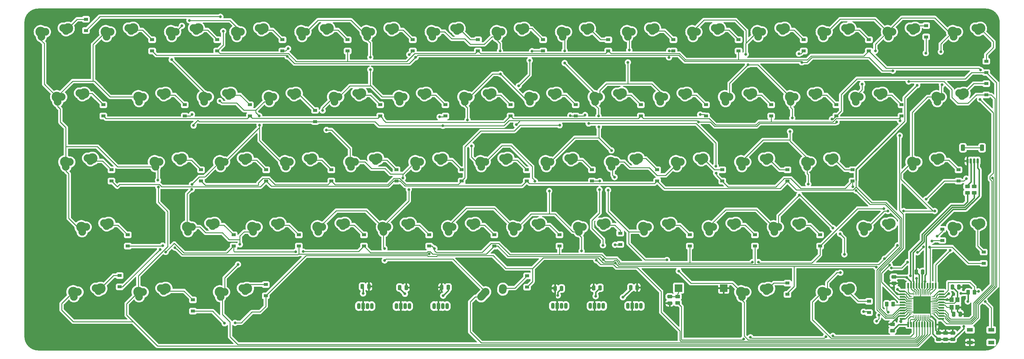
<source format=gbr>
%TF.GenerationSoftware,KiCad,Pcbnew,(6.99.0-5337-gc57e6db79a-dirty)*%
%TF.CreationDate,2023-01-12T22:16:50-05:00*%
%TF.ProjectId,hhkb,68686b62-2e6b-4696-9361-645f70636258,rev?*%
%TF.SameCoordinates,Original*%
%TF.FileFunction,Copper,L2,Bot*%
%TF.FilePolarity,Positive*%
%FSLAX46Y46*%
G04 Gerber Fmt 4.6, Leading zero omitted, Abs format (unit mm)*
G04 Created by KiCad (PCBNEW (6.99.0-5337-gc57e6db79a-dirty)) date 2023-01-12 22:16:50*
%MOMM*%
%LPD*%
G01*
G04 APERTURE LIST*
G04 Aperture macros list*
%AMRoundRect*
0 Rectangle with rounded corners*
0 $1 Rounding radius*
0 $2 $3 $4 $5 $6 $7 $8 $9 X,Y pos of 4 corners*
0 Add a 4 corners polygon primitive as box body*
4,1,4,$2,$3,$4,$5,$6,$7,$8,$9,$2,$3,0*
0 Add four circle primitives for the rounded corners*
1,1,$1+$1,$2,$3*
1,1,$1+$1,$4,$5*
1,1,$1+$1,$6,$7*
1,1,$1+$1,$8,$9*
0 Add four rect primitives between the rounded corners*
20,1,$1+$1,$2,$3,$4,$5,0*
20,1,$1+$1,$4,$5,$6,$7,0*
20,1,$1+$1,$6,$7,$8,$9,0*
20,1,$1+$1,$8,$9,$2,$3,0*%
%AMHorizOval*
0 Thick line with rounded ends*
0 $1 width*
0 $2 $3 position (X,Y) of the first rounded end (center of the circle)*
0 $4 $5 position (X,Y) of the second rounded end (center of the circle)*
0 Add line between two ends*
20,1,$1,$2,$3,$4,$5,0*
0 Add two circle primitives to create the rounded ends*
1,1,$1,$2,$3*
1,1,$1,$4,$5*%
G04 Aperture macros list end*
%TA.AperFunction,ComponentPad*%
%ADD10O,1.070000X1.800000*%
%TD*%
%TA.AperFunction,ComponentPad*%
%ADD11R,1.070000X1.800000*%
%TD*%
%TA.AperFunction,ComponentPad*%
%ADD12C,3.000000*%
%TD*%
%TA.AperFunction,ComponentPad*%
%ADD13C,2.250000*%
%TD*%
%TA.AperFunction,ComponentPad*%
%ADD14HorizOval,2.250000X0.655001X0.730000X-0.655001X-0.730000X0*%
%TD*%
%TA.AperFunction,ComponentPad*%
%ADD15HorizOval,2.250000X0.020000X0.290000X-0.020000X-0.290000X0*%
%TD*%
%TA.AperFunction,SMDPad,CuDef*%
%ADD16R,1.200000X0.900000*%
%TD*%
%TA.AperFunction,SMDPad,CuDef*%
%ADD17RoundRect,0.250000X-0.250000X-0.475000X0.250000X-0.475000X0.250000X0.475000X-0.250000X0.475000X0*%
%TD*%
%TA.AperFunction,SMDPad,CuDef*%
%ADD18RoundRect,0.250000X-0.262500X-0.450000X0.262500X-0.450000X0.262500X0.450000X-0.262500X0.450000X0*%
%TD*%
%TA.AperFunction,SMDPad,CuDef*%
%ADD19R,1.800000X1.100000*%
%TD*%
%TA.AperFunction,SMDPad,CuDef*%
%ADD20RoundRect,0.250000X-0.475000X0.250000X-0.475000X-0.250000X0.475000X-0.250000X0.475000X0.250000X0*%
%TD*%
%TA.AperFunction,SMDPad,CuDef*%
%ADD21RoundRect,0.250000X0.475000X-0.250000X0.475000X0.250000X-0.475000X0.250000X-0.475000X-0.250000X0*%
%TD*%
%TA.AperFunction,SMDPad,CuDef*%
%ADD22RoundRect,0.250000X0.250000X0.475000X-0.250000X0.475000X-0.250000X-0.475000X0.250000X-0.475000X0*%
%TD*%
%TA.AperFunction,SMDPad,CuDef*%
%ADD23RoundRect,0.150000X-0.150000X-0.625000X0.150000X-0.625000X0.150000X0.625000X-0.150000X0.625000X0*%
%TD*%
%TA.AperFunction,SMDPad,CuDef*%
%ADD24RoundRect,0.250000X-0.350000X-0.650000X0.350000X-0.650000X0.350000X0.650000X-0.350000X0.650000X0*%
%TD*%
%TA.AperFunction,SMDPad,CuDef*%
%ADD25RoundRect,0.250000X0.262500X0.450000X-0.262500X0.450000X-0.262500X-0.450000X0.262500X-0.450000X0*%
%TD*%
%TA.AperFunction,SMDPad,CuDef*%
%ADD26RoundRect,0.250000X-0.450000X0.262500X-0.450000X-0.262500X0.450000X-0.262500X0.450000X0.262500X0*%
%TD*%
%TA.AperFunction,SMDPad,CuDef*%
%ADD27R,0.550000X1.500000*%
%TD*%
%TA.AperFunction,SMDPad,CuDef*%
%ADD28RoundRect,0.062500X-0.062500X0.475000X-0.062500X-0.475000X0.062500X-0.475000X0.062500X0.475000X0*%
%TD*%
%TA.AperFunction,SMDPad,CuDef*%
%ADD29R,1.500000X0.550000*%
%TD*%
%TA.AperFunction,SMDPad,CuDef*%
%ADD30RoundRect,0.062500X-0.475000X0.062500X-0.475000X-0.062500X0.475000X-0.062500X0.475000X0.062500X0*%
%TD*%
%TA.AperFunction,SMDPad,CuDef*%
%ADD31R,5.200000X5.200000*%
%TD*%
%TA.AperFunction,SMDPad,CuDef*%
%ADD32R,1.200000X1.400000*%
%TD*%
%TA.AperFunction,SMDPad,CuDef*%
%ADD33RoundRect,0.250000X0.450000X-0.262500X0.450000X0.262500X-0.450000X0.262500X-0.450000X-0.262500X0*%
%TD*%
%TA.AperFunction,SMDPad,CuDef*%
%ADD34R,2.200000X2.200000*%
%TD*%
%TA.AperFunction,ViaPad*%
%ADD35C,0.800000*%
%TD*%
%TA.AperFunction,Conductor*%
%ADD36C,0.250000*%
%TD*%
%TA.AperFunction,Conductor*%
%ADD37C,0.400000*%
%TD*%
%TA.AperFunction,Conductor*%
%ADD38C,0.500000*%
%TD*%
%TA.AperFunction,Profile*%
%ADD39C,0.150000*%
%TD*%
G04 APERTURE END LIST*
D10*
%TO.P,LED2,1,VCC*%
%TO.N,+5V*%
X167924999Y-87019999D03*
%TO.P,LED2,2,DOUT*%
%TO.N,Net-(LED2-DOUT)*%
X165384999Y-87019999D03*
D11*
%TO.P,LED2,3,GND*%
%TO.N,GND*%
X166654999Y-87019999D03*
D10*
%TO.P,LED2,4,DIN*%
%TO.N,Net-(LED2-DIN)*%
X169194999Y-87019999D03*
%TD*%
%TO.P,LED3,1,VCC*%
%TO.N,+5V*%
X178924999Y-87019999D03*
%TO.P,LED3,2,DOUT*%
%TO.N,Net-(LED2-DIN)*%
X176384999Y-87019999D03*
D11*
%TO.P,LED3,3,GND*%
%TO.N,GND*%
X177654999Y-87019999D03*
D10*
%TO.P,LED3,4,DIN*%
%TO.N,LEDDIN*%
X180194999Y-87019999D03*
%TD*%
D12*
%TO.P,SW_0,1,COL*%
%TO.N,COL5*%
X195161000Y-6753500D03*
D13*
X195401000Y-8163500D03*
X196586000Y-6778500D03*
%TO.P,SW_0,2,ROW*%
%TO.N,Net-(D57-A)*%
X201751000Y-5623500D03*
X202586000Y-6453500D03*
D12*
X203161000Y-5753500D03*
%TD*%
%TO.P,SW_1,1,COL*%
%TO.N,COL0*%
X23711000Y-6753500D03*
D13*
X23951000Y-8163500D03*
X25136000Y-6778500D03*
%TO.P,SW_1,2,ROW*%
%TO.N,Net-(D11-A)*%
X30301000Y-5623500D03*
X31136000Y-6453500D03*
D12*
X31711000Y-5753500D03*
%TD*%
%TO.P,SW_2,1,COL*%
%TO.N,COL1*%
X42761000Y-6753500D03*
D13*
X43001000Y-8163500D03*
X44186000Y-6778500D03*
%TO.P,SW_2,2,ROW*%
%TO.N,Net-(D13-A)*%
X49351000Y-5623500D03*
X50186000Y-6453500D03*
D12*
X50761000Y-5753500D03*
%TD*%
%TO.P,SW_3,1,COL*%
%TO.N,COL1*%
X61811000Y-6753500D03*
D13*
X62051000Y-8163500D03*
X63236000Y-6778500D03*
%TO.P,SW_3,2,ROW*%
%TO.N,Net-(D21-A)*%
X68401000Y-5623500D03*
X69236000Y-6453500D03*
D12*
X69811000Y-5753500D03*
%TD*%
%TO.P,SW_6,1,COL*%
%TO.N,COL3*%
X118961000Y-6753500D03*
D13*
X119201000Y-8163500D03*
X120386000Y-6778500D03*
%TO.P,SW_6,2,ROW*%
%TO.N,Net-(D35-A)*%
X125551000Y-5623500D03*
X126386000Y-6453500D03*
D12*
X126961000Y-5753500D03*
%TD*%
%TO.P,SW_7,1,COL*%
%TO.N,COL3*%
X138011000Y-6753500D03*
D13*
X138251000Y-8163500D03*
X139436000Y-6778500D03*
%TO.P,SW_7,2,ROW*%
%TO.N,Net-(D42-A)*%
X144601000Y-5623500D03*
X145436000Y-6453500D03*
D12*
X146011000Y-5753500D03*
%TD*%
%TO.P,SW_8,1,COL*%
%TO.N,COL4*%
X157061000Y-6753500D03*
D13*
X157301000Y-8163500D03*
X158486000Y-6778500D03*
%TO.P,SW_8,2,ROW*%
%TO.N,Net-(D46-A)*%
X163651000Y-5623500D03*
X164486000Y-6453500D03*
D12*
X165061000Y-5753500D03*
%TD*%
%TO.P,SW_9,1,COL*%
%TO.N,COL4*%
X176111000Y-6753500D03*
D13*
X176351000Y-8163500D03*
X177536000Y-6778500D03*
%TO.P,SW_9,2,ROW*%
%TO.N,Net-(D54-A)*%
X182701000Y-5623500D03*
X183536000Y-6453500D03*
D12*
X184111000Y-5753500D03*
%TD*%
%TO.P,SW_A1,1,COL*%
%TO.N,COL0*%
X37998500Y-44853500D03*
D13*
X38238500Y-46263500D03*
X39423500Y-44878500D03*
%TO.P,SW_A1,2,ROW*%
%TO.N,Net-(D9-A)*%
X44588500Y-43723500D03*
X45423500Y-44553500D03*
D12*
X45998500Y-43853500D03*
%TD*%
%TO.P,SW_APOS1,1,COL*%
%TO.N,COL5*%
X228498500Y-44853500D03*
D13*
X228738500Y-46263500D03*
X229923500Y-44878500D03*
%TO.P,SW_APOS1,2,ROW*%
%TO.N,Net-(D63-A)*%
X235088500Y-43723500D03*
X235923500Y-44553500D03*
D12*
X236498500Y-43853500D03*
%TD*%
%TO.P,SW_B1,1,COL*%
%TO.N,COL3*%
X123723500Y-63903500D03*
D13*
X123963500Y-65313500D03*
X125148500Y-63928500D03*
%TO.P,SW_B1,2,ROW*%
%TO.N,Net-(D29-A)*%
X130313500Y-62773500D03*
X131148500Y-63603500D03*
D12*
X131723500Y-62903500D03*
%TD*%
%TO.P,SW_BACKSP1,1,COL*%
%TO.N,COL6*%
X266598500Y-25803500D03*
D13*
X266838500Y-27213500D03*
X268023500Y-25828500D03*
%TO.P,SW_BACKSP1,2,ROW*%
%TO.N,Net-(D76-A)*%
X273188500Y-24673500D03*
X274023500Y-25503500D03*
D12*
X274598500Y-24803500D03*
%TD*%
%TO.P,SW_BKSLS1,1,COL*%
%TO.N,COL6*%
X252311000Y-6753500D03*
D13*
X252551000Y-8163500D03*
X253736000Y-6778500D03*
%TO.P,SW_BKSLS1,2,ROW*%
%TO.N,Net-(D70-A)*%
X258901000Y-5623500D03*
X259736000Y-6453500D03*
D12*
X260311000Y-5753500D03*
%TD*%
%TO.P,SW_C1,1,COL*%
%TO.N,COL2*%
X85623500Y-63903500D03*
D13*
X85863500Y-65313500D03*
X87048500Y-63928500D03*
%TO.P,SW_C1,2,ROW*%
%TO.N,Net-(D18-A)*%
X92213500Y-62773500D03*
X93048500Y-63603500D03*
D12*
X93623500Y-62903500D03*
%TD*%
%TO.P,SW_CAP1,1,COL*%
%TO.N,COL0*%
X11804750Y-44853500D03*
D13*
X12044750Y-46263500D03*
X13229750Y-44878500D03*
%TO.P,SW_CAP1,2,ROW*%
%TO.N,Net-(D4-A)*%
X18394750Y-43723500D03*
X19229750Y-44553500D03*
D12*
X19804750Y-43853500D03*
%TD*%
%TO.P,SW_COLON1,1,COL*%
%TO.N,COL5*%
X209448500Y-44853500D03*
D13*
X209688500Y-46263500D03*
X210873500Y-44878500D03*
%TO.P,SW_COLON1,2,ROW*%
%TO.N,Net-(D59-A)*%
X216038500Y-43723500D03*
X216873500Y-44553500D03*
D12*
X217448500Y-43853500D03*
%TD*%
%TO.P,SW_COMMA1,1,COL*%
%TO.N,COL4*%
X180873500Y-63903500D03*
D13*
X181113500Y-65313500D03*
X182298500Y-63928500D03*
%TO.P,SW_COMMA1,2,ROW*%
%TO.N,Net-(D49-A)*%
X187463500Y-62773500D03*
X188298500Y-63603500D03*
D12*
X188873500Y-62903500D03*
%TD*%
%TO.P,SW_D1,1,COL*%
%TO.N,COL1*%
X76098500Y-44853500D03*
D13*
X76338500Y-46263500D03*
X77523500Y-44878500D03*
%TO.P,SW_D1,2,ROW*%
%TO.N,Net-(D19-A)*%
X82688500Y-43723500D03*
X83523500Y-44553500D03*
D12*
X84098500Y-43853500D03*
%TD*%
%TO.P,SW_E1,1,COL*%
%TO.N,COL1*%
X71336000Y-25803500D03*
D13*
X71576000Y-27213500D03*
X72761000Y-25828500D03*
%TO.P,SW_E1,2,ROW*%
%TO.N,Net-(D20-A)*%
X77926000Y-24673500D03*
X78761000Y-25503500D03*
D12*
X79336000Y-24803500D03*
%TD*%
%TO.P,SW_ENTER1,1,COL*%
%TO.N,COL6*%
X259454750Y-44853500D03*
D13*
X259694750Y-46263500D03*
X260879750Y-44878500D03*
%TO.P,SW_ENTER1,2,ROW*%
%TO.N,Net-(D71-A)*%
X266044750Y-43723500D03*
X266879750Y-44553500D03*
D12*
X267454750Y-43853500D03*
%TD*%
%TO.P,SW_EQ1,1,COL*%
%TO.N,COL6*%
X233261000Y-6753500D03*
D13*
X233501000Y-8163500D03*
X234686000Y-6778500D03*
%TO.P,SW_EQ1,2,ROW*%
%TO.N,Net-(D68-A)*%
X239851000Y-5623500D03*
X240686000Y-6453500D03*
D12*
X241261000Y-5753500D03*
%TD*%
%TO.P,SW_F1,1,COL*%
%TO.N,COL2*%
X95148500Y-44853500D03*
D13*
X95388500Y-46263500D03*
X96573500Y-44878500D03*
%TO.P,SW_F1,2,ROW*%
%TO.N,Net-(D26-A)*%
X101738500Y-43723500D03*
X102573500Y-44553500D03*
D12*
X103148500Y-43853500D03*
%TD*%
%TO.P,SW_G1,1,COL*%
%TO.N,COL2*%
X114198500Y-44853500D03*
D13*
X114438500Y-46263500D03*
X115623500Y-44878500D03*
%TO.P,SW_G1,2,ROW*%
%TO.N,Net-(D30-A)*%
X120788500Y-43723500D03*
X121623500Y-44553500D03*
D12*
X122198500Y-43853500D03*
%TD*%
%TO.P,SW_H1,1,COL*%
%TO.N,COL3*%
X133248500Y-44853500D03*
D13*
X133488500Y-46263500D03*
X134673500Y-44878500D03*
%TO.P,SW_H1,2,ROW*%
%TO.N,Net-(D37-A)*%
X139838500Y-43723500D03*
X140673500Y-44553500D03*
D12*
X141248500Y-43853500D03*
%TD*%
%TO.P,SW_I1,1,COL*%
%TO.N,COL4*%
X166586000Y-25803500D03*
D13*
X166826000Y-27213500D03*
X168011000Y-25828500D03*
%TO.P,SW_I1,2,ROW*%
%TO.N,Net-(D47-A)*%
X173176000Y-24673500D03*
X174011000Y-25503500D03*
D12*
X174586000Y-24803500D03*
%TD*%
%TO.P,SW_J1,1,COL*%
%TO.N,COL4*%
X152298500Y-44853500D03*
D13*
X152538500Y-46263500D03*
X153723500Y-44878500D03*
%TO.P,SW_J1,2,ROW*%
%TO.N,Net-(D40-A)*%
X158888500Y-43723500D03*
X159723500Y-44553500D03*
D12*
X160298500Y-43853500D03*
%TD*%
%TO.P,SW_K1,1,COL*%
%TO.N,COL4*%
X171348500Y-44853500D03*
D13*
X171588500Y-46263500D03*
X172773500Y-44878500D03*
%TO.P,SW_K1,2,ROW*%
%TO.N,Net-(D48-A)*%
X177938500Y-43723500D03*
X178773500Y-44553500D03*
D12*
X179348500Y-43853500D03*
%TD*%
%TO.P,SW_L1,1,COL*%
%TO.N,COL4*%
X190398500Y-44853500D03*
D13*
X190638500Y-46263500D03*
X191823500Y-44878500D03*
%TO.P,SW_L1,2,ROW*%
%TO.N,Net-(D52-A)*%
X196988500Y-43723500D03*
X197823500Y-44553500D03*
D12*
X198398500Y-43853500D03*
%TD*%
%TO.P,SW_LALT1,1,COL*%
%TO.N,COL1*%
X57048500Y-82953500D03*
D13*
X57288500Y-84363500D03*
X58473500Y-82978500D03*
%TO.P,SW_LALT1,2,ROW*%
%TO.N,Net-(D17-A)*%
X63638500Y-81823500D03*
X64473500Y-82653500D03*
D12*
X65048500Y-81953500D03*
%TD*%
%TO.P,SW_LBRAC1,1,COL*%
%TO.N,COL5*%
X223736000Y-25803500D03*
D13*
X223976000Y-27213500D03*
X225161000Y-25828500D03*
%TO.P,SW_LBRAC1,2,ROW*%
%TO.N,Net-(D64-A)*%
X230326000Y-24673500D03*
X231161000Y-25503500D03*
D12*
X231736000Y-24803500D03*
%TD*%
%TO.P,SW_LMOD1,1,COL*%
%TO.N,COL0*%
X33236000Y-82953500D03*
D13*
X33476000Y-84363500D03*
X34661000Y-82978500D03*
%TO.P,SW_LMOD1,2,ROW*%
%TO.N,Net-(D7-A)*%
X39826000Y-81823500D03*
X40661000Y-82653500D03*
D12*
X41236000Y-81953500D03*
%TD*%
%TO.P,SW_LSH1,1,COL*%
%TO.N,COL0*%
X16567250Y-63903500D03*
D13*
X16807250Y-65313500D03*
X17992250Y-63928500D03*
%TO.P,SW_LSH1,2,ROW*%
%TO.N,Net-(D5-A)*%
X23157250Y-62773500D03*
X23992250Y-63603500D03*
D12*
X24567250Y-62903500D03*
%TD*%
%TO.P,SW_M1,1,COL*%
%TO.N,COL3*%
X161823500Y-63903500D03*
D13*
X162063500Y-65313500D03*
X163248500Y-63928500D03*
%TO.P,SW_M1,2,ROW*%
%TO.N,Net-(D39-A)*%
X168413500Y-62773500D03*
X169248500Y-63603500D03*
D12*
X169823500Y-62903500D03*
%TD*%
%TO.P,SW_MINUS1,1,COL*%
%TO.N,COL5*%
X214211000Y-6753500D03*
D13*
X214451000Y-8163500D03*
X215636000Y-6778500D03*
%TO.P,SW_MINUS1,2,ROW*%
%TO.N,Net-(D65-A)*%
X220801000Y-5623500D03*
X221636000Y-6453500D03*
D12*
X222211000Y-5753500D03*
%TD*%
%TO.P,SW_N1,1,COL*%
%TO.N,COL3*%
X142773500Y-63903500D03*
D13*
X143013500Y-65313500D03*
X144198500Y-63928500D03*
%TO.P,SW_N1,2,ROW*%
%TO.N,Net-(D38-A)*%
X149363500Y-62773500D03*
X150198500Y-63603500D03*
D12*
X150773500Y-62903500D03*
%TD*%
%TO.P,SW_O1,1,COL*%
%TO.N,COL4*%
X185636000Y-25803500D03*
D13*
X185876000Y-27213500D03*
X187061000Y-25828500D03*
%TO.P,SW_O1,2,ROW*%
%TO.N,Net-(D53-A)*%
X192226000Y-24673500D03*
X193061000Y-25503500D03*
D12*
X193636000Y-24803500D03*
%TD*%
%TO.P,SW_P1,1,COL*%
%TO.N,COL5*%
X204686000Y-25803500D03*
D13*
X204926000Y-27213500D03*
X206111000Y-25828500D03*
%TO.P,SW_P1,2,ROW*%
%TO.N,Net-(D58-A)*%
X211276000Y-24673500D03*
X212111000Y-25503500D03*
D12*
X212686000Y-24803500D03*
%TD*%
%TO.P,SW_PERIOD1,1,COL*%
%TO.N,COL5*%
X199923500Y-63903500D03*
D13*
X200163500Y-65313500D03*
X201348500Y-63928500D03*
%TO.P,SW_PERIOD1,2,ROW*%
%TO.N,Net-(D51-A)*%
X206513500Y-62773500D03*
X207348500Y-63603500D03*
D12*
X207923500Y-62903500D03*
%TD*%
%TO.P,SW_Q1,1,COL*%
%TO.N,COL0*%
X33236000Y-25803500D03*
D13*
X33476000Y-27213500D03*
X34661000Y-25828500D03*
%TO.P,SW_Q1,2,ROW*%
%TO.N,Net-(D10-A)*%
X39826000Y-24673500D03*
X40661000Y-25503500D03*
D12*
X41236000Y-24803500D03*
%TD*%
%TO.P,SW_R1,1,COL*%
%TO.N,COL2*%
X90386000Y-25803500D03*
D13*
X90626000Y-27213500D03*
X91811000Y-25828500D03*
%TO.P,SW_R1,2,ROW*%
%TO.N,Net-(D25-A)*%
X96976000Y-24673500D03*
X97811000Y-25503500D03*
D12*
X98386000Y-24803500D03*
%TD*%
%TO.P,SW_RALT1,1,COL*%
%TO.N,COL4*%
X209448500Y-82953500D03*
D13*
X209688500Y-84363500D03*
X210873500Y-82978500D03*
%TO.P,SW_RALT1,2,ROW*%
%TO.N,Net-(D50-A)*%
X216038500Y-81823500D03*
X216873500Y-82653500D03*
D12*
X217448500Y-81953500D03*
%TD*%
%TO.P,SW_RBRAC1,1,COL*%
%TO.N,COL6*%
X242786000Y-25803500D03*
D13*
X243026000Y-27213500D03*
X244211000Y-25828500D03*
%TO.P,SW_RBRAC1,2,ROW*%
%TO.N,Net-(D69-A)*%
X249376000Y-24673500D03*
X250211000Y-25503500D03*
D12*
X250786000Y-24803500D03*
%TD*%
%TO.P,SW_RFN1,1,COL*%
%TO.N,COL6*%
X271361000Y-63903500D03*
D13*
X271601000Y-65313500D03*
X272786000Y-63928500D03*
%TO.P,SW_RFN1,2,ROW*%
%TO.N,Net-(D72-A)*%
X277951000Y-62773500D03*
X278786000Y-63603500D03*
D12*
X279361000Y-62903500D03*
%TD*%
%TO.P,SW_RMOD1,1,COL*%
%TO.N,COL5*%
X233261000Y-82953500D03*
D13*
X233501000Y-84363500D03*
X234686000Y-82978500D03*
%TO.P,SW_RMOD1,2,ROW*%
%TO.N,Net-(D61-A)*%
X239851000Y-81823500D03*
X240686000Y-82653500D03*
D12*
X241261000Y-81953500D03*
%TD*%
%TO.P,SW_RSH1,1,COL*%
%TO.N,COL6*%
X245167250Y-63903500D03*
D13*
X245407250Y-65313500D03*
X246592250Y-63928500D03*
%TO.P,SW_RSH1,2,ROW*%
%TO.N,Net-(D62-A)*%
X251757250Y-62773500D03*
X252592250Y-63603500D03*
D12*
X253167250Y-62903500D03*
%TD*%
%TO.P,SW_S1,1,COL*%
%TO.N,COL1*%
X57048500Y-44853500D03*
D13*
X57288500Y-46263500D03*
X58473500Y-44878500D03*
%TO.P,SW_S1,2,ROW*%
%TO.N,Net-(D15-A)*%
X63638500Y-43723500D03*
X64473500Y-44553500D03*
D12*
X65048500Y-43853500D03*
%TD*%
%TO.P,SW_SLASH1,1,COL*%
%TO.N,COL5*%
X218973500Y-63903500D03*
D13*
X219213500Y-65313500D03*
X220398500Y-63928500D03*
%TO.P,SW_SLASH1,2,ROW*%
%TO.N,Net-(D60-A)*%
X225563500Y-62773500D03*
X226398500Y-63603500D03*
D12*
X226973500Y-62903500D03*
%TD*%
D14*
%TO.P,SW_SPACE1,1,COL*%
%TO.N,COL2*%
X134143500Y-83633499D03*
D13*
X134798500Y-82903500D03*
D15*
%TO.P,SW_SPACE1,2,ROW*%
%TO.N,Net-(D28-A)*%
X139818499Y-82113499D03*
D13*
X139838500Y-81823500D03*
%TD*%
D12*
%TO.P,SW_T1,1,COL*%
%TO.N,COL2*%
X109436000Y-25803500D03*
D13*
X109676000Y-27213500D03*
X110861000Y-25828500D03*
%TO.P,SW_T1,2,ROW*%
%TO.N,Net-(D31-A)*%
X116026000Y-24673500D03*
X116861000Y-25503500D03*
D12*
X117436000Y-24803500D03*
%TD*%
%TO.P,SW_TAB1,1,COL*%
%TO.N,COL0*%
X9423500Y-25803500D03*
D13*
X9663500Y-27213500D03*
X10848500Y-25828500D03*
%TO.P,SW_TAB1,2,ROW*%
%TO.N,Net-(D3-A)*%
X16013500Y-24673500D03*
X16848500Y-25503500D03*
D12*
X17423500Y-24803500D03*
%TD*%
%TO.P,SW_ESC1,1,COL*%
%TO.N,COL0*%
X4661000Y-6753500D03*
D13*
X4901000Y-8163500D03*
X6086000Y-6778500D03*
%TO.P,SW_ESC1,2,ROW*%
%TO.N,Net-(D2-A)*%
X11251000Y-5623500D03*
X12086000Y-6453500D03*
D12*
X12661000Y-5753500D03*
%TD*%
%TO.P,SW_U1,1,COL*%
%TO.N,COL3*%
X147536000Y-25803500D03*
D13*
X147776000Y-27213500D03*
X148961000Y-25828500D03*
%TO.P,SW_U1,2,ROW*%
%TO.N,Net-(D41-A)*%
X154126000Y-24673500D03*
X154961000Y-25503500D03*
D12*
X155536000Y-24803500D03*
%TD*%
%TO.P,SW_V1,1,COL*%
%TO.N,COL2*%
X104673500Y-63903500D03*
D13*
X104913500Y-65313500D03*
X106098500Y-63928500D03*
%TO.P,SW_V1,2,ROW*%
%TO.N,Net-(D27-A)*%
X111263500Y-62773500D03*
X112098500Y-63603500D03*
D12*
X112673500Y-62903500D03*
%TD*%
%TO.P,SW_W1,1,COL*%
%TO.N,COL1*%
X52286000Y-25803500D03*
D13*
X52526000Y-27213500D03*
X53711000Y-25828500D03*
%TO.P,SW_W1,2,ROW*%
%TO.N,Net-(D14-A)*%
X58876000Y-24673500D03*
X59711000Y-25503500D03*
D12*
X60286000Y-24803500D03*
%TD*%
%TO.P,SW_X1,1,COL*%
%TO.N,COL1*%
X66573500Y-63903500D03*
D13*
X66813500Y-65313500D03*
X67998500Y-63928500D03*
%TO.P,SW_X1,2,ROW*%
%TO.N,Net-(D16-A)*%
X73163500Y-62773500D03*
X73998500Y-63603500D03*
D12*
X74573500Y-62903500D03*
%TD*%
%TO.P,SW_Y1,1,COL*%
%TO.N,COL3*%
X128486000Y-25803500D03*
D13*
X128726000Y-27213500D03*
X129911000Y-25828500D03*
%TO.P,SW_Y1,2,ROW*%
%TO.N,Net-(D36-A)*%
X135076000Y-24673500D03*
X135911000Y-25503500D03*
D12*
X136486000Y-24803500D03*
%TD*%
%TO.P,SW_Z1,1,COL*%
%TO.N,COL1*%
X47523500Y-63903500D03*
D13*
X47763500Y-65313500D03*
X48948500Y-63928500D03*
%TO.P,SW_Z1,2,ROW*%
%TO.N,Net-(D8-A)*%
X54113500Y-62773500D03*
X54948500Y-63603500D03*
D12*
X55523500Y-62903500D03*
%TD*%
%TO.P,SW_4,1,COL*%
%TO.N,COL2*%
X80861000Y-6753500D03*
D13*
X81101000Y-8163500D03*
X82286000Y-6778500D03*
%TO.P,SW_4,2,ROW*%
%TO.N,Net-(D24-A)*%
X87451000Y-5623500D03*
X88286000Y-6453500D03*
D12*
X88861000Y-5753500D03*
%TD*%
%TO.P,SW_5,1,COL*%
%TO.N,COL2*%
X99911000Y-6753500D03*
D13*
X100151000Y-8163500D03*
X101336000Y-6778500D03*
%TO.P,SW_5,2,ROW*%
%TO.N,Net-(D32-A)*%
X106501000Y-5623500D03*
X107336000Y-6453500D03*
D12*
X107911000Y-5753500D03*
%TD*%
D10*
%TO.P,LED7,1,VCC*%
%TO.N,+5V*%
X100209999Y-87069999D03*
%TO.P,LED7,2,DOUT*%
%TO.N,unconnected-(LED7-DOUT-Pad2)*%
X97669999Y-87069999D03*
D11*
%TO.P,LED7,3,GND*%
%TO.N,GND*%
X98939999Y-87069999D03*
D10*
%TO.P,LED7,4,DIN*%
%TO.N,Net-(LED6-DOUT)*%
X101479999Y-87069999D03*
%TD*%
D12*
%TO.P,SW_TICK1,1,COL*%
%TO.N,COL6*%
X271361000Y-6753500D03*
D13*
X271601000Y-8163500D03*
X272786000Y-6778500D03*
%TO.P,SW_TICK1,2,ROW*%
%TO.N,Net-(D77-A)*%
X277951000Y-5623500D03*
X278786000Y-6453500D03*
D12*
X279361000Y-5753500D03*
%TD*%
D10*
%TO.P,LED5,1,VCC*%
%TO.N,+5V*%
X122209999Y-87069999D03*
%TO.P,LED5,2,DOUT*%
%TO.N,Net-(LED5-DOUT)*%
X119669999Y-87069999D03*
D11*
%TO.P,LED5,3,GND*%
%TO.N,GND*%
X120939999Y-87069999D03*
D10*
%TO.P,LED5,4,DIN*%
%TO.N,Net-(LED4-DOUT)*%
X123479999Y-87069999D03*
%TD*%
%TO.P,LED6,1,VCC*%
%TO.N,+5V*%
X111209999Y-87069999D03*
%TO.P,LED6,2,DOUT*%
%TO.N,Net-(LED6-DOUT)*%
X108669999Y-87069999D03*
D11*
%TO.P,LED6,3,GND*%
%TO.N,GND*%
X109939999Y-87069999D03*
D10*
%TO.P,LED6,4,DIN*%
%TO.N,Net-(LED5-DOUT)*%
X112479999Y-87069999D03*
%TD*%
%TO.P,LED4,1,VCC*%
%TO.N,+5V*%
X156924999Y-87019999D03*
%TO.P,LED4,2,DOUT*%
%TO.N,Net-(LED4-DOUT)*%
X154384999Y-87019999D03*
D11*
%TO.P,LED4,3,GND*%
%TO.N,GND*%
X155654999Y-87019999D03*
D10*
%TO.P,LED4,4,DIN*%
%TO.N,Net-(LED2-DOUT)*%
X158194999Y-87019999D03*
%TD*%
D12*
%TO.P,SW_LCTRL2,1,COL*%
%TO.N,COL0*%
X14186000Y-82953500D03*
D13*
X14426000Y-84363500D03*
X15611000Y-82978500D03*
%TO.P,SW_LCTRL2,2,ROW*%
%TO.N,Net-(D12-A)*%
X20776000Y-81823500D03*
X21611000Y-82653500D03*
D12*
X22186000Y-81953500D03*
%TD*%
D16*
%TO.P,D16,1,K*%
%TO.N,ROW3*%
X80148499Y-69503499D03*
%TO.P,D16,2,A*%
%TO.N,Net-(D16-A)*%
X80148499Y-66203499D03*
%TD*%
D17*
%TO.P,C9,1*%
%TO.N,GND*%
X166360000Y-81720000D03*
%TO.P,C9,2*%
%TO.N,+5V*%
X168260000Y-81720000D03*
%TD*%
D18*
%TO.P,R1,1*%
%TO.N,LEDDIN*%
X252045000Y-86530000D03*
%TO.P,R1,2*%
%TO.N,Net-(U1-PF4)*%
X253870000Y-86530000D03*
%TD*%
D19*
%TO.P,SW1,1,1*%
%TO.N,GND*%
X276379999Y-97739999D03*
%TO.P,SW1,2,2*%
%TO.N,Net-(U1-~{RESET})*%
X282579999Y-94039999D03*
%TO.P,SW1,3*%
%TO.N,N/C*%
X276379999Y-94039999D03*
%TO.P,SW1,4*%
X282579999Y-97739999D03*
%TD*%
D20*
%TO.P,C1,1*%
%TO.N,+5V*%
X254125375Y-78538625D03*
%TO.P,C1,2*%
%TO.N,GND*%
X254125375Y-80438625D03*
%TD*%
D21*
%TO.P,C2,1*%
%TO.N,+5V*%
X271340000Y-96850000D03*
%TO.P,C2,2*%
%TO.N,GND*%
X271340000Y-94950000D03*
%TD*%
%TO.P,C5,1*%
%TO.N,+5V*%
X267210000Y-96850000D03*
%TO.P,C5,2*%
%TO.N,GND*%
X267210000Y-94950000D03*
%TD*%
D22*
%TO.P,C6,1*%
%TO.N,Net-(U1-UCAP)*%
X262580000Y-77100000D03*
%TO.P,C6,2*%
%TO.N,GND*%
X260680000Y-77100000D03*
%TD*%
D21*
%TO.P,C7,1*%
%TO.N,+5V*%
X269270000Y-96850000D03*
%TO.P,C7,2*%
%TO.N,GND*%
X269270000Y-94950000D03*
%TD*%
D16*
%TO.P,D2,1,K*%
%TO.N,ROW0*%
X17909999Y-6359999D03*
%TO.P,D2,2,A*%
%TO.N,Net-(D2-A)*%
X17909999Y-3059999D03*
%TD*%
%TO.P,D3,1,K*%
%TO.N,ROW1*%
X22998499Y-31403499D03*
%TO.P,D3,2,A*%
%TO.N,Net-(D3-A)*%
X22998499Y-28103499D03*
%TD*%
%TO.P,D4,1,K*%
%TO.N,ROW2*%
X25379749Y-50453499D03*
%TO.P,D4,2,A*%
%TO.N,Net-(D4-A)*%
X25379749Y-47153499D03*
%TD*%
%TO.P,D5,1,K*%
%TO.N,ROW3*%
X30142249Y-69503499D03*
%TO.P,D5,2,A*%
%TO.N,Net-(D5-A)*%
X30142249Y-66203499D03*
%TD*%
%TO.P,D7,1,K*%
%TO.N,ROW4*%
X49192249Y-88553499D03*
%TO.P,D7,2,A*%
%TO.N,Net-(D7-A)*%
X49192249Y-85253499D03*
%TD*%
%TO.P,D8,1,K*%
%TO.N,ROW5*%
X61098499Y-69503499D03*
%TO.P,D8,2,A*%
%TO.N,Net-(D8-A)*%
X61098499Y-66203499D03*
%TD*%
%TO.P,D9,1,K*%
%TO.N,ROW6*%
X51573499Y-50453499D03*
%TO.P,D9,2,A*%
%TO.N,Net-(D9-A)*%
X51573499Y-47153499D03*
%TD*%
%TO.P,D10,1,K*%
%TO.N,ROW7*%
X46810999Y-31403499D03*
%TO.P,D10,2,A*%
%TO.N,Net-(D10-A)*%
X46810999Y-28103499D03*
%TD*%
%TO.P,D11,1,K*%
%TO.N,ROW8*%
X37285999Y-12353499D03*
%TO.P,D11,2,A*%
%TO.N,Net-(D11-A)*%
X37285999Y-9053499D03*
%TD*%
%TO.P,D13,1,K*%
%TO.N,ROW0*%
X56335999Y-12353499D03*
%TO.P,D13,2,A*%
%TO.N,Net-(D13-A)*%
X56335999Y-9053499D03*
%TD*%
%TO.P,D14,1,K*%
%TO.N,ROW1*%
X65860999Y-31403499D03*
%TO.P,D14,2,A*%
%TO.N,Net-(D14-A)*%
X65860999Y-28103499D03*
%TD*%
%TO.P,D15,1,K*%
%TO.N,ROW2*%
X70623499Y-50453499D03*
%TO.P,D15,2,A*%
%TO.N,Net-(D15-A)*%
X70623499Y-47153499D03*
%TD*%
%TO.P,D17,1,K*%
%TO.N,ROW4*%
X70489999Y-84059999D03*
%TO.P,D17,2,A*%
%TO.N,Net-(D17-A)*%
X70489999Y-80759999D03*
%TD*%
%TO.P,D18,1,K*%
%TO.N,ROW5*%
X99198499Y-69503499D03*
%TO.P,D18,2,A*%
%TO.N,Net-(D18-A)*%
X99198499Y-66203499D03*
%TD*%
%TO.P,D19,1,K*%
%TO.N,ROW6*%
X89673499Y-50453499D03*
%TO.P,D19,2,A*%
%TO.N,Net-(D19-A)*%
X89673499Y-47153499D03*
%TD*%
%TO.P,D20,1,K*%
%TO.N,ROW7*%
X84910999Y-33053499D03*
%TO.P,D20,2,A*%
%TO.N,Net-(D20-A)*%
X84910999Y-29753499D03*
%TD*%
%TO.P,D21,1,K*%
%TO.N,ROW8*%
X75385999Y-12353499D03*
%TO.P,D21,2,A*%
%TO.N,Net-(D21-A)*%
X75385999Y-9053499D03*
%TD*%
%TO.P,D24,1,K*%
%TO.N,ROW0*%
X94435999Y-12353499D03*
%TO.P,D24,2,A*%
%TO.N,Net-(D24-A)*%
X94435999Y-9053499D03*
%TD*%
%TO.P,D25,1,K*%
%TO.N,ROW1*%
X103960999Y-31403499D03*
%TO.P,D25,2,A*%
%TO.N,Net-(D25-A)*%
X103960999Y-28103499D03*
%TD*%
%TO.P,D26,1,K*%
%TO.N,ROW2*%
X108723499Y-50453499D03*
%TO.P,D26,2,A*%
%TO.N,Net-(D26-A)*%
X108723499Y-47153499D03*
%TD*%
%TO.P,D27,1,K*%
%TO.N,ROW3*%
X118248499Y-69503499D03*
%TO.P,D27,2,A*%
%TO.N,Net-(D27-A)*%
X118248499Y-66203499D03*
%TD*%
%TO.P,D28,1,K*%
%TO.N,ROW4*%
X146899999Y-81519999D03*
%TO.P,D28,2,A*%
%TO.N,Net-(D28-A)*%
X146899999Y-78219999D03*
%TD*%
%TO.P,D29,1,K*%
%TO.N,ROW5*%
X137298499Y-69503499D03*
%TO.P,D29,2,A*%
%TO.N,Net-(D29-A)*%
X137298499Y-66203499D03*
%TD*%
%TO.P,D30,1,K*%
%TO.N,ROW6*%
X127773499Y-50453499D03*
%TO.P,D30,2,A*%
%TO.N,Net-(D30-A)*%
X127773499Y-47153499D03*
%TD*%
%TO.P,D31,1,K*%
%TO.N,ROW7*%
X123010999Y-31403499D03*
%TO.P,D31,2,A*%
%TO.N,Net-(D31-A)*%
X123010999Y-28103499D03*
%TD*%
%TO.P,D32,1,K*%
%TO.N,ROW8*%
X113485999Y-12353499D03*
%TO.P,D32,2,A*%
%TO.N,Net-(D32-A)*%
X113485999Y-9053499D03*
%TD*%
%TO.P,D35,1,K*%
%TO.N,ROW0*%
X132535999Y-12353499D03*
%TO.P,D35,2,A*%
%TO.N,Net-(D35-A)*%
X132535999Y-9053499D03*
%TD*%
%TO.P,D36,1,K*%
%TO.N,ROW1*%
X142060999Y-31403499D03*
%TO.P,D36,2,A*%
%TO.N,Net-(D36-A)*%
X142060999Y-28103499D03*
%TD*%
%TO.P,D37,1,K*%
%TO.N,ROW2*%
X146823499Y-50453499D03*
%TO.P,D37,2,A*%
%TO.N,Net-(D37-A)*%
X146823499Y-47153499D03*
%TD*%
%TO.P,D38,1,K*%
%TO.N,ROW3*%
X156348499Y-69503499D03*
%TO.P,D38,2,A*%
%TO.N,Net-(D38-A)*%
X156348499Y-66203499D03*
%TD*%
%TO.P,D39,1,K*%
%TO.N,ROW4*%
X174109999Y-69029999D03*
%TO.P,D39,2,A*%
%TO.N,Net-(D39-A)*%
X174109999Y-65729999D03*
%TD*%
%TO.P,D40,1,K*%
%TO.N,ROW5*%
X165873499Y-50453499D03*
%TO.P,D40,2,A*%
%TO.N,Net-(D40-A)*%
X165873499Y-47153499D03*
%TD*%
%TO.P,D41,1,K*%
%TO.N,ROW6*%
X161110999Y-31403499D03*
%TO.P,D41,2,A*%
%TO.N,Net-(D41-A)*%
X161110999Y-28103499D03*
%TD*%
%TO.P,D42,1,K*%
%TO.N,ROW7*%
X151585999Y-12353499D03*
%TO.P,D42,2,A*%
%TO.N,Net-(D42-A)*%
X151585999Y-9053499D03*
%TD*%
%TO.P,D46,1,K*%
%TO.N,ROW0*%
X170635999Y-12353499D03*
%TO.P,D46,2,A*%
%TO.N,Net-(D46-A)*%
X170635999Y-9053499D03*
%TD*%
%TO.P,D47,1,K*%
%TO.N,ROW1*%
X180160999Y-31403499D03*
%TO.P,D47,2,A*%
%TO.N,Net-(D47-A)*%
X180160999Y-28103499D03*
%TD*%
%TO.P,D48,1,K*%
%TO.N,ROW2*%
X184923499Y-50453499D03*
%TO.P,D48,2,A*%
%TO.N,Net-(D48-A)*%
X184923499Y-47153499D03*
%TD*%
%TO.P,D49,1,K*%
%TO.N,ROW3*%
X194448499Y-69503499D03*
%TO.P,D49,2,A*%
%TO.N,Net-(D49-A)*%
X194448499Y-66203499D03*
%TD*%
%TO.P,D50,1,K*%
%TO.N,ROW4*%
X223019999Y-83639999D03*
%TO.P,D50,2,A*%
%TO.N,Net-(D50-A)*%
X223019999Y-80339999D03*
%TD*%
%TO.P,D51,1,K*%
%TO.N,ROW5*%
X213498499Y-69503499D03*
%TO.P,D51,2,A*%
%TO.N,Net-(D51-A)*%
X213498499Y-66203499D03*
%TD*%
%TO.P,D52,1,K*%
%TO.N,ROW6*%
X203973499Y-50453499D03*
%TO.P,D52,2,A*%
%TO.N,Net-(D52-A)*%
X203973499Y-47153499D03*
%TD*%
%TO.P,D53,1,K*%
%TO.N,ROW7*%
X199210999Y-31403499D03*
%TO.P,D53,2,A*%
%TO.N,Net-(D53-A)*%
X199210999Y-28103499D03*
%TD*%
%TO.P,D54,1,K*%
%TO.N,ROW8*%
X189685999Y-12353499D03*
%TO.P,D54,2,A*%
%TO.N,Net-(D54-A)*%
X189685999Y-9053499D03*
%TD*%
%TO.P,D57,1,K*%
%TO.N,ROW0*%
X208735999Y-12353499D03*
%TO.P,D57,2,A*%
%TO.N,Net-(D57-A)*%
X208735999Y-9053499D03*
%TD*%
%TO.P,D58,1,K*%
%TO.N,ROW1*%
X218260999Y-31403499D03*
%TO.P,D58,2,A*%
%TO.N,Net-(D58-A)*%
X218260999Y-28103499D03*
%TD*%
%TO.P,D59,1,K*%
%TO.N,ROW2*%
X223023499Y-50453499D03*
%TO.P,D59,2,A*%
%TO.N,Net-(D59-A)*%
X223023499Y-47153499D03*
%TD*%
%TO.P,D60,1,K*%
%TO.N,ROW3*%
X232548499Y-69503499D03*
%TO.P,D60,2,A*%
%TO.N,Net-(D60-A)*%
X232548499Y-66203499D03*
%TD*%
%TO.P,D61,1,K*%
%TO.N,ROW4*%
X246849999Y-88969999D03*
%TO.P,D61,2,A*%
%TO.N,Net-(D61-A)*%
X246849999Y-85669999D03*
%TD*%
%TO.P,D62,1,K*%
%TO.N,ROW5*%
X268267249Y-67853499D03*
%TO.P,D62,2,A*%
%TO.N,Net-(D62-A)*%
X268267249Y-64553499D03*
%TD*%
%TO.P,D63,1,K*%
%TO.N,ROW6*%
X242073499Y-50453499D03*
%TO.P,D63,2,A*%
%TO.N,Net-(D63-A)*%
X242073499Y-47153499D03*
%TD*%
%TO.P,D64,1,K*%
%TO.N,ROW7*%
X237310999Y-31403499D03*
%TO.P,D64,2,A*%
%TO.N,Net-(D64-A)*%
X237310999Y-28103499D03*
%TD*%
%TO.P,D65,1,K*%
%TO.N,ROW8*%
X227785999Y-12353499D03*
%TO.P,D65,2,A*%
%TO.N,Net-(D65-A)*%
X227785999Y-9053499D03*
%TD*%
%TO.P,D68,1,K*%
%TO.N,ROW0*%
X246835999Y-12353499D03*
%TO.P,D68,2,A*%
%TO.N,Net-(D68-A)*%
X246835999Y-9053499D03*
%TD*%
%TO.P,D69,1,K*%
%TO.N,ROW1*%
X256360999Y-31403499D03*
%TO.P,D69,2,A*%
%TO.N,Net-(D69-A)*%
X256360999Y-28103499D03*
%TD*%
%TO.P,D70,1,K*%
%TO.N,ROW2*%
X263589999Y-8239999D03*
%TO.P,D70,2,A*%
%TO.N,Net-(D70-A)*%
X263589999Y-4939999D03*
%TD*%
%TO.P,D71,1,K*%
%TO.N,ROW3*%
X273029749Y-50453499D03*
%TO.P,D71,2,A*%
%TO.N,Net-(D71-A)*%
X273029749Y-47153499D03*
%TD*%
%TO.P,D72,1,K*%
%TO.N,ROW4*%
X280369999Y-74549999D03*
%TO.P,D72,2,A*%
%TO.N,Net-(D72-A)*%
X280369999Y-71249999D03*
%TD*%
%TO.P,D76,1,K*%
%TO.N,ROW8*%
X281149999Y-25219999D03*
%TO.P,D76,2,A*%
%TO.N,Net-(D76-A)*%
X281149999Y-21919999D03*
%TD*%
D23*
%TO.P,J1,1,Pin_1*%
%TO.N,GND*%
X275630000Y-44585000D03*
%TO.P,J1,2,Pin_2*%
%TO.N,D+*%
X276630000Y-44585000D03*
%TO.P,J1,3,Pin_3*%
%TO.N,D-*%
X277630000Y-44585000D03*
%TO.P,J1,4,Pin_4*%
%TO.N,+5V*%
X278630000Y-44585000D03*
D24*
%TO.P,J1,MP,MountPin*%
%TO.N,unconnected-(J1-MountPin-PadMP)*%
X274330000Y-40710000D03*
X279930000Y-40710000D03*
%TD*%
D25*
%TO.P,R3,1*%
%TO.N,Net-(U1-~{RESET})*%
X277682500Y-83020000D03*
%TO.P,R3,2*%
%TO.N,+5V*%
X275857500Y-83020000D03*
%TD*%
D26*
%TO.P,R4,1*%
%TO.N,GND*%
X253720000Y-92417500D03*
%TO.P,R4,2*%
%TO.N,Net-(U1-~{HWB}{slash}PE2)*%
X253720000Y-94242500D03*
%TD*%
D27*
%TO.P,U1,1,PE6*%
%TO.N,unconnected-(U1-PE6-Pad1)*%
X258342624Y-81072624D03*
D28*
X259842625Y-83435125D03*
D27*
%TO.P,U1,2,UVCC*%
%TO.N,+5V*%
X259142624Y-81072624D03*
D28*
X260342625Y-83435125D03*
D27*
%TO.P,U1,3,D-*%
%TO.N,Net-(U1-D-)*%
X259942624Y-81072624D03*
D28*
X260842625Y-83435125D03*
D27*
%TO.P,U1,4,D+*%
%TO.N,Net-(U1-D+)*%
X260742624Y-81072624D03*
D28*
X261342625Y-83435125D03*
D27*
%TO.P,U1,5,UGND*%
%TO.N,GND*%
X261542624Y-81072624D03*
D28*
X261842625Y-83435125D03*
D27*
%TO.P,U1,6,UCAP*%
%TO.N,Net-(U1-UCAP)*%
X262342624Y-81072624D03*
D28*
X262342625Y-83435125D03*
D27*
%TO.P,U1,7,VBUS*%
%TO.N,+5V*%
X263142624Y-81072624D03*
D28*
X262842625Y-83435125D03*
D27*
%TO.P,U1,8,PB0*%
%TO.N,unconnected-(U1-PB0-Pad8)*%
X263942624Y-81072624D03*
D28*
X263342625Y-83435125D03*
D27*
%TO.P,U1,9,PB1*%
%TO.N,ROW4*%
X264742624Y-81072624D03*
D28*
X263842625Y-83435125D03*
D27*
%TO.P,U1,10,PB2*%
%TO.N,unconnected-(U1-PB2-Pad10)*%
X265542624Y-81072624D03*
D28*
X264342625Y-83435125D03*
D27*
%TO.P,U1,11,PB3*%
%TO.N,COL6*%
X266342624Y-81072624D03*
D28*
X264842625Y-83435125D03*
D29*
%TO.P,U1,12,PB7*%
%TO.N,unconnected-(U1-PB7-Pad12)*%
X268042624Y-82772624D03*
D30*
X265680125Y-84272625D03*
D29*
%TO.P,U1,13,~{RESET}*%
%TO.N,Net-(U1-~{RESET})*%
X268042624Y-83572624D03*
D30*
X265680125Y-84772625D03*
D29*
%TO.P,U1,14,VCC*%
%TO.N,+5V*%
X268042624Y-84372624D03*
D30*
X265680125Y-85272625D03*
D29*
%TO.P,U1,15,GND*%
%TO.N,GND*%
X268042624Y-85172624D03*
D30*
X265680125Y-85772625D03*
D29*
%TO.P,U1,16,XTAL2*%
%TO.N,Net-(U1-XTAL2)*%
X268042624Y-85972624D03*
D30*
X265680125Y-86272625D03*
D29*
%TO.P,U1,17,XTAL1*%
%TO.N,Net-(U1-XTAL1)*%
X268042624Y-86772624D03*
D30*
X265680125Y-86772625D03*
%TO.P,U1,18,PD0*%
%TO.N,unconnected-(U1-PD0-Pad18)*%
X265680125Y-87272625D03*
D29*
X268042624Y-87572624D03*
D30*
%TO.P,U1,19,PD1*%
%TO.N,ROW0*%
X265680125Y-87772625D03*
D29*
X268042624Y-88372624D03*
D30*
%TO.P,U1,20,PD2*%
%TO.N,ROW3*%
X265680125Y-88272625D03*
D29*
X268042624Y-89172624D03*
D30*
%TO.P,U1,21,PD3*%
%TO.N,ROW8*%
X265680125Y-88772625D03*
D29*
X268042624Y-89972624D03*
D30*
%TO.P,U1,22,PD5*%
%TO.N,ROW7*%
X265680125Y-89272625D03*
D29*
X268042624Y-90772624D03*
D28*
%TO.P,U1,23,GND*%
%TO.N,GND*%
X264842625Y-90110125D03*
D27*
X266342624Y-92472624D03*
D28*
%TO.P,U1,24,AVCC*%
%TO.N,+5V*%
X264342625Y-90110125D03*
D27*
X265542624Y-92472624D03*
D28*
%TO.P,U1,25,PD4*%
%TO.N,COL0*%
X263842625Y-90110125D03*
D27*
X264742624Y-92472624D03*
D28*
%TO.P,U1,26,PD6*%
%TO.N,COL1*%
X263342625Y-90110125D03*
D27*
X263942624Y-92472624D03*
D28*
%TO.P,U1,27,PD7*%
%TO.N,COL2*%
X262842625Y-90110125D03*
D27*
X263142624Y-92472624D03*
D28*
%TO.P,U1,28,PB4*%
%TO.N,COL3*%
X262342625Y-90110125D03*
D27*
X262342624Y-92472624D03*
D28*
%TO.P,U1,29,PB5*%
%TO.N,COL4*%
X261842625Y-90110125D03*
D27*
X261542624Y-92472624D03*
D28*
%TO.P,U1,30,PB6*%
%TO.N,COL5*%
X261342625Y-90110125D03*
D27*
X260742624Y-92472624D03*
D28*
%TO.P,U1,31,PC6*%
%TO.N,BUZIN*%
X260842625Y-90110125D03*
D27*
X259942624Y-92472624D03*
D28*
%TO.P,U1,32,PC7*%
%TO.N,unconnected-(U1-PC7-Pad32)*%
X260342625Y-90110125D03*
D27*
X259142624Y-92472624D03*
D28*
%TO.P,U1,33,~{HWB}/PE2*%
%TO.N,Net-(U1-~{HWB}{slash}PE2)*%
X259842625Y-90110125D03*
D27*
X258342624Y-92472624D03*
D30*
%TO.P,U1,34,VCC*%
%TO.N,+5V*%
X259005125Y-89272625D03*
D29*
X256642624Y-90772624D03*
D30*
%TO.P,U1,35,GND*%
%TO.N,GND*%
X259005125Y-88772625D03*
D29*
X256642624Y-89972624D03*
D30*
%TO.P,U1,36,PF7*%
%TO.N,ROW6*%
X259005125Y-88272625D03*
D29*
X256642624Y-89172624D03*
D30*
%TO.P,U1,37,PF6*%
%TO.N,ROW2*%
X259005125Y-87772625D03*
D29*
X256642624Y-88372624D03*
D30*
%TO.P,U1,38,PF5*%
%TO.N,ROW1*%
X259005125Y-87272625D03*
D29*
X256642624Y-87572624D03*
D30*
%TO.P,U1,39,PF4*%
%TO.N,Net-(U1-PF4)*%
X259005125Y-86772625D03*
D29*
X256642624Y-86772624D03*
%TO.P,U1,40,PF1*%
%TO.N,unconnected-(U1-PF1-Pad40)*%
X256642624Y-85972624D03*
D30*
X259005125Y-86272625D03*
D29*
%TO.P,U1,41,PF0*%
%TO.N,ROW5*%
X256642624Y-85172624D03*
D30*
X259005125Y-85772625D03*
D29*
%TO.P,U1,42,AREF*%
%TO.N,unconnected-(U1-AREF-Pad42)*%
X256642624Y-84372624D03*
D30*
X259005125Y-85272625D03*
D29*
%TO.P,U1,43,GND*%
%TO.N,GND*%
X256642624Y-83572624D03*
D30*
X259005125Y-84772625D03*
D29*
%TO.P,U1,44,AVCC*%
%TO.N,+5V*%
X256642624Y-82772624D03*
D30*
X259005125Y-84272625D03*
D31*
%TO.P,U1,45,GND*%
%TO.N,GND*%
X262342624Y-86772624D03*
%TD*%
D32*
%TO.P,Y1,1,1*%
%TO.N,Net-(U1-XTAL1)*%
X271017624Y-87385124D03*
%TO.P,Y1,2,2*%
%TO.N,GND*%
X271017624Y-85185124D03*
%TO.P,Y1,3,3*%
%TO.N,Net-(U1-XTAL2)*%
X272717624Y-85185124D03*
%TO.P,Y1,4,4*%
%TO.N,GND*%
X272717624Y-87385124D03*
%TD*%
D17*
%TO.P,C3,1*%
%TO.N,Net-(U1-XTAL1)*%
X271640000Y-89430000D03*
%TO.P,C3,2*%
%TO.N,GND*%
X273540000Y-89430000D03*
%TD*%
%TO.P,C4,1*%
%TO.N,Net-(U1-XTAL2)*%
X271250000Y-81470000D03*
%TO.P,C4,2*%
%TO.N,GND*%
X273150000Y-81470000D03*
%TD*%
D22*
%TO.P,C10,1*%
%TO.N,GND*%
X179080000Y-81650000D03*
%TO.P,C10,2*%
%TO.N,+5V*%
X177180000Y-81650000D03*
%TD*%
D17*
%TO.P,C12,1*%
%TO.N,GND*%
X155075000Y-81920000D03*
%TO.P,C12,2*%
%TO.N,+5V*%
X156975000Y-81920000D03*
%TD*%
D20*
%TO.P,C11,1*%
%TO.N,Net-(BUZ1-Pad1)*%
X188610000Y-84305000D03*
%TO.P,C11,2*%
%TO.N,GND*%
X188610000Y-86205000D03*
%TD*%
D22*
%TO.P,C14,1*%
%TO.N,GND*%
X111545000Y-81640000D03*
%TO.P,C14,2*%
%TO.N,+5V*%
X109645000Y-81640000D03*
%TD*%
%TO.P,C15,1*%
%TO.N,GND*%
X100625000Y-81340000D03*
%TO.P,C15,2*%
%TO.N,+5V*%
X98725000Y-81340000D03*
%TD*%
D33*
%TO.P,R5,1*%
%TO.N,Net-(U1-D-)*%
X277580000Y-53895000D03*
%TO.P,R5,2*%
%TO.N,D-*%
X277580000Y-52070000D03*
%TD*%
D16*
%TO.P,D77,1,K*%
%TO.N,ROW7*%
X281139999Y-18659999D03*
%TO.P,D77,2,A*%
%TO.N,Net-(D77-A)*%
X281139999Y-15359999D03*
%TD*%
D17*
%TO.P,C13,1*%
%TO.N,GND*%
X121945000Y-81600000D03*
%TO.P,C13,2*%
%TO.N,+5V*%
X123845000Y-81600000D03*
%TD*%
D33*
%TO.P,R2,1*%
%TO.N,Net-(U1-D+)*%
X275630000Y-53895000D03*
%TO.P,R2,2*%
%TO.N,D+*%
X275630000Y-52070000D03*
%TD*%
%TO.P,R6,1*%
%TO.N,BUZIN*%
X190930000Y-86130000D03*
%TO.P,R6,2*%
%TO.N,Net-(BUZ1-Pad1)*%
X190930000Y-84305000D03*
%TD*%
D34*
%TO.P,BUZ1,1*%
%TO.N,Net-(BUZ1-Pad1)*%
X191189999Y-81814999D03*
%TO.P,BUZ1,2*%
%TO.N,GND*%
X204389999Y-81814999D03*
%TD*%
D16*
%TO.P,D12,1,K*%
%TO.N,ROW5*%
X27789999Y-81439999D03*
%TO.P,D12,2,A*%
%TO.N,Net-(D12-A)*%
X27789999Y-78139999D03*
%TD*%
D35*
%TO.N,GND*%
X100060000Y-38150000D03*
X275280000Y-47210000D03*
X122530000Y-57450000D03*
X216400000Y-94010000D03*
X271560000Y-83699500D03*
X147540000Y-96420000D03*
X262290000Y-61620000D03*
X48450000Y-75290000D03*
X165090000Y-18920000D03*
X148830000Y-88880000D03*
X282810000Y-23470000D03*
X242630000Y-70490000D03*
X282370000Y-27460000D03*
X152320000Y-38300000D03*
X173190000Y-14930000D03*
X207030000Y-36710000D03*
X256580000Y-23520000D03*
X154300000Y-96550000D03*
X246570000Y-25590000D03*
X91030000Y-74740000D03*
X236990000Y-67890000D03*
X110990000Y-36790000D03*
X143400000Y-83500000D03*
X216060000Y-76900000D03*
X217470000Y-70410000D03*
X266110000Y-11290000D03*
X236860000Y-18040000D03*
X166640000Y-88660000D03*
X265660000Y-72900000D03*
X274760000Y-81270000D03*
X160240000Y-89380000D03*
X207590000Y-41360000D03*
X213160000Y-56450000D03*
X260080000Y-56020000D03*
X210750000Y-70830000D03*
X164400000Y-41260000D03*
X251650000Y-92990000D03*
X180950000Y-81830000D03*
X129250000Y-74020000D03*
X149170000Y-18940000D03*
X230390000Y-36760000D03*
X251350000Y-82880000D03*
X246320000Y-34990000D03*
X188310000Y-36880000D03*
X274380000Y-87540000D03*
X91960000Y-56820000D03*
X253280000Y-12310000D03*
X136836264Y-80541937D03*
X183430000Y-88570000D03*
X143620000Y-46870000D03*
X175920000Y-54800000D03*
X193640000Y-55920000D03*
X41210000Y-93950000D03*
X250020000Y-45910000D03*
X179680000Y-78090000D03*
X105750000Y-45680000D03*
X153615000Y-81870000D03*
X165180000Y-81880000D03*
X191870000Y-65380000D03*
X235122073Y-56413433D03*
X136149566Y-39187203D03*
X144640000Y-74220000D03*
X113265000Y-81670000D03*
X223920000Y-41720000D03*
X225560000Y-94200000D03*
X197910000Y-17490000D03*
X256750000Y-94500000D03*
X171360000Y-88780000D03*
X43860000Y-55450000D03*
X140630000Y-47290000D03*
X173270000Y-54460000D03*
X190560000Y-70200000D03*
X256840000Y-7580000D03*
X125955000Y-89490000D03*
X183220000Y-76960000D03*
%TO.N,+5V*%
X155875000Y-83960000D03*
X263189375Y-79924625D03*
X275720000Y-85720000D03*
X122355000Y-84020000D03*
X270160329Y-83475130D03*
X98950000Y-83380000D03*
X274540000Y-93040000D03*
X255210027Y-82153971D03*
X257889375Y-78724625D03*
X273750000Y-83380000D03*
X256189375Y-91624625D03*
X174920000Y-84500000D03*
X166950000Y-84190000D03*
X111195000Y-83480000D03*
%TO.N,ROW0*%
X279320000Y-26510000D03*
X58060000Y-6570000D03*
X57230000Y-2340000D03*
X279470000Y-17935500D03*
%TO.N,ROW1*%
X255840000Y-37140000D03*
X255930000Y-32800000D03*
%TO.N,ROW2*%
X263460000Y-12960000D03*
X260950000Y-22380000D03*
%TO.N,ROW4*%
X261011305Y-71348695D03*
X248976207Y-75644500D03*
X253374004Y-75925271D03*
X262799028Y-69770000D03*
X245300000Y-88730000D03*
X58450000Y-92120000D03*
X61510000Y-91980000D03*
X172600000Y-69130000D03*
X264580000Y-69790000D03*
X172730000Y-74460000D03*
X258175000Y-74185000D03*
%TO.N,ROW5*%
X255218876Y-69300000D03*
X81410000Y-71110000D03*
X41230799Y-71220799D03*
X39620000Y-70460000D03*
X79260000Y-71150000D03*
X168074000Y-52960000D03*
X168160500Y-50453500D03*
X251405574Y-73195274D03*
X169074000Y-69270000D03*
X169140000Y-73440000D03*
X265240000Y-68010000D03*
X252910000Y-75040000D03*
%TO.N,ROW6*%
X163850000Y-31120000D03*
X156420000Y-34120000D03*
X243100000Y-53254598D03*
X202150000Y-48140000D03*
X242172701Y-52132701D03*
X159540000Y-31250000D03*
X202060000Y-46070000D03*
X164910000Y-33610000D03*
%TO.N,ROW7*%
X122290000Y-34270000D03*
X121330000Y-31660000D03*
X236010000Y-32310000D03*
X197040000Y-33140000D03*
X147650000Y-15130000D03*
X144440000Y-22560000D03*
X148350000Y-12404001D03*
X49390000Y-34200000D03*
X197500000Y-30970000D03*
X237370000Y-33170000D03*
X143740000Y-33890000D03*
X48910000Y-30910000D03*
%TO.N,ROW8*%
X258450000Y-21300000D03*
X188420000Y-12320000D03*
X76820000Y-13950000D03*
X112449500Y-13390000D03*
X188390000Y-14230000D03*
X114290000Y-14220000D03*
X77030000Y-11640000D03*
X253820000Y-18150000D03*
X226380000Y-13130000D03*
X227220000Y-15682500D03*
%TO.N,Net-(D62-A)*%
X266810000Y-66580000D03*
%TO.N,Net-(U1-D+)*%
X258980500Y-78160000D03*
X260743125Y-78970000D03*
%TO.N,Net-(U1-~{RESET})*%
X280790000Y-85770000D03*
X278850000Y-82770000D03*
%TO.N,COL5*%
X239660000Y-71930000D03*
X229100000Y-51350000D03*
X226470000Y-54540000D03*
X210820000Y-13300000D03*
X223770000Y-35930000D03*
X224420000Y-31960000D03*
X236280000Y-64200000D03*
X238490000Y-77300000D03*
X211480000Y-16407000D03*
X238390000Y-65930000D03*
%TO.N,COL0*%
X38974000Y-50196000D03*
X39074000Y-52196000D03*
%TO.N,COL1*%
X45974000Y-4996000D03*
X62930000Y-69000000D03*
X42974000Y-14896000D03*
X68674000Y-34096000D03*
X57074000Y-26996000D03*
X48930000Y-51415500D03*
X68574000Y-31347901D03*
X48174000Y-3396000D03*
X48860000Y-52864500D03*
X62370000Y-74880000D03*
%TO.N,COL2*%
X87120000Y-29790000D03*
X101074000Y-14196000D03*
X112310000Y-52960000D03*
X105250000Y-73710000D03*
X88250000Y-35490000D03*
X101074000Y-17810000D03*
X110590000Y-49540000D03*
X105200000Y-70220000D03*
%TO.N,COL3*%
X153374000Y-53396000D03*
X149180000Y-50504001D03*
X130660000Y-40160000D03*
X138974000Y-12296000D03*
X139074000Y-19096000D03*
X129474000Y-32521500D03*
X162830000Y-70940000D03*
X167155050Y-73663500D03*
%TO.N,COL4*%
X157874000Y-12296000D03*
X167874000Y-34580000D03*
X172460000Y-49310000D03*
X157874000Y-15896000D03*
X187790000Y-73570000D03*
X167774000Y-31396000D03*
X176774000Y-12096000D03*
X170574000Y-53100000D03*
X176374000Y-15696000D03*
X191220000Y-76830000D03*
X171574000Y-41496000D03*
%TO.N,COL6*%
X248710000Y-12330000D03*
X266080000Y-59220000D03*
X244880000Y-22090000D03*
X268190000Y-22260000D03*
X267840000Y-12570000D03*
X270590000Y-70740000D03*
X256989098Y-59244500D03*
X252370000Y-59244500D03*
%TO.N,ROW3*%
X43940000Y-69950000D03*
X251200000Y-58520000D03*
X212774000Y-74195500D03*
X40360000Y-69360000D03*
X214520000Y-74195500D03*
X282945500Y-49610000D03*
X119805000Y-70205000D03*
X118240000Y-71770000D03*
X263580000Y-55750000D03*
X275290000Y-49730000D03*
%TO.N,LEDDIN*%
X249040000Y-91479500D03*
X249762791Y-89747209D03*
X252500000Y-88900000D03*
%TO.N,BUZIN*%
X236317438Y-95795500D03*
X234262701Y-96047299D03*
X210220000Y-96695500D03*
X212200000Y-96245500D03*
%TD*%
D36*
%TO.N,GND*%
X257341375Y-89972625D02*
X258143105Y-89170895D01*
D37*
X155670000Y-85730000D02*
X155670000Y-87030000D01*
X274380000Y-87540000D02*
X272872500Y-87540000D01*
D36*
X261842625Y-83435125D02*
X261842625Y-86272625D01*
D37*
X180770000Y-81650000D02*
X180950000Y-81830000D01*
X267210000Y-94950000D02*
X271340000Y-94950000D01*
X253720000Y-91758680D02*
X253720000Y-92417500D01*
D36*
X253720000Y-92417500D02*
X252222500Y-92417500D01*
D37*
X113235000Y-81640000D02*
X113265000Y-81670000D01*
D36*
X266541375Y-85772625D02*
X266541375Y-85769371D01*
X258418563Y-84772625D02*
X259005125Y-84772625D01*
X261842625Y-83435125D02*
X261842625Y-82177875D01*
X261842625Y-82177875D02*
X261542625Y-81877875D01*
X262342625Y-86772625D02*
X264818105Y-89248105D01*
D37*
X155075000Y-85135000D02*
X155670000Y-85730000D01*
X155075000Y-81920000D02*
X155075000Y-85135000D01*
X256642625Y-89972625D02*
X255506055Y-89972625D01*
D36*
X267138121Y-85172625D02*
X268042625Y-85172625D01*
X259005125Y-88772625D02*
X260342625Y-88772625D01*
X266541375Y-85769371D02*
X267138121Y-85172625D01*
D37*
X254125375Y-82602625D02*
X254125375Y-80438625D01*
D36*
X265680125Y-85772625D02*
X263342625Y-85772625D01*
D37*
X261542625Y-81072625D02*
X261542625Y-77962625D01*
X153795000Y-81690000D02*
X153615000Y-81870000D01*
D38*
X265230125Y-90110125D02*
X264917145Y-90110125D01*
D37*
X165340000Y-81720000D02*
X165180000Y-81880000D01*
X256642625Y-83572625D02*
X255095375Y-83572625D01*
D36*
X258341375Y-88772625D02*
X259005125Y-88772625D01*
D37*
X266342625Y-94082625D02*
X267210000Y-94950000D01*
X255506055Y-89972625D02*
X253720000Y-91758680D01*
X271017625Y-85185125D02*
X271017625Y-84241875D01*
X273150000Y-81470000D02*
X274560000Y-81470000D01*
X179080000Y-81650000D02*
X180770000Y-81650000D01*
X121945000Y-81760000D02*
X120940000Y-82765000D01*
D36*
X256642625Y-89972625D02*
X257341375Y-89972625D01*
D37*
X271017625Y-84241875D02*
X271560000Y-83699500D01*
X272717625Y-87385125D02*
X272717625Y-88607625D01*
D36*
X264842625Y-90110125D02*
X264842625Y-89477875D01*
X257717136Y-84116668D02*
X257817135Y-84116668D01*
X256642625Y-83572625D02*
X257642625Y-83572625D01*
D37*
X266342625Y-92472625D02*
X266342625Y-94082625D01*
D36*
X257642625Y-83572625D02*
X257717136Y-83647136D01*
D37*
X268042625Y-85172625D02*
X271005125Y-85172625D01*
D36*
X265680125Y-85772625D02*
X266541375Y-85772625D01*
D37*
X120940000Y-82765000D02*
X120940000Y-87070000D01*
X155155000Y-81690000D02*
X153795000Y-81690000D01*
D38*
X266342625Y-92472625D02*
X266342625Y-91222625D01*
D37*
X166360000Y-81720000D02*
X165340000Y-81720000D01*
D36*
X261542625Y-81877875D02*
X261542625Y-81072625D01*
D37*
X275630000Y-46860000D02*
X275280000Y-47210000D01*
D36*
X252222500Y-92417500D02*
X251650000Y-92990000D01*
X258143105Y-88970895D02*
X258341375Y-88772625D01*
X258143105Y-84497167D02*
X258418563Y-84772625D01*
X258143105Y-84442638D02*
X258143105Y-84497167D01*
X257717136Y-83647136D02*
X257717136Y-84116668D01*
X264818105Y-89248105D02*
X264818105Y-89477875D01*
X259005125Y-84772625D02*
X260342625Y-84772625D01*
D37*
X272717625Y-88607625D02*
X273540000Y-89430000D01*
X274560000Y-81470000D02*
X274760000Y-81270000D01*
X275630000Y-44585000D02*
X275630000Y-46860000D01*
D36*
X258143105Y-89170895D02*
X258143105Y-88970895D01*
D37*
X261542625Y-77962625D02*
X260680000Y-77100000D01*
X255095375Y-83572625D02*
X254125375Y-82602625D01*
X111545000Y-81640000D02*
X113235000Y-81640000D01*
D38*
X266342625Y-91222625D02*
X265230125Y-90110125D01*
D36*
X257817135Y-84116668D02*
X258143105Y-84442638D01*
%TO.N,+5V*%
X259142625Y-81977875D02*
X259737855Y-82573105D01*
D37*
X279070000Y-47085000D02*
X279070000Y-54790000D01*
X273750000Y-83380000D02*
X275497500Y-83380000D01*
X166950000Y-84190000D02*
X166950000Y-83030000D01*
D36*
X259005125Y-84272625D02*
X257505125Y-82772625D01*
X260157310Y-82656690D02*
X260089375Y-82588754D01*
D37*
X263598528Y-66598528D02*
X271452056Y-58745000D01*
X263142625Y-81072625D02*
X263142625Y-79877875D01*
D36*
X260342625Y-83435125D02*
X260342625Y-82842004D01*
D37*
X123845000Y-81600000D02*
X123845000Y-82530000D01*
X269042625Y-84372625D02*
X269840000Y-83575250D01*
D36*
X259737855Y-82573105D02*
X259840895Y-82573105D01*
D37*
X268042625Y-84372625D02*
X269042625Y-84372625D01*
D36*
X264342625Y-90906439D02*
X264384780Y-90948594D01*
D37*
X263189375Y-78134864D02*
X263598528Y-77725711D01*
X177180000Y-81650000D02*
X177180000Y-82240000D01*
X275115000Y-58745000D02*
X271452056Y-58745000D01*
X278630000Y-46645000D02*
X279070000Y-47085000D01*
X123845000Y-82530000D02*
X122355000Y-84020000D01*
D36*
X257505125Y-90772625D02*
X256642625Y-90772625D01*
D37*
X263189375Y-79924625D02*
X263189375Y-78134864D01*
X255828681Y-82772625D02*
X255210027Y-82153971D01*
X259142625Y-79999875D02*
X259142625Y-81072625D01*
X275857500Y-85582500D02*
X275857500Y-83020000D01*
X274540000Y-93650000D02*
X271340000Y-96850000D01*
X155875000Y-83020000D02*
X156975000Y-81920000D01*
X254125375Y-78538625D02*
X257703375Y-78538625D01*
D36*
X265463510Y-91393510D02*
X265120489Y-91393510D01*
D37*
X269840000Y-83575250D02*
X270174355Y-83240895D01*
X256189375Y-91624625D02*
X255990625Y-91624625D01*
X155875000Y-83960000D02*
X155875000Y-83020000D01*
X166950000Y-83030000D02*
X168260000Y-81720000D01*
D36*
X260150752Y-82656690D02*
X260082816Y-82588754D01*
X264342625Y-90110125D02*
X264342625Y-90906439D01*
D37*
X257703375Y-78538625D02*
X257889375Y-78724625D01*
D36*
X260342625Y-82842004D02*
X260157310Y-82656690D01*
D37*
X275720000Y-85720000D02*
X275857500Y-85582500D01*
D36*
X266402404Y-85272625D02*
X267302405Y-84372625D01*
X267302405Y-84372625D02*
X268042625Y-84372625D01*
D37*
X263598528Y-77725711D02*
X263598528Y-66598528D01*
X257889375Y-78724625D02*
X259142625Y-79999875D01*
X279070000Y-54790000D02*
X275115000Y-58745000D01*
X267210000Y-96850000D02*
X265542625Y-95182625D01*
D36*
X264384780Y-90948594D02*
X264594532Y-90948594D01*
X260089375Y-82588754D02*
X260082816Y-82588754D01*
X265542625Y-92472625D02*
X265542625Y-91472625D01*
D37*
X278630000Y-44585000D02*
X278630000Y-46645000D01*
X109645000Y-81930000D02*
X111195000Y-83480000D01*
X267210000Y-96850000D02*
X271340000Y-96850000D01*
X256642625Y-82772625D02*
X255828681Y-82772625D01*
X275497500Y-83380000D02*
X275857500Y-83020000D01*
X98950000Y-83380000D02*
X98950000Y-81565000D01*
D36*
X259840895Y-82573105D02*
X259972919Y-82573105D01*
X262842625Y-82071375D02*
X263089375Y-81824625D01*
D37*
X274540000Y-93040000D02*
X274540000Y-93650000D01*
D36*
X265680125Y-85272625D02*
X266402404Y-85272625D01*
D37*
X255890625Y-91524625D02*
X256642625Y-90772625D01*
D36*
X259005125Y-89272625D02*
X257505125Y-90772625D01*
X262842625Y-83435125D02*
X262842625Y-82071375D01*
D37*
X255990625Y-91624625D02*
X255890625Y-91524625D01*
X265542625Y-95182625D02*
X265542625Y-92472625D01*
D36*
X265542625Y-91472625D02*
X265463510Y-91393510D01*
X259142625Y-81072625D02*
X259142625Y-81977875D01*
D37*
X177180000Y-82240000D02*
X174920000Y-84500000D01*
D36*
X257505125Y-82772625D02*
X256642625Y-82772625D01*
X265120489Y-91393510D02*
X264699124Y-90972145D01*
%TO.N,Net-(U1-XTAL1)*%
X269655125Y-87385125D02*
X271017625Y-87385125D01*
D37*
X271017625Y-87385125D02*
X271017625Y-88807625D01*
D36*
X269042625Y-86772625D02*
X269655125Y-87385125D01*
X268042625Y-86772625D02*
X269042625Y-86772625D01*
D37*
X271017625Y-88807625D02*
X271640000Y-89430000D01*
D36*
X265680125Y-86772625D02*
X268042625Y-86772625D01*
D37*
%TO.N,Net-(U1-XTAL2)*%
X272717625Y-82937625D02*
X272717625Y-85185125D01*
D36*
X268870250Y-85972625D02*
X268042625Y-85972625D01*
X269117625Y-86220000D02*
X268870250Y-85972625D01*
X267289375Y-85824625D02*
X267894625Y-85824625D01*
X272717625Y-85285125D02*
X271782750Y-86220000D01*
X266841375Y-86272625D02*
X267289375Y-85824625D01*
X271782750Y-86220000D02*
X269117625Y-86220000D01*
D37*
X271250000Y-81470000D02*
X272717625Y-82937625D01*
D36*
X265680125Y-86272625D02*
X266841375Y-86272625D01*
%TO.N,Net-(U1-UCAP)*%
X262342625Y-83435125D02*
X262342625Y-81072625D01*
D37*
X262342625Y-81072625D02*
X262342625Y-77337375D01*
D36*
%TO.N,ROW0*%
X265680125Y-87772625D02*
X266641375Y-87772625D01*
X193242000Y-14958000D02*
X208710000Y-14958000D01*
X282220500Y-49109500D02*
X282220500Y-49910305D01*
X270702792Y-90930000D02*
X270020000Y-90247208D01*
X277420000Y-89920000D02*
X276410000Y-90930000D01*
X229945000Y-13815000D02*
X245374500Y-13815000D01*
X77112501Y-13128501D02*
X79450000Y-15466000D01*
X245374500Y-13815000D02*
X246836000Y-12353500D01*
X267241375Y-88372625D02*
X268042625Y-88372625D01*
X270020000Y-89350000D02*
X269042625Y-88372625D01*
X279320000Y-26510000D02*
X283220000Y-30410000D01*
X246836000Y-12353500D02*
X251907500Y-17425000D01*
X228802000Y-14958000D02*
X229945000Y-13815000D01*
X282770000Y-50459804D02*
X282770000Y-80780000D01*
X56336000Y-12353500D02*
X57111001Y-13128501D01*
X170636000Y-12353500D02*
X171411001Y-13128501D01*
X131760999Y-13128501D02*
X114045499Y-13128501D01*
X79450000Y-15466000D02*
X94390000Y-15466000D01*
X22000000Y-2270000D02*
X57160000Y-2270000D01*
X58060000Y-6570000D02*
X58060000Y-10629500D01*
X94436000Y-12353500D02*
X94436000Y-15420000D01*
X208736000Y-14932000D02*
X208710000Y-14958000D01*
X276410000Y-90930000D02*
X270702792Y-90930000D01*
X208710000Y-14958000D02*
X228802000Y-14958000D01*
X270020000Y-90247208D02*
X270020000Y-89350000D01*
X191412501Y-13128501D02*
X193242000Y-14958000D01*
X266641375Y-87772625D02*
X267241375Y-88372625D01*
X132536000Y-12353500D02*
X133311001Y-13128501D01*
X282770000Y-80780000D02*
X277420000Y-86130000D01*
X251907500Y-17425000D02*
X278959500Y-17425000D01*
X57111001Y-13128501D02*
X77112501Y-13128501D01*
X94436000Y-15420000D02*
X94390000Y-15466000D01*
X282220500Y-49910305D02*
X282770000Y-50459804D01*
X133311001Y-13128501D02*
X169860999Y-13128501D01*
X169860999Y-13128501D02*
X170636000Y-12353500D01*
X171411001Y-13128501D02*
X191412501Y-13128501D01*
X17910000Y-6360000D02*
X22000000Y-2270000D01*
X208736000Y-12353500D02*
X208736000Y-14932000D01*
X278959500Y-17425000D02*
X279470000Y-17935500D01*
X269042625Y-88372625D02*
X268042625Y-88372625D01*
X283220000Y-30410000D02*
X283220000Y-48110000D01*
X57160000Y-2270000D02*
X57230000Y-2340000D01*
X283220000Y-48110000D02*
X282220500Y-49109500D01*
X94390000Y-15466000D02*
X111708000Y-15466000D01*
X132536000Y-12353500D02*
X131760999Y-13128501D01*
X58060000Y-10629500D02*
X56336000Y-12353500D01*
X111708000Y-15466000D02*
X114045499Y-13128501D01*
X277420000Y-86130000D02*
X277420000Y-89920000D01*
%TO.N,Net-(D2-A)*%
X17910000Y-3060000D02*
X15354500Y-3060000D01*
X15354500Y-3060000D02*
X12661000Y-5753500D01*
%TO.N,ROW1*%
X250100000Y-87787028D02*
X250100000Y-76818097D01*
X214705000Y-33119000D02*
X218230000Y-33119000D01*
X257839855Y-87272625D02*
X259005125Y-87272625D01*
X255930000Y-31834500D02*
X256361000Y-31403500D01*
X142061000Y-31403500D02*
X142836001Y-32178501D01*
X237235499Y-32178501D02*
X255585999Y-32178501D01*
X201980998Y-34008000D02*
X213816000Y-34008000D01*
X257438895Y-87572625D02*
X257789375Y-87222145D01*
X179385999Y-32178501D02*
X180161000Y-31403500D01*
X256843376Y-60123376D02*
X255760000Y-59040000D01*
X256642625Y-87572625D02*
X257438895Y-87572625D01*
X250100000Y-76818097D02*
X256861621Y-70056476D01*
X256861621Y-70056476D02*
X256861621Y-68217383D01*
X22998500Y-31403500D02*
X23773501Y-32178501D01*
X23773501Y-32178501D02*
X65085999Y-32178501D01*
X255930000Y-32800000D02*
X255930000Y-31834500D01*
X218261000Y-31403500D02*
X218261000Y-33088000D01*
X218261000Y-33088000D02*
X218230000Y-33119000D01*
X255890801Y-87572625D02*
X253713426Y-89750000D01*
X256861621Y-68217383D02*
X256843376Y-68199138D01*
X65085999Y-32178501D02*
X65861000Y-31403500D01*
X213816000Y-34008000D02*
X214705000Y-33119000D01*
X103961000Y-31403500D02*
X104736001Y-32178501D01*
X180936001Y-32178501D02*
X200151499Y-32178501D01*
X253713426Y-89750000D02*
X252062972Y-89750000D01*
X200151499Y-32178501D02*
X201980998Y-34008000D01*
X257789375Y-87222145D02*
X257839855Y-87272625D01*
X103292099Y-32072401D02*
X103961000Y-31403500D01*
X105612000Y-33246000D02*
X140218500Y-33246000D01*
X142836001Y-32178501D02*
X179385999Y-32178501D01*
X218230000Y-33119000D02*
X236295000Y-33119000D01*
X255760000Y-37220000D02*
X255840000Y-37140000D01*
X65861000Y-31403500D02*
X66529901Y-32072401D01*
X252062972Y-89750000D02*
X250100000Y-87787028D01*
X104736001Y-32370001D02*
X105612000Y-33246000D01*
X255585999Y-32178501D02*
X256361000Y-31403500D01*
X256642625Y-87572625D02*
X255890801Y-87572625D01*
X140218500Y-33246000D02*
X142061000Y-31403500D01*
X180161000Y-31403500D02*
X180936001Y-32178501D01*
X236295000Y-33119000D02*
X237235499Y-32178501D01*
X66529901Y-32072401D02*
X103292099Y-32072401D01*
X255760000Y-59040000D02*
X255760000Y-37220000D01*
X256843376Y-68199138D02*
X256843376Y-60123376D01*
X104736001Y-32178501D02*
X104736001Y-32370001D01*
%TO.N,Net-(D3-A)*%
X19698500Y-24803500D02*
X22998500Y-28103500D01*
X17423500Y-24803500D02*
X19698500Y-24803500D01*
%TO.N,ROW2*%
X146823500Y-50453500D02*
X147598501Y-51228501D01*
X256393376Y-61383376D02*
X256393376Y-69888325D01*
X255727197Y-88372625D02*
X256642625Y-88372625D01*
X147598501Y-51228501D02*
X184148499Y-51228501D01*
X220847000Y-52630000D02*
X223023500Y-50453500D01*
X260950000Y-22380000D02*
X257286000Y-26044000D01*
X243100000Y-50130000D02*
X243100000Y-52230000D01*
X257989375Y-87724625D02*
X258037375Y-87772625D01*
X249650000Y-76631701D02*
X249650000Y-87973424D01*
X68937000Y-52140000D02*
X70623500Y-50453500D01*
X107841396Y-50453500D02*
X106334896Y-51960000D01*
X25379750Y-50453500D02*
X27066250Y-52140000D01*
X184148499Y-51228501D02*
X184923500Y-50453500D01*
X257341375Y-88372625D02*
X257989375Y-87724625D01*
X256642625Y-88372625D02*
X257341375Y-88372625D01*
X145407000Y-51870000D02*
X111200000Y-51870000D01*
X40043305Y-52140000D02*
X68937000Y-52140000D01*
X72130000Y-51960000D02*
X70623500Y-50453500D01*
X242260000Y-53070000D02*
X225640000Y-53070000D01*
X263590000Y-12830000D02*
X263460000Y-12960000D01*
X256393376Y-61383376D02*
X251810000Y-56800000D01*
X109783500Y-50453500D02*
X108723500Y-50453500D01*
X257286000Y-32860000D02*
X254468000Y-35678000D01*
X251810000Y-56800000D02*
X247670000Y-56800000D01*
X108723500Y-50453500D02*
X107841396Y-50453500D01*
X257286000Y-26044000D02*
X257286000Y-32860000D01*
X249650000Y-87973424D02*
X251876576Y-90200000D01*
X106334896Y-51960000D02*
X72130000Y-51960000D01*
X263590000Y-12680000D02*
X263590000Y-12830000D01*
X247670000Y-56800000D02*
X243100000Y-52230000D01*
X258037375Y-87772625D02*
X259005125Y-87772625D01*
X39374305Y-51471000D02*
X40043305Y-52140000D01*
D37*
X243100000Y-50130000D02*
X243100000Y-47046000D01*
D36*
X27066250Y-52140000D02*
X27735250Y-51471000D01*
X111200000Y-51870000D02*
X109783500Y-50453500D01*
X251876576Y-90200000D02*
X253899822Y-90200000D01*
X242260000Y-53070000D02*
X243100000Y-52230000D01*
X263590000Y-8240000D02*
X263590000Y-12680000D01*
X187100000Y-52630000D02*
X220847000Y-52630000D01*
X146823500Y-50453500D02*
X145407000Y-51870000D01*
X27735250Y-51471000D02*
X39374305Y-51471000D01*
X256393376Y-69888325D02*
X249650000Y-76631701D01*
X225640000Y-53070000D02*
X223023500Y-50453500D01*
D37*
X243100000Y-47046000D02*
X254468000Y-35678000D01*
D36*
X184923500Y-50453500D02*
X187100000Y-52630000D01*
X253899822Y-90200000D02*
X255727197Y-88372625D01*
%TO.N,Net-(D4-A)*%
X19229750Y-44553500D02*
X22779750Y-44553500D01*
X22779750Y-44553500D02*
X25379750Y-47153500D01*
%TO.N,Net-(D5-A)*%
X23117250Y-63353500D02*
X27292250Y-63353500D01*
X27292250Y-63353500D02*
X30142250Y-66203500D01*
%TO.N,ROW4*%
X264321516Y-82192484D02*
X264742625Y-81771375D01*
X167613695Y-72939000D02*
X151601000Y-72939000D01*
X261011305Y-71348695D02*
X261220333Y-71348695D01*
X120395000Y-72495000D02*
X120620000Y-72270000D01*
X248976207Y-75644500D02*
X248701707Y-75370000D01*
X275900000Y-74550000D02*
X280370000Y-74550000D01*
X263842625Y-82507093D02*
X264157234Y-82192484D01*
X172730000Y-74460000D02*
X173640000Y-75370000D01*
X224990000Y-81320000D02*
X224990000Y-75390000D01*
X117734695Y-72290000D02*
X117939695Y-72495000D01*
X261220333Y-71348695D02*
X262799028Y-69770000D01*
X256434729Y-75925271D02*
X258175000Y-74185000D01*
X151601000Y-72939000D02*
X148500000Y-76040000D01*
X68800000Y-88820000D02*
X70490000Y-87130000D01*
X49192250Y-88553500D02*
X54953500Y-88553500D01*
X70490000Y-87130000D02*
X70490000Y-84060000D01*
X136980000Y-72270000D02*
X140750000Y-76040000D01*
X169134695Y-74460000D02*
X167613695Y-72939000D01*
X271140000Y-69790000D02*
X275900000Y-74550000D01*
X223020000Y-83290000D02*
X224990000Y-81320000D01*
X264321516Y-82192484D02*
X264157234Y-82192484D01*
X172600000Y-69130000D02*
X174010000Y-69130000D01*
X264742625Y-69952625D02*
X264580000Y-69790000D01*
X253374004Y-75925271D02*
X256434729Y-75925271D01*
X117939695Y-72495000D02*
X120395000Y-72495000D01*
X245300000Y-88730000D02*
X246610000Y-88730000D01*
X63300000Y-91980000D02*
X66460000Y-88820000D01*
X264580000Y-69790000D02*
X271140000Y-69790000D01*
X223020000Y-83640000D02*
X223020000Y-83290000D01*
X148500000Y-79920000D02*
X146900000Y-81520000D01*
X263842625Y-83435125D02*
X263842625Y-82507093D01*
X148500000Y-76040000D02*
X148500000Y-79920000D01*
X224990000Y-75390000D02*
X224970000Y-75370000D01*
X120620000Y-72270000D02*
X136980000Y-72270000D01*
X82260000Y-72290000D02*
X117734695Y-72290000D01*
X173640000Y-75370000D02*
X224970000Y-75370000D01*
X54953500Y-88553500D02*
X58450000Y-92050000D01*
X140750000Y-76040000D02*
X148500000Y-76040000D01*
X264742625Y-81072625D02*
X264742625Y-69952625D01*
X70490000Y-84060000D02*
X82260000Y-72290000D01*
X172730000Y-74460000D02*
X169134695Y-74460000D01*
X61510000Y-91980000D02*
X63300000Y-91980000D01*
X248701707Y-75370000D02*
X224970000Y-75370000D01*
X264742625Y-81771375D02*
X264742625Y-81072625D01*
X66460000Y-88820000D02*
X68800000Y-88820000D01*
X58450000Y-92050000D02*
X58450000Y-92120000D01*
%TO.N,ROW5*%
X255218876Y-69300000D02*
X255218876Y-69401124D01*
X257717136Y-85716668D02*
X257717136Y-85552386D01*
X165874000Y-64296000D02*
X165874000Y-61996000D01*
X255642625Y-85172625D02*
X256642625Y-85172625D01*
X173826396Y-74920000D02*
X213490000Y-74920000D01*
X252910000Y-75040000D02*
X250550000Y-77400000D01*
X169710000Y-74010000D02*
X172154695Y-74010000D01*
X213498500Y-69503500D02*
X213498500Y-74911500D01*
X250550000Y-80080000D02*
X255642625Y-85172625D01*
X213490000Y-74920000D02*
X249238396Y-74920000D01*
X41230799Y-71220799D02*
X43721598Y-68730000D01*
X168074000Y-59796000D02*
X168074000Y-52960000D01*
X43721598Y-68730000D02*
X43745305Y-68730000D01*
X169140000Y-73440000D02*
X169710000Y-74010000D01*
X117939695Y-71045000D02*
X118540305Y-71045000D01*
X173455000Y-74159695D02*
X173455000Y-74548604D01*
X119315305Y-71820000D02*
X134982000Y-71820000D01*
X141299000Y-72489000D02*
X138313500Y-69503500D01*
X61098500Y-70928500D02*
X61320000Y-71150000D01*
X28640000Y-81440000D02*
X39620000Y-70460000D01*
X97592000Y-71110000D02*
X99198500Y-69503500D01*
X173455000Y-74548604D02*
X173826396Y-74920000D01*
X118540305Y-71045000D02*
X119315305Y-71820000D01*
X257717136Y-85552386D02*
X257337375Y-85172625D01*
X59072000Y-71530000D02*
X61098500Y-69503500D01*
X172154695Y-74010000D02*
X172429695Y-73735000D01*
X213498500Y-74911500D02*
X213490000Y-74920000D01*
X27790000Y-81440000D02*
X28640000Y-81440000D01*
X43745305Y-68730000D02*
X46545305Y-71530000D01*
X172429695Y-73735000D02*
X173030305Y-73735000D01*
X165874000Y-61996000D02*
X168074000Y-59796000D01*
X268267250Y-67853500D02*
X265396500Y-67853500D01*
X249700500Y-74924000D02*
X251500000Y-73124500D01*
X265396500Y-67853500D02*
X265240000Y-68010000D01*
X169074000Y-69270000D02*
X169074000Y-67496000D01*
X257337375Y-85172625D02*
X256642625Y-85172625D01*
X101085000Y-71390000D02*
X117594695Y-71390000D01*
X165873500Y-50453500D02*
X168160500Y-50453500D01*
X138313500Y-69503500D02*
X137298500Y-69503500D01*
X169140000Y-73440000D02*
X168189000Y-72489000D01*
X257773093Y-85772625D02*
X259005125Y-85772625D01*
X251430000Y-73190000D02*
X251430000Y-73194500D01*
X81410000Y-71110000D02*
X97592000Y-71110000D01*
X173030305Y-73735000D02*
X173455000Y-74159695D01*
X255218876Y-69401124D02*
X251430000Y-73190000D01*
X249238396Y-74920000D02*
X249242396Y-74924000D01*
X99198500Y-69503500D02*
X101085000Y-71390000D01*
X46545305Y-71530000D02*
X59072000Y-71530000D01*
X249242396Y-74924000D02*
X249700500Y-74924000D01*
X134982000Y-71820000D02*
X137298500Y-69503500D01*
X117594695Y-71390000D02*
X117939695Y-71045000D01*
X250550000Y-77400000D02*
X250550000Y-80080000D01*
X61098500Y-69503500D02*
X61098500Y-70928500D01*
X168189000Y-72489000D02*
X141299000Y-72489000D01*
X169074000Y-67496000D02*
X165874000Y-64296000D01*
X61320000Y-71150000D02*
X79260000Y-71150000D01*
X257717136Y-85716668D02*
X257773093Y-85772625D01*
%TO.N,Net-(D7-A)*%
X46592250Y-82653500D02*
X49192250Y-85253500D01*
X40661000Y-82653500D02*
X46592250Y-82653500D01*
%TO.N,ROW6*%
X71358500Y-49678500D02*
X73190000Y-51510000D01*
X242073500Y-52033500D02*
X242172701Y-52132701D01*
X68340000Y-51037000D02*
X69698500Y-49678500D01*
X111390000Y-51420000D02*
X126807000Y-51420000D01*
X88617000Y-51510000D02*
X89673500Y-50453500D01*
X251623604Y-57250000D02*
X247095402Y-57250000D01*
X239907000Y-52620000D02*
X242073500Y-50453500D01*
X202320000Y-48310000D02*
X202150000Y-48140000D01*
X90730000Y-51510000D02*
X106148500Y-51510000D01*
X242073500Y-50453500D02*
X242073500Y-52033500D01*
X51573500Y-50453500D02*
X52810000Y-51690000D01*
X256843114Y-88972136D02*
X257541864Y-88972136D01*
X163566500Y-31403500D02*
X163850000Y-31120000D01*
X202320000Y-48800000D02*
X202320000Y-48310000D01*
X196360000Y-33610000D02*
X202060000Y-39310000D01*
X159693500Y-31403500D02*
X159540000Y-31250000D01*
X249200000Y-88159820D02*
X251690180Y-90650000D01*
X219597000Y-52180000D02*
X222098500Y-49678500D01*
X52810000Y-51690000D02*
X68340000Y-51690000D01*
X68340000Y-51690000D02*
X68340000Y-51037000D01*
X133360000Y-35795000D02*
X143170604Y-35795000D01*
X222098500Y-49678500D02*
X223948500Y-49678500D01*
X73190000Y-51510000D02*
X88617000Y-51510000D01*
X257717136Y-88796864D02*
X257541864Y-88972136D01*
X202060000Y-46070000D02*
X202060000Y-39310000D01*
X128698500Y-40456500D02*
X133360000Y-35795000D01*
X226890000Y-52620000D02*
X239907000Y-52620000D01*
X89673500Y-50453500D02*
X90730000Y-51510000D01*
X256642625Y-89172625D02*
X256843114Y-88972136D01*
X161111000Y-31403500D02*
X159693500Y-31403500D01*
X128698500Y-49528500D02*
X128698500Y-40456500D01*
X255563593Y-89172625D02*
X256642625Y-89172625D01*
X255943376Y-61569772D02*
X255943376Y-69701928D01*
X143170604Y-35795000D02*
X144845604Y-34120000D01*
X106148500Y-51510000D02*
X107980000Y-49678500D01*
X109648500Y-49678500D02*
X111390000Y-51420000D01*
X161111000Y-31403500D02*
X163566500Y-31403500D01*
X249219152Y-76426153D02*
X255943376Y-69701928D01*
X249200000Y-76426153D02*
X249200000Y-88159820D01*
X255943376Y-61569772D02*
X251623604Y-57250000D01*
X251690180Y-90650000D02*
X254086218Y-90650000D01*
X202320000Y-48800000D02*
X203973500Y-50453500D01*
X257717136Y-88724625D02*
X258169136Y-88272625D01*
X144845604Y-34120000D02*
X156420000Y-34120000D01*
X258169136Y-88272625D02*
X259005125Y-88272625D01*
X223948500Y-49678500D02*
X226890000Y-52620000D01*
X107980000Y-49678500D02*
X109648500Y-49678500D01*
X203973500Y-50473500D02*
X205680000Y-52180000D01*
X127773500Y-50453500D02*
X128698500Y-49528500D01*
X126807000Y-51420000D02*
X127773500Y-50453500D01*
X247095402Y-57250000D02*
X243100000Y-53254598D01*
X205680000Y-52180000D02*
X219597000Y-52180000D01*
X254086218Y-90650000D02*
X255563593Y-89172625D01*
X69698500Y-49678500D02*
X71358500Y-49678500D01*
X164910000Y-33610000D02*
X196360000Y-33610000D01*
X249219152Y-76426153D02*
X249200000Y-76426153D01*
X257717136Y-88724625D02*
X257717136Y-88796864D01*
%TO.N,Net-(D8-A)*%
X58248500Y-63353500D02*
X61098500Y-66203500D01*
X54073500Y-63353500D02*
X58248500Y-63353500D01*
%TO.N,ROW7*%
X200476602Y-33140000D02*
X201794602Y-34458000D01*
X102398901Y-33053500D02*
X103615401Y-34270000D01*
X144660000Y-32720000D02*
X196620000Y-32720000D01*
X265680125Y-89272625D02*
X267180125Y-90772625D01*
X144660000Y-32970000D02*
X144660000Y-32720000D01*
X276883209Y-18660000D02*
X281140000Y-18660000D01*
X243310000Y-20520000D02*
X275023209Y-20520000D01*
X196620000Y-32720000D02*
X197040000Y-33140000D01*
X269550000Y-92280000D02*
X276969188Y-92280000D01*
X214891396Y-33569000D02*
X236971000Y-33569000D01*
X140110000Y-34270000D02*
X122290000Y-34270000D01*
X278770000Y-90479188D02*
X278770000Y-86689188D01*
X143740000Y-33890000D02*
X144660000Y-32970000D01*
X197040000Y-33140000D02*
X200476602Y-33140000D01*
X51076498Y-33053500D02*
X84911000Y-33053500D01*
X151586000Y-12353500D02*
X148400501Y-12353500D01*
X46811000Y-31403500D02*
X48416500Y-31403500D01*
X236971000Y-33569000D02*
X237370000Y-33170000D01*
X48416500Y-31403500D02*
X48910000Y-30910000D01*
X201794602Y-34458000D02*
X214002396Y-34458000D01*
X284120000Y-81339188D02*
X284120000Y-21640000D01*
X214002396Y-34458000D02*
X214891396Y-33569000D01*
X284120000Y-21640000D02*
X281140000Y-18660000D01*
X84911000Y-33053500D02*
X102398901Y-33053500D01*
X141660000Y-32720000D02*
X140110000Y-34270000D01*
X238740000Y-25090000D02*
X243310000Y-20520000D01*
X268042625Y-90772625D02*
X269550000Y-92280000D01*
X148400501Y-12353500D02*
X148350000Y-12404001D01*
X121330000Y-31660000D02*
X122754500Y-31660000D01*
X276969188Y-92280000D02*
X278770000Y-90479188D01*
X236404500Y-32310000D02*
X237311000Y-31403500D01*
X236010000Y-32310000D02*
X236404500Y-32310000D01*
X198777500Y-30970000D02*
X199211000Y-31403500D01*
X278770000Y-86689188D02*
X284120000Y-81339188D01*
X144660000Y-32720000D02*
X141660000Y-32720000D01*
X49390000Y-34200000D02*
X49390000Y-33890000D01*
X275023209Y-20520000D02*
X276883209Y-18660000D01*
X50651499Y-32628501D02*
X51076498Y-33053500D01*
X147650000Y-15130000D02*
X147650000Y-19350000D01*
X103615401Y-34270000D02*
X122290000Y-34270000D01*
X49390000Y-33890000D02*
X50651499Y-32628501D01*
X147650000Y-19350000D02*
X144440000Y-22560000D01*
X238740000Y-29974500D02*
X238740000Y-25090000D01*
X267180125Y-90772625D02*
X268042625Y-90772625D01*
X197500000Y-30970000D02*
X198777500Y-30970000D01*
X237311000Y-31403500D02*
X238740000Y-29974500D01*
%TO.N,Net-(D9-A)*%
X48723500Y-44303500D02*
X51573500Y-47153500D01*
X44548500Y-44303500D02*
X48723500Y-44303500D01*
%TO.N,ROW8*%
X269042625Y-89972625D02*
X268042625Y-89972625D01*
X278320000Y-90292792D02*
X276782792Y-91830000D01*
X267168603Y-89972625D02*
X268042625Y-89972625D01*
X227009500Y-13130000D02*
X227786000Y-12353500D01*
X78913000Y-16043000D02*
X112467000Y-16043000D01*
X283670000Y-26330000D02*
X283670000Y-81152792D01*
X278320000Y-86502792D02*
X278320000Y-90292792D01*
X278250000Y-25220000D02*
X275790000Y-27680000D01*
X230131396Y-14265000D02*
X246905000Y-14265000D01*
X246905000Y-14265000D02*
X250790000Y-18150000D01*
X266968114Y-89439082D02*
X266968114Y-89772136D01*
X228713896Y-15682500D02*
X230131396Y-14265000D01*
X188390000Y-13668501D02*
X188300000Y-13578501D01*
X281150000Y-25220000D02*
X282560000Y-25220000D01*
X188300000Y-13578501D02*
X191226105Y-13578501D01*
X188420000Y-12320000D02*
X189652500Y-12320000D01*
X226380000Y-13130000D02*
X227009500Y-13130000D01*
X271110000Y-23640000D02*
X268770000Y-21300000D01*
X269120000Y-90620000D02*
X269120000Y-90050000D01*
X253820000Y-18150000D02*
X250790000Y-18150000D01*
X193055604Y-15408000D02*
X226945500Y-15408000D01*
X272840000Y-27680000D02*
X271110000Y-25950000D01*
X38511001Y-13578501D02*
X37286000Y-12353500D01*
X269120000Y-90050000D02*
X269042625Y-89972625D01*
X76316500Y-12353500D02*
X75386000Y-12353500D01*
X76820000Y-13950000D02*
X78913000Y-16043000D01*
X114931499Y-13578501D02*
X188300000Y-13578501D01*
X270330000Y-91830000D02*
X269120000Y-90620000D01*
X227220000Y-15682500D02*
X228713896Y-15682500D01*
X281150000Y-25220000D02*
X278250000Y-25220000D01*
X114290000Y-14220000D02*
X114931499Y-13578501D01*
X266968114Y-89772136D02*
X267168603Y-89972625D01*
X276782792Y-91830000D02*
X270330000Y-91830000D01*
X112449500Y-13390000D02*
X113486000Y-12353500D01*
X226945500Y-15408000D02*
X227220000Y-15682500D01*
X188390000Y-14230000D02*
X188390000Y-13668501D01*
X275790000Y-27680000D02*
X272840000Y-27680000D01*
X77030000Y-11640000D02*
X76316500Y-12353500D01*
X265680125Y-88772625D02*
X266301657Y-88772625D01*
X271110000Y-25950000D02*
X271110000Y-23640000D01*
X268770000Y-21300000D02*
X258450000Y-21300000D01*
X283670000Y-81152792D02*
X278320000Y-86502792D01*
X76448501Y-13578501D02*
X38511001Y-13578501D01*
X266301657Y-88772625D02*
X266968114Y-89439082D01*
X112467000Y-16043000D02*
X114290000Y-14220000D01*
X191226105Y-13578501D02*
X193055604Y-15408000D01*
X76820000Y-13950000D02*
X76448501Y-13578501D01*
X282560000Y-25220000D02*
X283670000Y-26330000D01*
%TO.N,Net-(D10-A)*%
X39786000Y-25253500D02*
X43961000Y-25253500D01*
X43961000Y-25253500D02*
X46811000Y-28103500D01*
%TO.N,Net-(D11-A)*%
X34436000Y-6203500D02*
X37286000Y-9053500D01*
X30261000Y-6203500D02*
X34436000Y-6203500D01*
%TO.N,Net-(D13-A)*%
X53486000Y-6203500D02*
X56336000Y-9053500D01*
X49311000Y-6203500D02*
X53486000Y-6203500D01*
%TO.N,Net-(D14-A)*%
X63011000Y-25253500D02*
X65861000Y-28103500D01*
X58836000Y-25253500D02*
X63011000Y-25253500D01*
%TO.N,Net-(D15-A)*%
X67773500Y-44303500D02*
X70623500Y-47153500D01*
X63598500Y-44303500D02*
X67773500Y-44303500D01*
%TO.N,Net-(D16-A)*%
X73123500Y-63353500D02*
X77298500Y-63353500D01*
X77298500Y-63353500D02*
X80148500Y-66203500D01*
%TO.N,Net-(D17-A)*%
X70490000Y-80760000D02*
X64702000Y-80760000D01*
X64702000Y-80760000D02*
X63638500Y-81823500D01*
%TO.N,Net-(D18-A)*%
X92173500Y-63353500D02*
X96348500Y-63353500D01*
X96348500Y-63353500D02*
X99198500Y-66203500D01*
%TO.N,Net-(D19-A)*%
X86823500Y-44303500D02*
X89673500Y-47153500D01*
X82648500Y-44303500D02*
X86823500Y-44303500D01*
%TO.N,Net-(D20-A)*%
X77886000Y-25253500D02*
X80411000Y-25253500D01*
X80411000Y-25253500D02*
X84911000Y-29753500D01*
%TO.N,Net-(D21-A)*%
X72536000Y-6203500D02*
X75386000Y-9053500D01*
X68361000Y-6203500D02*
X72536000Y-6203500D01*
%TO.N,Net-(D24-A)*%
X87411000Y-6203500D02*
X91586000Y-6203500D01*
X91586000Y-6203500D02*
X94436000Y-9053500D01*
%TO.N,Net-(D25-A)*%
X96936000Y-25253500D02*
X101111000Y-25253500D01*
X101111000Y-25253500D02*
X103961000Y-28103500D01*
%TO.N,Net-(D26-A)*%
X101698500Y-44303500D02*
X105873500Y-44303500D01*
X105873500Y-44303500D02*
X108723500Y-47153500D01*
%TO.N,Net-(D27-A)*%
X111223500Y-63353500D02*
X115398500Y-63353500D01*
X115398500Y-63353500D02*
X118248500Y-66203500D01*
%TO.N,Net-(D28-A)*%
X143296500Y-81823500D02*
X139838500Y-81823500D01*
X146900000Y-78220000D02*
X143296500Y-81823500D01*
%TO.N,Net-(D29-A)*%
X134448500Y-63353500D02*
X137298500Y-66203500D01*
X130273500Y-63353500D02*
X134448500Y-63353500D01*
%TO.N,Net-(D30-A)*%
X124923500Y-44303500D02*
X127773500Y-47153500D01*
X120748500Y-44303500D02*
X124923500Y-44303500D01*
%TO.N,Net-(D31-A)*%
X120161000Y-25253500D02*
X123011000Y-28103500D01*
X115986000Y-25253500D02*
X120161000Y-25253500D01*
%TO.N,Net-(D32-A)*%
X110636000Y-6203500D02*
X113486000Y-9053500D01*
X106461000Y-6203500D02*
X110636000Y-6203500D01*
%TO.N,Net-(D35-A)*%
X130261000Y-9053500D02*
X126961000Y-5753500D01*
X132536000Y-9053500D02*
X130261000Y-9053500D01*
%TO.N,Net-(D36-A)*%
X135036000Y-25253500D02*
X139211000Y-25253500D01*
X139211000Y-25253500D02*
X142061000Y-28103500D01*
%TO.N,Net-(D37-A)*%
X139798500Y-44303500D02*
X143973500Y-44303500D01*
X143973500Y-44303500D02*
X146823500Y-47153500D01*
%TO.N,Net-(D38-A)*%
X149323500Y-63353500D02*
X153498500Y-63353500D01*
X153498500Y-63353500D02*
X156348500Y-66203500D01*
%TO.N,Net-(D39-A)*%
X174110000Y-65730000D02*
X174110000Y-64915000D01*
X174110000Y-64915000D02*
X172548500Y-63353500D01*
X168373500Y-63353500D02*
X172548500Y-63353500D01*
%TO.N,Net-(D40-A)*%
X158848500Y-44303500D02*
X163023500Y-44303500D01*
X163023500Y-44303500D02*
X165873500Y-47153500D01*
%TO.N,Net-(D41-A)*%
X154086000Y-25253500D02*
X158261000Y-25253500D01*
X158261000Y-25253500D02*
X161111000Y-28103500D01*
%TO.N,Net-(D42-A)*%
X148286000Y-5753500D02*
X151586000Y-9053500D01*
X146011000Y-5753500D02*
X148286000Y-5753500D01*
%TO.N,Net-(D46-A)*%
X170636000Y-9053500D02*
X168361000Y-9053500D01*
X168361000Y-9053500D02*
X165061000Y-5753500D01*
%TO.N,Net-(D47-A)*%
X177311000Y-25253500D02*
X180161000Y-28103500D01*
X173136000Y-25253500D02*
X177311000Y-25253500D01*
%TO.N,Net-(D48-A)*%
X181623500Y-43853500D02*
X184923500Y-47153500D01*
X179348500Y-43853500D02*
X181623500Y-43853500D01*
%TO.N,Net-(D49-A)*%
X191598500Y-63353500D02*
X194448500Y-66203500D01*
X187423500Y-63353500D02*
X191598500Y-63353500D01*
%TO.N,Net-(D50-A)*%
X219062000Y-80340000D02*
X217448500Y-81953500D01*
X223020000Y-80340000D02*
X219062000Y-80340000D01*
%TO.N,Net-(D51-A)*%
X206473500Y-63353500D02*
X210648500Y-63353500D01*
X210648500Y-63353500D02*
X213498500Y-66203500D01*
%TO.N,Net-(D52-A)*%
X201698500Y-47153500D02*
X198398500Y-43853500D01*
X203973500Y-47153500D02*
X201698500Y-47153500D01*
%TO.N,Net-(D53-A)*%
X192186000Y-25253500D02*
X196361000Y-25253500D01*
X196361000Y-25253500D02*
X199211000Y-28103500D01*
%TO.N,Net-(D54-A)*%
X187086000Y-6453500D02*
X189686000Y-9053500D01*
X183536000Y-6453500D02*
X187086000Y-6453500D01*
%TO.N,Net-(D57-A)*%
X205886000Y-6203500D02*
X208736000Y-9053500D01*
X201711000Y-6203500D02*
X205886000Y-6203500D01*
%TO.N,Net-(D58-A)*%
X215411000Y-25253500D02*
X218261000Y-28103500D01*
X211236000Y-25253500D02*
X215411000Y-25253500D01*
%TO.N,Net-(D59-A)*%
X223023500Y-47153500D02*
X220748500Y-47153500D01*
X220748500Y-47153500D02*
X217448500Y-43853500D01*
%TO.N,Net-(D60-A)*%
X229698500Y-63353500D02*
X232548500Y-66203500D01*
X225523500Y-63353500D02*
X229698500Y-63353500D01*
%TO.N,Net-(D61-A)*%
X246850000Y-85670000D02*
X243697500Y-85670000D01*
X243697500Y-85670000D02*
X239851000Y-81823500D01*
%TO.N,Net-(D62-A)*%
X268267250Y-64553500D02*
X268267250Y-65122750D01*
X268267250Y-65122750D02*
X266810000Y-66580000D01*
%TO.N,Net-(D63-A)*%
X239798500Y-47153500D02*
X236498500Y-43853500D01*
X242073500Y-47153500D02*
X239798500Y-47153500D01*
%TO.N,Net-(D64-A)*%
X234461000Y-25253500D02*
X237311000Y-28103500D01*
X230286000Y-25253500D02*
X234461000Y-25253500D01*
%TO.N,Net-(D65-A)*%
X224936000Y-6203500D02*
X227786000Y-9053500D01*
X220761000Y-6203500D02*
X224936000Y-6203500D01*
%TO.N,Net-(D68-A)*%
X243986000Y-6203500D02*
X246836000Y-9053500D01*
X239811000Y-6203500D02*
X243986000Y-6203500D01*
%TO.N,Net-(D69-A)*%
X253511000Y-25253500D02*
X256361000Y-28103500D01*
X249336000Y-25253500D02*
X253511000Y-25253500D01*
%TO.N,Net-(D70-A)*%
X263590000Y-4940000D02*
X259584500Y-4940000D01*
%TO.N,Net-(D71-A)*%
X266004750Y-44303500D02*
X270179750Y-44303500D01*
X270179750Y-44303500D02*
X273029750Y-47153500D01*
%TO.N,Net-(D72-A)*%
X278630000Y-69510000D02*
X280370000Y-71250000D01*
X278630000Y-63759500D02*
X278630000Y-69510000D01*
%TO.N,Net-(D76-A)*%
X277482000Y-21920000D02*
X274598500Y-24803500D01*
X281150000Y-21920000D02*
X277482000Y-21920000D01*
%TO.N,Net-(D12-A)*%
X25999500Y-78140000D02*
X27790000Y-78140000D01*
X22186000Y-81953500D02*
X25999500Y-78140000D01*
%TO.N,Net-(U1-PF4)*%
X254112625Y-86772625D02*
X256642625Y-86772625D01*
X256642625Y-86772625D02*
X259005125Y-86772625D01*
D37*
%TO.N,Net-(U1-D+)*%
X275630000Y-56532944D02*
X275630000Y-53895000D01*
X260742625Y-81072625D02*
X260742625Y-79022625D01*
X270955000Y-57545000D02*
X274617944Y-57545000D01*
X274617944Y-57545000D02*
X275630000Y-56532944D01*
D36*
X261342625Y-83435125D02*
X261342625Y-82471375D01*
X260742625Y-81871375D02*
X260742625Y-81072625D01*
X261342625Y-82471375D02*
X260742625Y-81871375D01*
D37*
X258980500Y-71360972D02*
X262398528Y-67942944D01*
X262398528Y-67942944D02*
X262398528Y-66101472D01*
X260742625Y-78970500D02*
X260743125Y-78970000D01*
X258980500Y-78160000D02*
X258980500Y-71360972D01*
X260742625Y-79022625D02*
X260742625Y-78970500D01*
X262398528Y-66101472D02*
X270955000Y-57545000D01*
D36*
%TO.N,Net-(U1-~{RESET})*%
X276340000Y-80110000D02*
X277682500Y-81452500D01*
X266266687Y-84772625D02*
X266576609Y-84462703D01*
X270020000Y-82470250D02*
X270020000Y-80110000D01*
X265680125Y-84772625D02*
X266266687Y-84772625D01*
X268042625Y-83572625D02*
X268917625Y-83572625D01*
X282580000Y-87560000D02*
X280790000Y-85770000D01*
X278850000Y-82770000D02*
X277932500Y-82770000D01*
X268917625Y-83572625D02*
X270020000Y-82470250D01*
X266576609Y-84462703D02*
X266576609Y-84011859D01*
X276340000Y-80110000D02*
X270020000Y-80110000D01*
X266576609Y-84011859D02*
X267015843Y-83572625D01*
X277682500Y-81452500D02*
X277682500Y-83020000D01*
X282580000Y-94040000D02*
X282580000Y-87560000D01*
X267015843Y-83572625D02*
X268042625Y-83572625D01*
%TO.N,Net-(U1-~{HWB}{slash}PE2)*%
X259842625Y-90110125D02*
X259003875Y-90110125D01*
X259003875Y-90110125D02*
X258342625Y-90771375D01*
D37*
X255489875Y-92472625D02*
X258342625Y-92472625D01*
X253720000Y-94242500D02*
X255489875Y-92472625D01*
D36*
X258342625Y-90771375D02*
X258342625Y-92472625D01*
%TO.N,Net-(U1-D-)*%
X260174766Y-82139234D02*
X259942625Y-81907093D01*
X260842625Y-82607093D02*
X260374766Y-82139234D01*
D37*
X262998528Y-68191472D02*
X259780000Y-71410000D01*
X259780000Y-71410000D02*
X259780000Y-79760000D01*
X277580000Y-55431472D02*
X274866472Y-58145000D01*
D36*
X259942625Y-81907093D02*
X259942625Y-81072625D01*
D37*
X262998528Y-66350000D02*
X262998528Y-68191472D01*
D36*
X260842625Y-83435125D02*
X260842625Y-82607093D01*
D37*
X274866472Y-58145000D02*
X271203528Y-58145000D01*
X259780000Y-79760000D02*
X259942625Y-79922625D01*
X277580000Y-53895000D02*
X277580000Y-55431472D01*
X271203528Y-58145000D02*
X262998528Y-66350000D01*
X259942625Y-79922625D02*
X259942625Y-81072625D01*
D36*
X260374766Y-82139234D02*
X260174766Y-82139234D01*
%TO.N,unconnected-(J1-MountPin-PadMP)*%
X279930000Y-40710000D02*
X274330000Y-40710000D01*
%TO.N,unconnected-(U1-PE6-Pad1)*%
X258803343Y-83435125D02*
X258342625Y-82974407D01*
X259842625Y-83435125D02*
X258803343Y-83435125D01*
X258342625Y-82974407D02*
X258342625Y-81072625D01*
%TO.N,Net-(D77-A)*%
X283240000Y-11300000D02*
X283240000Y-9632500D01*
X281140000Y-13400000D02*
X283240000Y-11300000D01*
X281140000Y-15360000D02*
X281140000Y-13400000D01*
X283240000Y-9632500D02*
X279361000Y-5753500D01*
D37*
%TO.N,D+*%
X276660000Y-50700000D02*
X276660000Y-44615000D01*
X275630000Y-52070000D02*
X275630000Y-51730000D01*
X275630000Y-51730000D02*
X276660000Y-50700000D01*
%TO.N,D-*%
X277630000Y-44585000D02*
X277630000Y-52020000D01*
D36*
%TO.N,COL5*%
X210820000Y-13300000D02*
X210820000Y-10144500D01*
X260742625Y-92472625D02*
X260742625Y-91568123D01*
X199923500Y-63903500D02*
X204977000Y-58850000D01*
X211480000Y-16407000D02*
X214339500Y-16407000D01*
X210932250Y-10032250D02*
X210932250Y-6332250D01*
X260742625Y-95990000D02*
X260212625Y-96520000D01*
X229100000Y-48580000D02*
X228738500Y-48218500D01*
X239660000Y-71930000D02*
X239660000Y-67200000D01*
X260742625Y-91568123D02*
X261342625Y-90968123D01*
X226470000Y-54540000D02*
X226620000Y-54540000D01*
X229923500Y-44878500D02*
X223770000Y-38725000D01*
X235760000Y-96520000D02*
X230305000Y-91065000D01*
X220398500Y-63928500D02*
X220398500Y-60611500D01*
X210932250Y-10032250D02*
X214211000Y-6753500D01*
X210820000Y-10144500D02*
X210932250Y-10032250D01*
X220398500Y-60611500D02*
X226470000Y-54540000D01*
X215872000Y-38430000D02*
X209448500Y-44853500D01*
X206111000Y-21776000D02*
X211480000Y-16407000D01*
X223770000Y-38430000D02*
X223770000Y-35930000D01*
X238490000Y-77300000D02*
X237490000Y-77300000D01*
X213920000Y-58850000D02*
X218973500Y-63903500D01*
X226620000Y-54540000D02*
X236280000Y-64200000D01*
X224420000Y-31960000D02*
X224420000Y-29330000D01*
X214339500Y-16407000D02*
X223736000Y-25803500D01*
X234686000Y-80104000D02*
X234686000Y-82978500D01*
X260212625Y-96520000D02*
X235760000Y-96520000D01*
X207890000Y-3290000D02*
X198624500Y-3290000D01*
X204977000Y-58850000D02*
X213920000Y-58850000D01*
X224420000Y-29330000D02*
X223976000Y-28886000D01*
X210932250Y-6332250D02*
X207890000Y-3290000D01*
X261342625Y-90968123D02*
X261342625Y-90110125D01*
X238390000Y-65930000D02*
X239660000Y-67200000D01*
X230305000Y-85909500D02*
X233261000Y-82953500D01*
X229100000Y-51350000D02*
X229100000Y-48580000D01*
X223770000Y-38725000D02*
X223770000Y-38430000D01*
X228738500Y-48218500D02*
X228738500Y-46263500D01*
X223770000Y-38430000D02*
X215872000Y-38430000D01*
X260742625Y-92472625D02*
X260742625Y-95990000D01*
X206111000Y-25828500D02*
X206111000Y-21776000D01*
X223976000Y-28886000D02*
X223976000Y-27213500D01*
X237490000Y-77300000D02*
X234686000Y-80104000D01*
X230305000Y-91065000D02*
X230305000Y-85909500D01*
X198624500Y-3290000D02*
X195161000Y-6753500D01*
%TO.N,COL0*%
X12044750Y-40310000D02*
X12044750Y-34766750D01*
X263842625Y-90110125D02*
X263842625Y-91042157D01*
X21240000Y-40350000D02*
X12084750Y-40350000D01*
X33236000Y-25803500D02*
X24953500Y-25803500D01*
X12084750Y-40350000D02*
X12044750Y-40310000D01*
X264489375Y-91398114D02*
X264742625Y-91651364D01*
X5710000Y-10120000D02*
X5710000Y-22090000D01*
X38238500Y-46263500D02*
X27153500Y-46263500D01*
X12874000Y-48296000D02*
X12874000Y-61380250D01*
X31740000Y-91640000D02*
X38870000Y-98770000D01*
X19990000Y-21210000D02*
X14017000Y-21210000D01*
X12044750Y-47466750D02*
X12874000Y-48296000D01*
X38238500Y-46263500D02*
X38974000Y-46999000D01*
X12044750Y-46263500D02*
X12044750Y-47466750D01*
X29800000Y-89700000D02*
X29800000Y-86389500D01*
X39074000Y-52196000D02*
X39074000Y-56624000D01*
X4661000Y-6753500D02*
X4661000Y-9071000D01*
X12874000Y-61380250D02*
X16807250Y-65313500D01*
X41810000Y-59360000D02*
X41810000Y-69490000D01*
X27153500Y-46263500D02*
X21240000Y-40350000D01*
X4661000Y-9071000D02*
X5710000Y-10120000D01*
X31740000Y-91640000D02*
X14190000Y-91640000D01*
X31740000Y-91640000D02*
X29800000Y-89700000D01*
X33236000Y-82953500D02*
X33236000Y-78191000D01*
X5710000Y-22090000D02*
X9423500Y-25803500D01*
X20360000Y-21210000D02*
X19990000Y-21210000D01*
X10810000Y-86329500D02*
X14186000Y-82953500D01*
X9663500Y-27213500D02*
X9663500Y-28585500D01*
X19990000Y-10474500D02*
X19990000Y-21210000D01*
X12044750Y-34766750D02*
X10424000Y-33146000D01*
X14190000Y-91640000D02*
X10810000Y-88260000D01*
X14017000Y-21210000D02*
X9423500Y-25803500D01*
X41810000Y-69490000D02*
X41873500Y-69553500D01*
X23711000Y-6753500D02*
X19990000Y-10474500D01*
X261144605Y-98770000D02*
X38870000Y-98770000D01*
X9663500Y-28585500D02*
X10424000Y-29346000D01*
X39074000Y-56624000D02*
X41810000Y-59360000D01*
X10424000Y-29346000D02*
X10424000Y-33146000D01*
X24953500Y-25803500D02*
X20360000Y-21210000D01*
X264742625Y-95171980D02*
X261144605Y-98770000D01*
X29800000Y-86389500D02*
X33236000Y-82953500D01*
X264742625Y-91651364D02*
X264742625Y-92472625D01*
X264198582Y-91398114D02*
X264489375Y-91398114D01*
X33236000Y-78191000D02*
X41873500Y-69553500D01*
X264742625Y-92472625D02*
X264742625Y-95171980D01*
X12044750Y-46263500D02*
X12044750Y-40310000D01*
X263842625Y-91042157D02*
X264198582Y-91398114D01*
X10810000Y-88260000D02*
X10810000Y-86329500D01*
X38974000Y-46999000D02*
X38974000Y-50196000D01*
%TO.N,COL1*%
X263342625Y-91177875D02*
X263342625Y-90110125D01*
X51188500Y-63928500D02*
X48948500Y-63928500D01*
X53382000Y-48520000D02*
X52872000Y-49030000D01*
X44311000Y-6659000D02*
X45974000Y-4996000D01*
X62930000Y-67570000D02*
X62930000Y-66540000D01*
X48930000Y-51397000D02*
X48930000Y-51415500D01*
X57674000Y-27596000D02*
X61974000Y-27596000D01*
X47523500Y-54201000D02*
X47523500Y-63903500D01*
X68674000Y-34096000D02*
X68674000Y-38599000D01*
X57810000Y-89520000D02*
X57810000Y-84885000D01*
X60053500Y-3396000D02*
X63361000Y-6703500D01*
X62330000Y-98320000D02*
X260958209Y-98320000D01*
X62370000Y-74880000D02*
X58473500Y-78776500D01*
X67574000Y-29696000D02*
X67574000Y-30347901D01*
X68674000Y-38599000D02*
X76338500Y-46263500D01*
X48174000Y-3396000D02*
X60053500Y-3396000D01*
X60040000Y-91750000D02*
X57810000Y-89520000D01*
X67574000Y-29696000D02*
X64174000Y-29696000D01*
X70056500Y-27213500D02*
X67574000Y-29696000D01*
X52652000Y-49250000D02*
X51077000Y-49250000D01*
X263942625Y-91777875D02*
X263342625Y-91177875D01*
X59780000Y-67570000D02*
X57820000Y-65610000D01*
X52872000Y-49030000D02*
X52652000Y-49250000D01*
X62930000Y-69000000D02*
X62930000Y-67570000D01*
X67574000Y-30347901D02*
X68574000Y-31347901D01*
X58473500Y-78776500D02*
X58473500Y-82978500D01*
X43001000Y-14918500D02*
X53836000Y-25753500D01*
X60040000Y-96030000D02*
X60040000Y-91750000D01*
X52870000Y-65610000D02*
X51188500Y-63928500D01*
X64074000Y-29696000D02*
X61974000Y-27596000D01*
X62930000Y-66540000D02*
X64156500Y-65313500D01*
X57820000Y-65610000D02*
X52870000Y-65610000D01*
X64174000Y-29696000D02*
X64074000Y-29696000D01*
X263942625Y-95335584D02*
X263942625Y-92472625D01*
X263942625Y-92472625D02*
X263942625Y-91777875D01*
X51077000Y-49250000D02*
X48930000Y-51397000D01*
X62330000Y-98320000D02*
X60040000Y-96030000D01*
X64156500Y-65313500D02*
X66813500Y-65313500D01*
X57674000Y-27596000D02*
X57074000Y-26996000D01*
X48860000Y-52864500D02*
X47523500Y-54201000D01*
X58598500Y-44803500D02*
X68674000Y-34728000D01*
X260958209Y-98320000D02*
X263942625Y-95335584D01*
X71576000Y-27213500D02*
X70056500Y-27213500D01*
X62930000Y-67570000D02*
X59780000Y-67570000D01*
X57048500Y-44853500D02*
X53382000Y-48520000D01*
%TO.N,COL2*%
X105665000Y-73295000D02*
X125190000Y-73295000D01*
X263142625Y-95499188D02*
X260771813Y-97870000D01*
X262842625Y-90110125D02*
X262842625Y-91377875D01*
X262842625Y-91377875D02*
X263142625Y-91677875D01*
X105370000Y-46820000D02*
X106901000Y-48351000D01*
X88250000Y-35490000D02*
X89730000Y-35490000D01*
X109436000Y-25803500D02*
X104481500Y-25803500D01*
X130270000Y-85840000D02*
X131746500Y-84363500D01*
X91100000Y-59110000D02*
X99890000Y-59110000D01*
X263142625Y-92472625D02*
X263142625Y-95499188D01*
X112310000Y-56267000D02*
X112310000Y-52960000D01*
X87048500Y-63161500D02*
X91100000Y-59110000D01*
X263142625Y-91677875D02*
X263142625Y-92472625D01*
X110590000Y-49540000D02*
X110590000Y-48462000D01*
X260771813Y-97870000D02*
X133490000Y-97870000D01*
X104913500Y-69933500D02*
X105200000Y-70220000D01*
X95148500Y-40908500D02*
X95148500Y-44853500D01*
X101074000Y-9996000D02*
X101074000Y-14196000D01*
X131746500Y-84363500D02*
X133488500Y-84363500D01*
X110701000Y-48351000D02*
X114198500Y-44853500D01*
X104913500Y-65313500D02*
X104913500Y-69933500D01*
X104481500Y-25803500D02*
X101169000Y-22491000D01*
X101074000Y-22396000D02*
X101169000Y-22491000D01*
X110590000Y-48462000D02*
X110701000Y-48351000D01*
X96573500Y-44878500D02*
X99448500Y-44878500D01*
X89730000Y-35490000D02*
X95148500Y-40908500D01*
X101169000Y-22491000D02*
X101274000Y-22596000D01*
X82411000Y-6703500D02*
X85774000Y-3340500D01*
X100151000Y-9073000D02*
X101074000Y-9996000D01*
X95418500Y-3340500D02*
X100151000Y-8073000D01*
X130270000Y-94650000D02*
X130270000Y-85840000D01*
X133490000Y-97870000D02*
X130270000Y-94650000D01*
X95093500Y-22596000D02*
X101274000Y-22596000D01*
X101390000Y-46820000D02*
X105370000Y-46820000D01*
X99890000Y-59110000D02*
X99890000Y-59120000D01*
X85774000Y-3340500D02*
X95418500Y-3340500D01*
X99890000Y-59120000D02*
X104673500Y-63903500D01*
X99448500Y-44878500D02*
X101390000Y-46820000D01*
X106901000Y-48351000D02*
X110701000Y-48351000D01*
X105250000Y-73710000D02*
X105665000Y-73295000D01*
X125190000Y-73295000D02*
X134798500Y-82903500D01*
X87120000Y-29069500D02*
X90386000Y-25803500D01*
X104673500Y-63903500D02*
X112310000Y-56267000D01*
X91936000Y-25753500D02*
X95093500Y-22596000D01*
X101074000Y-17810000D02*
X101074000Y-22396000D01*
X87120000Y-29790000D02*
X87120000Y-29069500D01*
%TO.N,COL3*%
X130274000Y-10396000D02*
X128674000Y-8796000D01*
X191843604Y-97420000D02*
X260585417Y-97420000D01*
X138251000Y-8163500D02*
X136606500Y-8163500D01*
X153374000Y-59896000D02*
X153174000Y-60096000D01*
X162063500Y-65313500D02*
X160291500Y-65313500D01*
X128674000Y-8796000D02*
X124874000Y-8796000D01*
X130660000Y-40160000D02*
X130660000Y-43435000D01*
X130660000Y-43435000D02*
X133488500Y-46263500D01*
X155074000Y-60096000D02*
X160291500Y-65313500D01*
X262342625Y-92472625D02*
X262342625Y-90110125D01*
X162710000Y-66820000D02*
X162830000Y-66940000D01*
X148409000Y-46231000D02*
X142238000Y-40060000D01*
X153174000Y-60096000D02*
X148081000Y-60096000D01*
X260585417Y-97420000D02*
X262342625Y-95662792D01*
X136843500Y-19096000D02*
X128726000Y-27213500D01*
X137280000Y-58410000D02*
X142773500Y-63903500D01*
X186088413Y-82778413D02*
X186088413Y-88848413D01*
X136606500Y-8163500D02*
X134374000Y-10396000D01*
X128726000Y-27213500D02*
X128726000Y-28248000D01*
X155074000Y-60096000D02*
X153174000Y-60096000D01*
X173064695Y-75820000D02*
X179130000Y-75820000D01*
X149180000Y-50504001D02*
X149056000Y-50380001D01*
X136727000Y-6639500D02*
X138251000Y-8163500D01*
X123723500Y-63903500D02*
X129217000Y-58410000D01*
X167155050Y-73663500D02*
X168401550Y-74910000D01*
X139542000Y-40060000D02*
X134798500Y-44803500D01*
X191580000Y-97156396D02*
X191843604Y-97420000D01*
X128726000Y-28248000D02*
X129474000Y-28996000D01*
X153374000Y-53396000D02*
X153374000Y-59896000D01*
X191580000Y-94340000D02*
X191580000Y-97156396D01*
X129474000Y-28996000D02*
X129474000Y-32521500D01*
X124874000Y-8796000D02*
X122781500Y-6703500D01*
X138251000Y-9373000D02*
X138974000Y-10096000D01*
X148081000Y-60096000D02*
X144323500Y-63853500D01*
X172154695Y-74910000D02*
X173064695Y-75820000D01*
X186088413Y-88848413D02*
X191580000Y-94340000D01*
X168401550Y-74910000D02*
X172154695Y-74910000D01*
X139074000Y-19096000D02*
X136843500Y-19096000D01*
X149056000Y-50380001D02*
X149056000Y-50196000D01*
X142238000Y-40060000D02*
X139542000Y-40060000D01*
X162063500Y-66173500D02*
X162710000Y-66820000D01*
X129217000Y-58410000D02*
X137280000Y-58410000D01*
X139074000Y-19096000D02*
X147191500Y-27213500D01*
X148409000Y-49549000D02*
X148409000Y-46231000D01*
X149056000Y-50196000D02*
X148409000Y-49549000D01*
X134374000Y-10396000D02*
X130274000Y-10396000D01*
X122781500Y-6703500D02*
X120511000Y-6703500D01*
X162063500Y-65313500D02*
X162063500Y-66173500D01*
X138251000Y-8163500D02*
X138251000Y-9373000D01*
X179130000Y-75820000D02*
X186088413Y-82778413D01*
X138974000Y-10096000D02*
X138974000Y-12296000D01*
X162830000Y-66940000D02*
X162830000Y-70940000D01*
X262342625Y-95662792D02*
X262342625Y-92472625D01*
%TO.N,COL4*%
X261542625Y-95826396D02*
X261542625Y-92472625D01*
X261542625Y-92472625D02*
X261542625Y-91403841D01*
X187790000Y-73570000D02*
X181380000Y-73570000D01*
X187374000Y-48796000D02*
X184881978Y-48796000D01*
X167874000Y-37796000D02*
X171574000Y-41496000D01*
X160806000Y-37796000D02*
X167874000Y-37796000D01*
X176974000Y-46496000D02*
X175281500Y-44803500D01*
X167774000Y-29196000D02*
X167774000Y-31396000D01*
X170110000Y-21960000D02*
X176280000Y-21960000D01*
X210350000Y-85990000D02*
X210350000Y-95790000D01*
X170574000Y-59296000D02*
X176591500Y-65313500D01*
X166826000Y-28248000D02*
X167774000Y-29196000D01*
X176774000Y-12096000D02*
X176774000Y-8586500D01*
X166826000Y-24848000D02*
X157874000Y-15896000D01*
X261542625Y-91403841D02*
X261842625Y-91103841D01*
X206885000Y-80390000D02*
X194780000Y-80390000D01*
X176374000Y-21866000D02*
X176374000Y-15696000D01*
X182581978Y-46496000D02*
X176974000Y-46496000D01*
X187186000Y-25753500D02*
X183421250Y-21988750D01*
X166826000Y-28048000D02*
X166826000Y-28248000D01*
X171874000Y-48724000D02*
X171874000Y-46549000D01*
X211530000Y-96970000D02*
X260399021Y-96970000D01*
X261842625Y-91103841D02*
X261842625Y-90110125D01*
X260399021Y-96970000D02*
X261542625Y-95826396D01*
X167874000Y-34580000D02*
X167874000Y-37796000D01*
X157874000Y-12296000D02*
X157874000Y-8736500D01*
X176591500Y-68781500D02*
X176591500Y-65313500D01*
X187374000Y-48796000D02*
X189906500Y-46263500D01*
X176280000Y-21960000D02*
X183392500Y-21960000D01*
X210350000Y-95790000D02*
X211530000Y-96970000D01*
X209688500Y-85328500D02*
X210350000Y-85990000D01*
X168136000Y-23934000D02*
X170110000Y-21960000D01*
X176591500Y-65313500D02*
X181113500Y-65313500D01*
X209448500Y-82953500D02*
X206885000Y-80390000D01*
X170574000Y-53100000D02*
X170574000Y-59296000D01*
X194780000Y-80390000D02*
X191220000Y-76830000D01*
X168136000Y-25753500D02*
X168136000Y-23934000D01*
X181380000Y-73570000D02*
X176591500Y-68781500D01*
X183392500Y-21960000D02*
X183421250Y-21988750D01*
X153723500Y-44878500D02*
X160806000Y-37796000D01*
X175281500Y-44803500D02*
X172898500Y-44803500D01*
X172460000Y-49310000D02*
X171874000Y-48724000D01*
X166826000Y-27213500D02*
X166826000Y-24848000D01*
X184881978Y-48796000D02*
X182581978Y-46496000D01*
X176280000Y-21960000D02*
X176374000Y-21866000D01*
%TO.N,COL6*%
X268023500Y-25828500D02*
X268023500Y-22426500D01*
X271601000Y-8163500D02*
X266107500Y-2670000D01*
X266080000Y-59220000D02*
X265550000Y-59220000D01*
X271361000Y-65541000D02*
X271361000Y-63903500D01*
X259454750Y-30365250D02*
X259454750Y-44853500D01*
X265550000Y-59220000D02*
X256210000Y-49880000D01*
X256210000Y-49880000D02*
X256210000Y-48098250D01*
X265900897Y-82388375D02*
X266342625Y-81946647D01*
X270590000Y-70740000D02*
X266342625Y-74987375D01*
X265889375Y-82388375D02*
X265900897Y-82388375D01*
X266342625Y-74987375D02*
X266342625Y-81072625D01*
X267840000Y-10274500D02*
X271361000Y-6753500D01*
X266107500Y-2670000D02*
X256394500Y-2670000D01*
X267840000Y-12570000D02*
X267840000Y-10274500D01*
X256989098Y-59244500D02*
X266055500Y-59244500D01*
X266055500Y-59244500D02*
X266080000Y-59220000D01*
X246592250Y-63928500D02*
X251276250Y-59244500D01*
X244880000Y-23709500D02*
X242786000Y-25803500D01*
X266342625Y-81946647D02*
X266342625Y-81072625D01*
X264842625Y-83435125D02*
X265889375Y-82388375D01*
X234686000Y-6778500D02*
X238444500Y-3020000D01*
X248710000Y-10354500D02*
X248710000Y-12330000D01*
X238444500Y-3020000D02*
X248577500Y-3020000D01*
X256210000Y-48098250D02*
X259454750Y-44853500D01*
X264016500Y-25803500D02*
X259454750Y-30365250D01*
X248577500Y-3020000D02*
X252311000Y-6753500D01*
X266598500Y-25803500D02*
X264016500Y-25803500D01*
X251276250Y-59244500D02*
X252370000Y-59244500D01*
X256394500Y-2670000D02*
X252311000Y-6753500D01*
X268023500Y-22426500D02*
X268190000Y-22260000D01*
X252311000Y-6753500D02*
X248710000Y-10354500D01*
X244880000Y-22090000D02*
X244880000Y-23709500D01*
%TO.N,ROW3*%
X194448500Y-74398500D02*
X194520000Y-74470000D01*
X173091701Y-73160000D02*
X169885305Y-73160000D01*
X277870000Y-86316396D02*
X283220000Y-80966396D01*
X156348500Y-71970500D02*
X156280000Y-72039000D01*
X169885305Y-73160000D02*
X168764305Y-72039000D01*
X269570000Y-90433604D02*
X270516396Y-91380000D01*
X118170000Y-71840000D02*
X118240000Y-71770000D01*
X232548500Y-69503500D02*
X243532000Y-58520000D01*
X168764305Y-72039000D02*
X156280000Y-72039000D01*
X275290000Y-49730000D02*
X274566500Y-50453500D01*
X267337375Y-89172625D02*
X268042625Y-89172625D01*
X30142250Y-69503500D02*
X40216500Y-69503500D01*
X141909000Y-72039000D02*
X138598500Y-68728500D01*
X119805000Y-70205000D02*
X119050000Y-69450000D01*
X283220000Y-80966396D02*
X283220000Y-49884500D01*
X133732000Y-71370000D02*
X120330000Y-71370000D01*
X194520000Y-74470000D02*
X212499500Y-74470000D01*
X276596396Y-91380000D02*
X277870000Y-90106396D01*
X119805000Y-70845000D02*
X119805000Y-70205000D01*
X232548500Y-72065500D02*
X232548500Y-69503500D01*
X270516396Y-91380000D02*
X276596396Y-91380000D01*
X273029750Y-50453500D02*
X268876500Y-50453500D01*
X214794500Y-74470000D02*
X230144000Y-74470000D01*
X156280000Y-72039000D02*
X141909000Y-72039000D01*
X283220000Y-49884500D02*
X282945500Y-49610000D01*
X138598500Y-68728500D02*
X136373500Y-68728500D01*
X80148500Y-71721500D02*
X80148500Y-69503500D01*
X274566500Y-50453500D02*
X273029750Y-50453500D01*
X119050000Y-69450000D02*
X118302000Y-69450000D01*
X80030000Y-71840000D02*
X80148500Y-71721500D01*
X194520000Y-74470000D02*
X174012792Y-74470000D01*
X79890000Y-71980000D02*
X80030000Y-71840000D01*
X40216500Y-69503500D02*
X40360000Y-69360000D01*
X214520000Y-74195500D02*
X214794500Y-74470000D01*
X265680125Y-88272625D02*
X266437375Y-88272625D01*
X43940000Y-69950000D02*
X44280000Y-70290000D01*
X230144000Y-74470000D02*
X232548500Y-72065500D01*
X268876500Y-50453500D02*
X263580000Y-55750000D01*
X173905000Y-73973299D02*
X173091701Y-73160000D01*
X266437375Y-88272625D02*
X267337375Y-89172625D01*
X268042625Y-89172625D02*
X269042625Y-89172625D01*
X174012792Y-74470000D02*
X173905000Y-74362208D01*
X80030000Y-71840000D02*
X118000000Y-71840000D01*
X156348500Y-69503500D02*
X156348500Y-71970500D01*
X136373500Y-68728500D02*
X133732000Y-71370000D01*
X251200000Y-58520000D02*
X243532000Y-58520000D01*
X46140000Y-71980000D02*
X79890000Y-71980000D01*
X118000000Y-71840000D02*
X118170000Y-71840000D01*
X44280000Y-70290000D02*
X44450000Y-70290000D01*
X212774000Y-74195500D02*
X212499500Y-74470000D01*
X277870000Y-90106396D02*
X277870000Y-86316396D01*
X173905000Y-74362208D02*
X173905000Y-73973299D01*
X44450000Y-70290000D02*
X46140000Y-71980000D01*
X269570000Y-89700000D02*
X269570000Y-90433604D01*
X269042625Y-89172625D02*
X269570000Y-89700000D01*
X194448500Y-69503500D02*
X194448500Y-74398500D01*
X120330000Y-71370000D02*
X119805000Y-70845000D01*
%TO.N,LEDDIN*%
X252500000Y-88900000D02*
X252045000Y-88445000D01*
X249040000Y-91479500D02*
X249762791Y-90756709D01*
X249762791Y-90756709D02*
X249762791Y-89747209D01*
X252045000Y-88445000D02*
X252045000Y-86530000D01*
%TO.N,BUZIN*%
X212474500Y-96520000D02*
X212200000Y-96245500D01*
X260206615Y-91468415D02*
X260842625Y-90832405D01*
X233790000Y-96520000D02*
X212474500Y-96520000D01*
X259942625Y-95137375D02*
X259010000Y-96070000D01*
X234262701Y-96047299D02*
X233790000Y-96520000D01*
X236591938Y-96070000D02*
X259010000Y-96070000D01*
X209945500Y-96970000D02*
X192030000Y-96970000D01*
X259942625Y-92472625D02*
X259942625Y-95137375D01*
X192030000Y-87230000D02*
X190930000Y-86130000D01*
X210220000Y-96695500D02*
X209945500Y-96970000D01*
X192030000Y-96970000D02*
X192030000Y-87230000D01*
X259942625Y-91468415D02*
X260206615Y-91468415D01*
X236591938Y-96070000D02*
X236317438Y-95795500D01*
X259942625Y-92472625D02*
X259942625Y-91468415D01*
X260842625Y-90832405D02*
X260842625Y-90110125D01*
%TO.N,Net-(BUZ1-Pad1)*%
X191190000Y-83215000D02*
X191190000Y-81815000D01*
X190930000Y-84305000D02*
X190930000Y-83475000D01*
X190930000Y-83475000D02*
X191190000Y-83215000D01*
X188610000Y-84305000D02*
X190930000Y-84305000D01*
%TO.N,unconnected-(U1-PB0-Pad8)*%
X263342625Y-82371375D02*
X263789375Y-81924625D01*
X263789375Y-81924625D02*
X263789375Y-81225875D01*
X263342625Y-83435125D02*
X263342625Y-82371375D01*
X263789375Y-81225875D02*
X263942625Y-81072625D01*
%TO.N,unconnected-(U1-PB2-Pad10)*%
X265289375Y-82147136D02*
X265542625Y-81893886D01*
X264342625Y-82807093D02*
X265002582Y-82147136D01*
X264342625Y-83435125D02*
X264342625Y-82807093D01*
X265002582Y-82147136D02*
X265289375Y-82147136D01*
X265542625Y-81893886D02*
X265542625Y-81072625D01*
%TO.N,unconnected-(U1-PB7-Pad12)*%
X267180125Y-82772625D02*
X268042625Y-82772625D01*
X265680125Y-84272625D02*
X267180125Y-82772625D01*
%TO.N,unconnected-(U1-PD0-Pad18)*%
X265680125Y-87272625D02*
X267037375Y-87272625D01*
X267337375Y-87572625D02*
X267037375Y-87272625D01*
%TO.N,unconnected-(U1-PC7-Pad32)*%
X260342625Y-90696687D02*
X260067167Y-90972145D01*
X259141855Y-90972145D02*
X258942136Y-91171864D01*
X258942136Y-92272136D02*
X259142625Y-92472625D01*
X260342625Y-90110125D02*
X260342625Y-90696687D01*
X258942136Y-91171864D02*
X258942136Y-92272136D01*
X260067167Y-90972145D02*
X259141855Y-90972145D01*
%TO.N,unconnected-(U1-PF1-Pad40)*%
X257637375Y-86272625D02*
X257337375Y-85972625D01*
X257337375Y-85972625D02*
X256642625Y-85972625D01*
X259005125Y-86272625D02*
X257637375Y-86272625D01*
%TO.N,unconnected-(U1-AREF-Pad42)*%
X257617136Y-84652386D02*
X257337375Y-84372625D01*
X258073093Y-85272625D02*
X257717136Y-84916668D01*
X257337375Y-84372625D02*
X256642625Y-84372625D01*
X259005125Y-85272625D02*
X258073093Y-85272625D01*
X257717136Y-84916668D02*
X257717136Y-84652386D01*
X257717136Y-84652386D02*
X257617136Y-84652386D01*
%TD*%
%TA.AperFunction,Conductor*%
%TO.N,GND*%
G36*
X281002898Y-75634D02*
G01*
X281356288Y-91972D01*
X281367876Y-93046D01*
X281463614Y-106400D01*
X281715373Y-141519D01*
X281726784Y-143653D01*
X282068322Y-223982D01*
X282079510Y-227165D01*
X282412171Y-338662D01*
X282423018Y-342864D01*
X282743988Y-484586D01*
X282754379Y-489761D01*
X283013575Y-634132D01*
X283060888Y-660485D01*
X283070782Y-666610D01*
X283360245Y-864896D01*
X283369511Y-871893D01*
X283639443Y-1096043D01*
X283648043Y-1103884D01*
X283896115Y-1351956D01*
X283903956Y-1360556D01*
X284128103Y-1630485D01*
X284135105Y-1639757D01*
X284186721Y-1715107D01*
X284333388Y-1929216D01*
X284339514Y-1939111D01*
X284411751Y-2068801D01*
X284487350Y-2204528D01*
X284510231Y-2245606D01*
X284515419Y-2256024D01*
X284657134Y-2576979D01*
X284661338Y-2587831D01*
X284772833Y-2920486D01*
X284776018Y-2931680D01*
X284856343Y-3273199D01*
X284858482Y-3284640D01*
X284906953Y-3632123D01*
X284908027Y-3643711D01*
X284924366Y-3997102D01*
X284924500Y-4002921D01*
X284924500Y-21290536D01*
X284905725Y-21356709D01*
X284854995Y-21403161D01*
X284787429Y-21416049D01*
X284723162Y-21391532D01*
X284688082Y-21345714D01*
X284686289Y-21346701D01*
X284682470Y-21339754D01*
X284679552Y-21332383D01*
X284653564Y-21296614D01*
X284647046Y-21286690D01*
X284628578Y-21255462D01*
X284624542Y-21248637D01*
X284610218Y-21234313D01*
X284597376Y-21219277D01*
X284590134Y-21209309D01*
X284590131Y-21209306D01*
X284585472Y-21202893D01*
X284559612Y-21181500D01*
X284551405Y-21174710D01*
X284542626Y-21166721D01*
X282285405Y-18909500D01*
X282258091Y-18868623D01*
X282248500Y-18820405D01*
X282248500Y-18164731D01*
X282248500Y-18161362D01*
X282241989Y-18100799D01*
X282190889Y-17963796D01*
X282103261Y-17846739D01*
X282096049Y-17841340D01*
X281993417Y-17764510D01*
X281993414Y-17764508D01*
X281986204Y-17759111D01*
X281977766Y-17755964D01*
X281977763Y-17755962D01*
X281856580Y-17710763D01*
X281856578Y-17710762D01*
X281849201Y-17708011D01*
X281841373Y-17707169D01*
X281841367Y-17707168D01*
X281791988Y-17701860D01*
X281791985Y-17701859D01*
X281788638Y-17701500D01*
X280491362Y-17701500D01*
X280488020Y-17701859D01*
X280488006Y-17701860D01*
X280455711Y-17705332D01*
X280399337Y-17698523D01*
X280351677Y-17667652D01*
X280322412Y-17618989D01*
X280306569Y-17570230D01*
X280304527Y-17563944D01*
X280209040Y-17398556D01*
X280081253Y-17256634D01*
X280075911Y-17252753D01*
X280075908Y-17252750D01*
X279995370Y-17194236D01*
X279926752Y-17144382D01*
X279752288Y-17066706D01*
X279745835Y-17065334D01*
X279745831Y-17065333D01*
X279571943Y-17028372D01*
X279571940Y-17028371D01*
X279565487Y-17027000D01*
X279558884Y-17027000D01*
X279510990Y-17027000D01*
X279464606Y-17018152D01*
X279424737Y-16992850D01*
X279401847Y-16971355D01*
X279399005Y-16968600D01*
X279382074Y-16951669D01*
X279379270Y-16948865D01*
X279376075Y-16946386D01*
X279367054Y-16938682D01*
X279340597Y-16913838D01*
X279334821Y-16908414D01*
X279327877Y-16904596D01*
X279327871Y-16904592D01*
X279317066Y-16898652D01*
X279300547Y-16887801D01*
X279284541Y-16875386D01*
X279277266Y-16872238D01*
X279277263Y-16872236D01*
X279243966Y-16857828D01*
X279233304Y-16852605D01*
X279201507Y-16835124D01*
X279201505Y-16835123D01*
X279194560Y-16831305D01*
X279186883Y-16829334D01*
X279186881Y-16829333D01*
X279174938Y-16826267D01*
X279156234Y-16819863D01*
X279144920Y-16814967D01*
X279144918Y-16814966D01*
X279137645Y-16811819D01*
X279129819Y-16810579D01*
X279129818Y-16810579D01*
X279093975Y-16804902D01*
X279082359Y-16802496D01*
X279039530Y-16791500D01*
X279031601Y-16791500D01*
X279019276Y-16791500D01*
X278999565Y-16789949D01*
X278987385Y-16788019D01*
X278987378Y-16788018D01*
X278979557Y-16786780D01*
X278971673Y-16787525D01*
X278971665Y-16787525D01*
X278935539Y-16790941D01*
X278923681Y-16791500D01*
X252222094Y-16791500D01*
X252173876Y-16781909D01*
X252132999Y-16754595D01*
X248814056Y-13435651D01*
X248781028Y-13377571D01*
X248782340Y-13310770D01*
X248817622Y-13254031D01*
X248876953Y-13223309D01*
X248992288Y-13198794D01*
X249166752Y-13121118D01*
X249321253Y-13008866D01*
X249449040Y-12866944D01*
X249544527Y-12701556D01*
X249603542Y-12519928D01*
X249623504Y-12330000D01*
X249603542Y-12140072D01*
X249566712Y-12026722D01*
X249546569Y-11964728D01*
X249546568Y-11964726D01*
X249544527Y-11958444D01*
X249449040Y-11793056D01*
X249375861Y-11711783D01*
X249351869Y-11672630D01*
X249343500Y-11627476D01*
X249343500Y-10669094D01*
X249353091Y-10620876D01*
X249380405Y-10579999D01*
X250169834Y-9790570D01*
X250963577Y-8996826D01*
X251011388Y-8966877D01*
X251067479Y-8960796D01*
X251120601Y-8979803D01*
X251160102Y-9020088D01*
X251222793Y-9122389D01*
X251222797Y-9122395D01*
X251225384Y-9126616D01*
X251392369Y-9322131D01*
X251587884Y-9489116D01*
X251807113Y-9623460D01*
X252044660Y-9721855D01*
X252294674Y-9781878D01*
X252551000Y-9802051D01*
X252807326Y-9781878D01*
X253057340Y-9721855D01*
X253294887Y-9623460D01*
X253514116Y-9489116D01*
X253709631Y-9322131D01*
X253876616Y-9126616D01*
X254010960Y-8907387D01*
X254080858Y-8738638D01*
X262481500Y-8738638D01*
X262481859Y-8741985D01*
X262481860Y-8741988D01*
X262487168Y-8791367D01*
X262487169Y-8791373D01*
X262488011Y-8799201D01*
X262490762Y-8806578D01*
X262490763Y-8806580D01*
X262535962Y-8927763D01*
X262535964Y-8927766D01*
X262539111Y-8936204D01*
X262544508Y-8943414D01*
X262544510Y-8943417D01*
X262621340Y-9046049D01*
X262626739Y-9053261D01*
X262633950Y-9058659D01*
X262729757Y-9130380D01*
X262743796Y-9140889D01*
X262752237Y-9144037D01*
X262752242Y-9144040D01*
X262874533Y-9189653D01*
X262917450Y-9216518D01*
X262946327Y-9258108D01*
X262956500Y-9307708D01*
X262956500Y-12138647D01*
X262942767Y-12195850D01*
X262904561Y-12240583D01*
X262854091Y-12277251D01*
X262854088Y-12277252D01*
X262848747Y-12281134D01*
X262844330Y-12286039D01*
X262844325Y-12286044D01*
X262751883Y-12388712D01*
X262720960Y-12423056D01*
X262717661Y-12428769D01*
X262717658Y-12428774D01*
X262632809Y-12575737D01*
X262625473Y-12588444D01*
X262623434Y-12594718D01*
X262623430Y-12594728D01*
X262568497Y-12763794D01*
X262568495Y-12763801D01*
X262566458Y-12770072D01*
X262565768Y-12776633D01*
X262565768Y-12776635D01*
X262556276Y-12866944D01*
X262546496Y-12960000D01*
X262547186Y-12966565D01*
X262565160Y-13137583D01*
X262566458Y-13149928D01*
X262568495Y-13156200D01*
X262568497Y-13156205D01*
X262623430Y-13325271D01*
X262623433Y-13325278D01*
X262625473Y-13331556D01*
X262674461Y-13416405D01*
X262713119Y-13483364D01*
X262720960Y-13496944D01*
X262848747Y-13638866D01*
X262854089Y-13642747D01*
X262854091Y-13642749D01*
X262873767Y-13657044D01*
X263003248Y-13751118D01*
X263177712Y-13828794D01*
X263364513Y-13868500D01*
X263548884Y-13868500D01*
X263555487Y-13868500D01*
X263742288Y-13828794D01*
X263916752Y-13751118D01*
X264071253Y-13638866D01*
X264199040Y-13496944D01*
X264294527Y-13331556D01*
X264353542Y-13149928D01*
X264373504Y-12960000D01*
X264353542Y-12770072D01*
X264315297Y-12652366D01*
X264296569Y-12594728D01*
X264296568Y-12594726D01*
X264294527Y-12588444D01*
X264240380Y-12494660D01*
X264223500Y-12431661D01*
X264223500Y-9307708D01*
X264233673Y-9258108D01*
X264262550Y-9216518D01*
X264305467Y-9189653D01*
X264427757Y-9144040D01*
X264427759Y-9144038D01*
X264436204Y-9140889D01*
X264553261Y-9053261D01*
X264640889Y-8936204D01*
X264691989Y-8799201D01*
X264698500Y-8738638D01*
X264698500Y-7741362D01*
X264691989Y-7680799D01*
X264640889Y-7543796D01*
X264628021Y-7526607D01*
X264558659Y-7433950D01*
X264553261Y-7426739D01*
X264546049Y-7421340D01*
X264443417Y-7344510D01*
X264443414Y-7344508D01*
X264436204Y-7339111D01*
X264427766Y-7335964D01*
X264427763Y-7335962D01*
X264306580Y-7290763D01*
X264306578Y-7290762D01*
X264299201Y-7288011D01*
X264291373Y-7287169D01*
X264291367Y-7287168D01*
X264241988Y-7281860D01*
X264241985Y-7281859D01*
X264238638Y-7281500D01*
X262941362Y-7281500D01*
X262938015Y-7281859D01*
X262938011Y-7281860D01*
X262888632Y-7287168D01*
X262888625Y-7287169D01*
X262880799Y-7288011D01*
X262873423Y-7290761D01*
X262873419Y-7290763D01*
X262752236Y-7335962D01*
X262752230Y-7335965D01*
X262743796Y-7339111D01*
X262736588Y-7344506D01*
X262736582Y-7344510D01*
X262633950Y-7421340D01*
X262633946Y-7421343D01*
X262626739Y-7426739D01*
X262621343Y-7433946D01*
X262621340Y-7433950D01*
X262544510Y-7536582D01*
X262544506Y-7536588D01*
X262539111Y-7543796D01*
X262535965Y-7552230D01*
X262535962Y-7552236D01*
X262490763Y-7673419D01*
X262490761Y-7673423D01*
X262488011Y-7680799D01*
X262487169Y-7688625D01*
X262487168Y-7688632D01*
X262482004Y-7736672D01*
X262481500Y-7741362D01*
X262481500Y-8738638D01*
X254080858Y-8738638D01*
X254109355Y-8669840D01*
X254168453Y-8423677D01*
X254195161Y-8371261D01*
X254242752Y-8336684D01*
X254479887Y-8238460D01*
X254699116Y-8104116D01*
X254894631Y-7937131D01*
X255061616Y-7741616D01*
X255195960Y-7522387D01*
X255294355Y-7284840D01*
X255354378Y-7034826D01*
X255374551Y-6778500D01*
X255354378Y-6522174D01*
X255294355Y-6272160D01*
X255195960Y-6034613D01*
X255061616Y-5815384D01*
X254897732Y-5623500D01*
X257262449Y-5623500D01*
X257262837Y-5628430D01*
X257282233Y-5874892D01*
X257282234Y-5874900D01*
X257282622Y-5879826D01*
X257283776Y-5884634D01*
X257283777Y-5884638D01*
X257341489Y-6125027D01*
X257341490Y-6125032D01*
X257342645Y-6129840D01*
X257344538Y-6134410D01*
X257344539Y-6134413D01*
X257385110Y-6232360D01*
X257441040Y-6367387D01*
X257443625Y-6371606D01*
X257443626Y-6371607D01*
X257566149Y-6571547D01*
X257575384Y-6586616D01*
X257742369Y-6782131D01*
X257937884Y-6949116D01*
X258157113Y-7083460D01*
X258182746Y-7094077D01*
X258195487Y-7099355D01*
X258236364Y-7126668D01*
X258263678Y-7167544D01*
X258274143Y-7192810D01*
X258274149Y-7192822D01*
X258276040Y-7197387D01*
X258278625Y-7201606D01*
X258278626Y-7201607D01*
X258399109Y-7398218D01*
X258410384Y-7416616D01*
X258413599Y-7420380D01*
X258542710Y-7571551D01*
X258577369Y-7612131D01*
X258772884Y-7779116D01*
X258992113Y-7913460D01*
X259229660Y-8011855D01*
X259479674Y-8071878D01*
X259736000Y-8092051D01*
X259992326Y-8071878D01*
X260242340Y-8011855D01*
X260479887Y-7913460D01*
X260699116Y-7779116D01*
X260762542Y-7724944D01*
X260810375Y-7699429D01*
X260985177Y-7650453D01*
X261237200Y-7540984D01*
X261471969Y-7398218D01*
X261685111Y-7224814D01*
X261872657Y-7024002D01*
X262031111Y-6799523D01*
X262157523Y-6555558D01*
X262249538Y-6296653D01*
X262305442Y-6027630D01*
X262324193Y-5753500D01*
X262322866Y-5734110D01*
X262334850Y-5671258D01*
X262376164Y-5622394D01*
X262436152Y-5600125D01*
X262499343Y-5610193D01*
X262549440Y-5650002D01*
X262609452Y-5730169D01*
X262626739Y-5753261D01*
X262633950Y-5758659D01*
X262733794Y-5833402D01*
X262743796Y-5840889D01*
X262880799Y-5891989D01*
X262941362Y-5898500D01*
X264235269Y-5898500D01*
X264238638Y-5898500D01*
X264299201Y-5891989D01*
X264436204Y-5840889D01*
X264553261Y-5753261D01*
X264640889Y-5636204D01*
X264691989Y-5499201D01*
X264698500Y-5438638D01*
X264698500Y-4441362D01*
X264691989Y-4380799D01*
X264640889Y-4243796D01*
X264635486Y-4236579D01*
X264558659Y-4133950D01*
X264553261Y-4126739D01*
X264540270Y-4117014D01*
X264443417Y-4044510D01*
X264443414Y-4044508D01*
X264436204Y-4039111D01*
X264427766Y-4035964D01*
X264427763Y-4035962D01*
X264306580Y-3990763D01*
X264306578Y-3990762D01*
X264299201Y-3988011D01*
X264291373Y-3987169D01*
X264291367Y-3987168D01*
X264241988Y-3981860D01*
X264241985Y-3981859D01*
X264238638Y-3981500D01*
X262941362Y-3981500D01*
X262938015Y-3981859D01*
X262938011Y-3981860D01*
X262888632Y-3987168D01*
X262888625Y-3987169D01*
X262880799Y-3988011D01*
X262873423Y-3990761D01*
X262873419Y-3990763D01*
X262752236Y-4035962D01*
X262752230Y-4035965D01*
X262743796Y-4039111D01*
X262736588Y-4044506D01*
X262736582Y-4044510D01*
X262633950Y-4121340D01*
X262633946Y-4121343D01*
X262626739Y-4126739D01*
X262621343Y-4133946D01*
X262621340Y-4133950D01*
X262544512Y-4236579D01*
X262544507Y-4236586D01*
X262539111Y-4243796D01*
X262538957Y-4244206D01*
X262495867Y-4288862D01*
X262431574Y-4306500D01*
X261759778Y-4306500D01*
X261717583Y-4299225D01*
X261680261Y-4278240D01*
X261475304Y-4111495D01*
X261475301Y-4111493D01*
X261471969Y-4108782D01*
X261237200Y-3966016D01*
X261233259Y-3964304D01*
X261233253Y-3964301D01*
X260989112Y-3858256D01*
X260989109Y-3858255D01*
X260985177Y-3856547D01*
X260981052Y-3855391D01*
X260981043Y-3855388D01*
X260724742Y-3783576D01*
X260724732Y-3783574D01*
X260720596Y-3782415D01*
X260716335Y-3781829D01*
X260716324Y-3781827D01*
X260452653Y-3745586D01*
X260452643Y-3745585D01*
X260448385Y-3745000D01*
X260173615Y-3745000D01*
X260169357Y-3745585D01*
X260169346Y-3745586D01*
X259905675Y-3781827D01*
X259905661Y-3781829D01*
X259901404Y-3782415D01*
X259897269Y-3783573D01*
X259897257Y-3783576D01*
X259640956Y-3855388D01*
X259640942Y-3855392D01*
X259636823Y-3856547D01*
X259632895Y-3858253D01*
X259632887Y-3858256D01*
X259388742Y-3964303D01*
X259388733Y-3964307D01*
X259384800Y-3966016D01*
X259381128Y-3968248D01*
X259381122Y-3968252D01*
X259318686Y-4006220D01*
X259272717Y-4023045D01*
X259223805Y-4021082D01*
X259162138Y-4006277D01*
X259162134Y-4006276D01*
X259157326Y-4005122D01*
X259152400Y-4004734D01*
X259152392Y-4004733D01*
X258905930Y-3985337D01*
X258901000Y-3984949D01*
X258896070Y-3985337D01*
X258649607Y-4004733D01*
X258649597Y-4004734D01*
X258644674Y-4005122D01*
X258639867Y-4006276D01*
X258639861Y-4006277D01*
X258399472Y-4063989D01*
X258399463Y-4063991D01*
X258394660Y-4065145D01*
X258390092Y-4067036D01*
X258390086Y-4067039D01*
X258161687Y-4161645D01*
X258161682Y-4161647D01*
X258157113Y-4163540D01*
X258152898Y-4166122D01*
X258152892Y-4166126D01*
X257942101Y-4295299D01*
X257942093Y-4295304D01*
X257937884Y-4297884D01*
X257934123Y-4301095D01*
X257934119Y-4301099D01*
X257746131Y-4461655D01*
X257746124Y-4461661D01*
X257742369Y-4464869D01*
X257739161Y-4468624D01*
X257739155Y-4468631D01*
X257578599Y-4656619D01*
X257578595Y-4656623D01*
X257575384Y-4660384D01*
X257572804Y-4664593D01*
X257572799Y-4664601D01*
X257443626Y-4875392D01*
X257443622Y-4875398D01*
X257441040Y-4879613D01*
X257439147Y-4884182D01*
X257439145Y-4884187D01*
X257344539Y-5112586D01*
X257344536Y-5112592D01*
X257342645Y-5117160D01*
X257341491Y-5121963D01*
X257341489Y-5121972D01*
X257285544Y-5355001D01*
X257282622Y-5367174D01*
X257282234Y-5372097D01*
X257282233Y-5372107D01*
X257266703Y-5569441D01*
X257262449Y-5623500D01*
X254897732Y-5623500D01*
X254894631Y-5619869D01*
X254699424Y-5453147D01*
X254661423Y-5396273D01*
X254658737Y-5327923D01*
X254692158Y-5268245D01*
X256620002Y-3340402D01*
X256660877Y-3313091D01*
X256709095Y-3303500D01*
X265792906Y-3303500D01*
X265841124Y-3313091D01*
X265882001Y-3340405D01*
X269318288Y-6776692D01*
X269343888Y-6813623D01*
X269354899Y-6857188D01*
X269361061Y-6947278D01*
X269366558Y-7027630D01*
X269367431Y-7031831D01*
X269367432Y-7031838D01*
X269413908Y-7255489D01*
X269422462Y-7296653D01*
X269423899Y-7300696D01*
X269423902Y-7300707D01*
X269513037Y-7551508D01*
X269513040Y-7551515D01*
X269514477Y-7555558D01*
X269516450Y-7559367D01*
X269516455Y-7559377D01*
X269522761Y-7571546D01*
X269536684Y-7622347D01*
X269528622Y-7674401D01*
X269499983Y-7718610D01*
X267447742Y-9770851D01*
X267439459Y-9778388D01*
X267432982Y-9782500D01*
X267427563Y-9788269D01*
X267427555Y-9788277D01*
X267386370Y-9832135D01*
X267383621Y-9834972D01*
X267366667Y-9851927D01*
X267366660Y-9851934D01*
X267363865Y-9854730D01*
X267361442Y-9857852D01*
X267361426Y-9857871D01*
X267361365Y-9857951D01*
X267353690Y-9866935D01*
X267328838Y-9893402D01*
X267328835Y-9893404D01*
X267323414Y-9899179D01*
X267319600Y-9906114D01*
X267319592Y-9906127D01*
X267313650Y-9916936D01*
X267302803Y-9933449D01*
X267295243Y-9943195D01*
X267295237Y-9943204D01*
X267290386Y-9949459D01*
X267287242Y-9956723D01*
X267287238Y-9956731D01*
X267272824Y-9990040D01*
X267267604Y-10000695D01*
X267250125Y-10032489D01*
X267250121Y-10032497D01*
X267246305Y-10039440D01*
X267244333Y-10047116D01*
X267244331Y-10047124D01*
X267241266Y-10059062D01*
X267234865Y-10077759D01*
X267229968Y-10089076D01*
X267229966Y-10089081D01*
X267226819Y-10096355D01*
X267225579Y-10104180D01*
X267225577Y-10104189D01*
X267219901Y-10140024D01*
X267217495Y-10151644D01*
X267208471Y-10186789D01*
X267208469Y-10186797D01*
X267206500Y-10194470D01*
X267206500Y-10202399D01*
X267206500Y-10214724D01*
X267204949Y-10234435D01*
X267203019Y-10246614D01*
X267203018Y-10246621D01*
X267201780Y-10254443D01*
X267202525Y-10262326D01*
X267202525Y-10262334D01*
X267205941Y-10298461D01*
X267206500Y-10310319D01*
X267206500Y-11867476D01*
X267198131Y-11912630D01*
X267174138Y-11951783D01*
X267100960Y-12033056D01*
X267097661Y-12038769D01*
X267097658Y-12038774D01*
X267035385Y-12146635D01*
X267005473Y-12198444D01*
X267003434Y-12204718D01*
X267003430Y-12204728D01*
X266948497Y-12373794D01*
X266948495Y-12373801D01*
X266946458Y-12380072D01*
X266945768Y-12386633D01*
X266945768Y-12386635D01*
X266930402Y-12532834D01*
X266926496Y-12570000D01*
X266927186Y-12576565D01*
X266945700Y-12752721D01*
X266946458Y-12759928D01*
X266948495Y-12766200D01*
X266948497Y-12766205D01*
X267003430Y-12935271D01*
X267003433Y-12935278D01*
X267005473Y-12941556D01*
X267100960Y-13106944D01*
X267228747Y-13248866D01*
X267234089Y-13252747D01*
X267234091Y-13252749D01*
X267259722Y-13271371D01*
X267383248Y-13361118D01*
X267557712Y-13438794D01*
X267744513Y-13478500D01*
X267928884Y-13478500D01*
X267935487Y-13478500D01*
X268122288Y-13438794D01*
X268296752Y-13361118D01*
X268451253Y-13248866D01*
X268579040Y-13106944D01*
X268674527Y-12941556D01*
X268733542Y-12759928D01*
X268753504Y-12570000D01*
X268733542Y-12380072D01*
X268700133Y-12277251D01*
X268676569Y-12204728D01*
X268676568Y-12204726D01*
X268674527Y-12198444D01*
X268579040Y-12033056D01*
X268505861Y-11951783D01*
X268481869Y-11912630D01*
X268473500Y-11867476D01*
X268473500Y-10589094D01*
X268483091Y-10540876D01*
X268510405Y-10499999D01*
X269260700Y-9749704D01*
X270013577Y-8996826D01*
X270061388Y-8966877D01*
X270117479Y-8960796D01*
X270170601Y-8979803D01*
X270210102Y-9020088D01*
X270272793Y-9122389D01*
X270272797Y-9122395D01*
X270275384Y-9126616D01*
X270442369Y-9322131D01*
X270637884Y-9489116D01*
X270857113Y-9623460D01*
X271094660Y-9721855D01*
X271344674Y-9781878D01*
X271601000Y-9802051D01*
X271857326Y-9781878D01*
X272107340Y-9721855D01*
X272344887Y-9623460D01*
X272564116Y-9489116D01*
X272759631Y-9322131D01*
X272926616Y-9126616D01*
X273060960Y-8907387D01*
X273159355Y-8669840D01*
X273218453Y-8423677D01*
X273245161Y-8371261D01*
X273292752Y-8336684D01*
X273529887Y-8238460D01*
X273749116Y-8104116D01*
X273944631Y-7937131D01*
X274111616Y-7741616D01*
X274245960Y-7522387D01*
X274344355Y-7284840D01*
X274404378Y-7034826D01*
X274424551Y-6778500D01*
X274404378Y-6522174D01*
X274344355Y-6272160D01*
X274245960Y-6034613D01*
X274111616Y-5815384D01*
X273947732Y-5623500D01*
X276312449Y-5623500D01*
X276312837Y-5628430D01*
X276332233Y-5874892D01*
X276332234Y-5874900D01*
X276332622Y-5879826D01*
X276333776Y-5884634D01*
X276333777Y-5884638D01*
X276391489Y-6125027D01*
X276391490Y-6125032D01*
X276392645Y-6129840D01*
X276394538Y-6134410D01*
X276394539Y-6134413D01*
X276435110Y-6232360D01*
X276491040Y-6367387D01*
X276493625Y-6371606D01*
X276493626Y-6371607D01*
X276616149Y-6571547D01*
X276625384Y-6586616D01*
X276792369Y-6782131D01*
X276987884Y-6949116D01*
X277207113Y-7083460D01*
X277232746Y-7094077D01*
X277245487Y-7099355D01*
X277286364Y-7126668D01*
X277313678Y-7167544D01*
X277324143Y-7192810D01*
X277324149Y-7192822D01*
X277326040Y-7197387D01*
X277328625Y-7201606D01*
X277328626Y-7201607D01*
X277449109Y-7398218D01*
X277460384Y-7416616D01*
X277463599Y-7420380D01*
X277592710Y-7571551D01*
X277627369Y-7612131D01*
X277822884Y-7779116D01*
X278042113Y-7913460D01*
X278279660Y-8011855D01*
X278529674Y-8071878D01*
X278786000Y-8092051D01*
X279042326Y-8071878D01*
X279292340Y-8011855D01*
X279529887Y-7913460D01*
X279749116Y-7779116D01*
X279812542Y-7724944D01*
X279860375Y-7699429D01*
X280035177Y-7650453D01*
X280184409Y-7585631D01*
X280233171Y-7575208D01*
X280282161Y-7584519D01*
X280323701Y-7612105D01*
X282569595Y-9857999D01*
X282596909Y-9898876D01*
X282606500Y-9947094D01*
X282606500Y-10985405D01*
X282596909Y-11033623D01*
X282569597Y-11074497D01*
X281201032Y-12443062D01*
X280747742Y-12896352D01*
X280739459Y-12903888D01*
X280732982Y-12908000D01*
X280727563Y-12913769D01*
X280727555Y-12913777D01*
X280686370Y-12957635D01*
X280683621Y-12960472D01*
X280666667Y-12977427D01*
X280666660Y-12977434D01*
X280663865Y-12980230D01*
X280661442Y-12983352D01*
X280661426Y-12983371D01*
X280661365Y-12983451D01*
X280653690Y-12992435D01*
X280628838Y-13018902D01*
X280628835Y-13018904D01*
X280623414Y-13024679D01*
X280619600Y-13031614D01*
X280619592Y-13031627D01*
X280613650Y-13042436D01*
X280602803Y-13058949D01*
X280595243Y-13068695D01*
X280595237Y-13068704D01*
X280590386Y-13074959D01*
X280587242Y-13082223D01*
X280587238Y-13082231D01*
X280572824Y-13115540D01*
X280567604Y-13126195D01*
X280550125Y-13157989D01*
X280550121Y-13157997D01*
X280546305Y-13164940D01*
X280544333Y-13172616D01*
X280544331Y-13172624D01*
X280541266Y-13184562D01*
X280534865Y-13203259D01*
X280529968Y-13214576D01*
X280529966Y-13214581D01*
X280526819Y-13221855D01*
X280525579Y-13229680D01*
X280525577Y-13229689D01*
X280519901Y-13265524D01*
X280517495Y-13277144D01*
X280508471Y-13312289D01*
X280508469Y-13312297D01*
X280506500Y-13319970D01*
X280506500Y-13327899D01*
X280506500Y-13340224D01*
X280504949Y-13359935D01*
X280503019Y-13372114D01*
X280503018Y-13372121D01*
X280501780Y-13379943D01*
X280502525Y-13387826D01*
X280502525Y-13387834D01*
X280505941Y-13423961D01*
X280506500Y-13435819D01*
X280506500Y-14292292D01*
X280496327Y-14341892D01*
X280467450Y-14383482D01*
X280424533Y-14410347D01*
X280302242Y-14455959D01*
X280302231Y-14455964D01*
X280293796Y-14459111D01*
X280286588Y-14464506D01*
X280286582Y-14464510D01*
X280183950Y-14541340D01*
X280183946Y-14541343D01*
X280176739Y-14546739D01*
X280171343Y-14553946D01*
X280171340Y-14553950D01*
X280094510Y-14656582D01*
X280094506Y-14656588D01*
X280089111Y-14663796D01*
X280085965Y-14672230D01*
X280085962Y-14672236D01*
X280040763Y-14793419D01*
X280040761Y-14793423D01*
X280038011Y-14800799D01*
X280037169Y-14808625D01*
X280037168Y-14808632D01*
X280031955Y-14857127D01*
X280031500Y-14861362D01*
X280031500Y-15858638D01*
X280031859Y-15861985D01*
X280031860Y-15861988D01*
X280037168Y-15911367D01*
X280037169Y-15911373D01*
X280038011Y-15919201D01*
X280040762Y-15926578D01*
X280040763Y-15926580D01*
X280085962Y-16047763D01*
X280085964Y-16047766D01*
X280089111Y-16056204D01*
X280094508Y-16063414D01*
X280094510Y-16063417D01*
X280166715Y-16159871D01*
X280176739Y-16173261D01*
X280183950Y-16178659D01*
X280268632Y-16242052D01*
X280293796Y-16260889D01*
X280430799Y-16311989D01*
X280491362Y-16318500D01*
X281785269Y-16318500D01*
X281788638Y-16318500D01*
X281849201Y-16311989D01*
X281986204Y-16260889D01*
X282103261Y-16173261D01*
X282190889Y-16056204D01*
X282241989Y-15919201D01*
X282248500Y-15858638D01*
X282248500Y-14861362D01*
X282241989Y-14800799D01*
X282190889Y-14663796D01*
X282167647Y-14632749D01*
X282118844Y-14567556D01*
X282103261Y-14546739D01*
X282081873Y-14530728D01*
X281993417Y-14464510D01*
X281993414Y-14464508D01*
X281986204Y-14459111D01*
X281977765Y-14455963D01*
X281977757Y-14455959D01*
X281855467Y-14410347D01*
X281812550Y-14383482D01*
X281783673Y-14341892D01*
X281773500Y-14292292D01*
X281773500Y-13714594D01*
X281783091Y-13666376D01*
X281810402Y-13625501D01*
X283632269Y-11803633D01*
X283640533Y-11796114D01*
X283647018Y-11792000D01*
X283693676Y-11742312D01*
X283696368Y-11739534D01*
X283716134Y-11719770D01*
X283718601Y-11716588D01*
X283726310Y-11707561D01*
X283756586Y-11675321D01*
X283766345Y-11657567D01*
X283777199Y-11641043D01*
X283789613Y-11625041D01*
X283807167Y-11584475D01*
X283812392Y-11573808D01*
X283820503Y-11559056D01*
X283833695Y-11535060D01*
X283838732Y-11515442D01*
X283845138Y-11496730D01*
X283845670Y-11495501D01*
X283853181Y-11478145D01*
X283860099Y-11434456D01*
X283862503Y-11422856D01*
X283873500Y-11380030D01*
X283873500Y-11359769D01*
X283875051Y-11340058D01*
X283876979Y-11327884D01*
X283878219Y-11320057D01*
X283874058Y-11276045D01*
X283873500Y-11264189D01*
X283873500Y-9711263D01*
X283874027Y-9700079D01*
X283875701Y-9692591D01*
X283873561Y-9624532D01*
X283873500Y-9620575D01*
X283873500Y-9596600D01*
X283873500Y-9592644D01*
X283872993Y-9588634D01*
X283872061Y-9576794D01*
X283870673Y-9532610D01*
X283865020Y-9513156D01*
X283861012Y-9493797D01*
X283860421Y-9489116D01*
X283858474Y-9473703D01*
X283842197Y-9432592D01*
X283838358Y-9421382D01*
X283826018Y-9378906D01*
X283815703Y-9361466D01*
X283807010Y-9343721D01*
X283799552Y-9324883D01*
X283787073Y-9307708D01*
X283773564Y-9289114D01*
X283767046Y-9279190D01*
X283754578Y-9258108D01*
X283744542Y-9241137D01*
X283730217Y-9226812D01*
X283717376Y-9211777D01*
X283710134Y-9201809D01*
X283710131Y-9201806D01*
X283705472Y-9195393D01*
X283671405Y-9167210D01*
X283662626Y-9159221D01*
X281222016Y-6718611D01*
X281193377Y-6674402D01*
X281185315Y-6622348D01*
X281199238Y-6571547D01*
X281207523Y-6555558D01*
X281299538Y-6296653D01*
X281355442Y-6027630D01*
X281374193Y-5753500D01*
X281355442Y-5479370D01*
X281299538Y-5210347D01*
X281290859Y-5185928D01*
X281208962Y-4955491D01*
X281208962Y-4955490D01*
X281207523Y-4951442D01*
X281081111Y-4707477D01*
X280922657Y-4482998D01*
X280735111Y-4282186D01*
X280715420Y-4266166D01*
X280525304Y-4111495D01*
X280525301Y-4111493D01*
X280521969Y-4108782D01*
X280287200Y-3966016D01*
X280283259Y-3964304D01*
X280283253Y-3964301D01*
X280039112Y-3858256D01*
X280039109Y-3858255D01*
X280035177Y-3856547D01*
X280031052Y-3855391D01*
X280031043Y-3855388D01*
X279774742Y-3783576D01*
X279774732Y-3783574D01*
X279770596Y-3782415D01*
X279766335Y-3781829D01*
X279766324Y-3781827D01*
X279502653Y-3745586D01*
X279502643Y-3745585D01*
X279498385Y-3745000D01*
X279223615Y-3745000D01*
X279219357Y-3745585D01*
X279219346Y-3745586D01*
X278955675Y-3781827D01*
X278955661Y-3781829D01*
X278951404Y-3782415D01*
X278947269Y-3783573D01*
X278947257Y-3783576D01*
X278690956Y-3855388D01*
X278690942Y-3855392D01*
X278686823Y-3856547D01*
X278682895Y-3858253D01*
X278682887Y-3858256D01*
X278438742Y-3964303D01*
X278438733Y-3964307D01*
X278434800Y-3966016D01*
X278431128Y-3968248D01*
X278431122Y-3968252D01*
X278368686Y-4006220D01*
X278322717Y-4023045D01*
X278273805Y-4021082D01*
X278212138Y-4006277D01*
X278212134Y-4006276D01*
X278207326Y-4005122D01*
X278202400Y-4004734D01*
X278202392Y-4004733D01*
X277955930Y-3985337D01*
X277951000Y-3984949D01*
X277946070Y-3985337D01*
X277699607Y-4004733D01*
X277699597Y-4004734D01*
X277694674Y-4005122D01*
X277689867Y-4006276D01*
X277689861Y-4006277D01*
X277449472Y-4063989D01*
X277449463Y-4063991D01*
X277444660Y-4065145D01*
X277440092Y-4067036D01*
X277440086Y-4067039D01*
X277211687Y-4161645D01*
X277211682Y-4161647D01*
X277207113Y-4163540D01*
X277202898Y-4166122D01*
X277202892Y-4166126D01*
X276992101Y-4295299D01*
X276992093Y-4295304D01*
X276987884Y-4297884D01*
X276984123Y-4301095D01*
X276984119Y-4301099D01*
X276796131Y-4461655D01*
X276796124Y-4461661D01*
X276792369Y-4464869D01*
X276789161Y-4468624D01*
X276789155Y-4468631D01*
X276628599Y-4656619D01*
X276628595Y-4656623D01*
X276625384Y-4660384D01*
X276622804Y-4664593D01*
X276622799Y-4664601D01*
X276493626Y-4875392D01*
X276493622Y-4875398D01*
X276491040Y-4879613D01*
X276489147Y-4884182D01*
X276489145Y-4884187D01*
X276394539Y-5112586D01*
X276394536Y-5112592D01*
X276392645Y-5117160D01*
X276391491Y-5121963D01*
X276391489Y-5121972D01*
X276335544Y-5355001D01*
X276332622Y-5367174D01*
X276332234Y-5372097D01*
X276332233Y-5372107D01*
X276316703Y-5569441D01*
X276312449Y-5623500D01*
X273947732Y-5623500D01*
X273944631Y-5619869D01*
X273924061Y-5602301D01*
X273848600Y-5537851D01*
X273749116Y-5452884D01*
X273731335Y-5441988D01*
X273534107Y-5321126D01*
X273534106Y-5321125D01*
X273529887Y-5318540D01*
X273430482Y-5277365D01*
X273296913Y-5222039D01*
X273296910Y-5222038D01*
X273292340Y-5220145D01*
X273287532Y-5218990D01*
X273287527Y-5218989D01*
X273047138Y-5161277D01*
X273047134Y-5161276D01*
X273042326Y-5160122D01*
X273037400Y-5159734D01*
X273037392Y-5159733D01*
X272790930Y-5140337D01*
X272786000Y-5139949D01*
X272781070Y-5140337D01*
X272630466Y-5152189D01*
X272583079Y-5146867D01*
X272541064Y-5124316D01*
X272525313Y-5111502D01*
X272525307Y-5111498D01*
X272521969Y-5108782D01*
X272287200Y-4966016D01*
X272283259Y-4964304D01*
X272283253Y-4964301D01*
X272039112Y-4858256D01*
X272039109Y-4858255D01*
X272035177Y-4856547D01*
X272031052Y-4855391D01*
X272031043Y-4855388D01*
X271774742Y-4783576D01*
X271774732Y-4783574D01*
X271770596Y-4782415D01*
X271766335Y-4781829D01*
X271766324Y-4781827D01*
X271502653Y-4745586D01*
X271502643Y-4745585D01*
X271498385Y-4745000D01*
X271223615Y-4745000D01*
X271219357Y-4745585D01*
X271219346Y-4745586D01*
X270955675Y-4781827D01*
X270955661Y-4781829D01*
X270951404Y-4782415D01*
X270947269Y-4783573D01*
X270947257Y-4783576D01*
X270690956Y-4855388D01*
X270690942Y-4855392D01*
X270686823Y-4856547D01*
X270682895Y-4858253D01*
X270682887Y-4858256D01*
X270438746Y-4964301D01*
X270438733Y-4964307D01*
X270434800Y-4966016D01*
X270431129Y-4968248D01*
X270431122Y-4968252D01*
X270203704Y-5106548D01*
X270203699Y-5106550D01*
X270200031Y-5108782D01*
X270196704Y-5111488D01*
X270196695Y-5111495D01*
X269990225Y-5279471D01*
X269990217Y-5279478D01*
X269986889Y-5282186D01*
X269983956Y-5285325D01*
X269983951Y-5285331D01*
X269896569Y-5378893D01*
X269839857Y-5413823D01*
X269773261Y-5414960D01*
X269715390Y-5381985D01*
X266611146Y-2277741D01*
X266603612Y-2269463D01*
X266599500Y-2262982D01*
X266549848Y-2216356D01*
X266547006Y-2213601D01*
X266530074Y-2196669D01*
X266527270Y-2193865D01*
X266524075Y-2191386D01*
X266515054Y-2183682D01*
X266488597Y-2158838D01*
X266482821Y-2153414D01*
X266475877Y-2149596D01*
X266475871Y-2149592D01*
X266465066Y-2143652D01*
X266448547Y-2132801D01*
X266432541Y-2120386D01*
X266425266Y-2117238D01*
X266425263Y-2117236D01*
X266391966Y-2102828D01*
X266381304Y-2097605D01*
X266349507Y-2080124D01*
X266349505Y-2080123D01*
X266342560Y-2076305D01*
X266334883Y-2074334D01*
X266334881Y-2074333D01*
X266322938Y-2071267D01*
X266304234Y-2064863D01*
X266292920Y-2059967D01*
X266292918Y-2059966D01*
X266285645Y-2056819D01*
X266277819Y-2055579D01*
X266277818Y-2055579D01*
X266241975Y-2049902D01*
X266230359Y-2047496D01*
X266187530Y-2036500D01*
X266179601Y-2036500D01*
X266167276Y-2036500D01*
X266147565Y-2034949D01*
X266135385Y-2033019D01*
X266135378Y-2033018D01*
X266127557Y-2031780D01*
X266119673Y-2032525D01*
X266119665Y-2032525D01*
X266083539Y-2035941D01*
X266071681Y-2036500D01*
X256473267Y-2036500D01*
X256462083Y-2035972D01*
X256454591Y-2034298D01*
X256446665Y-2034547D01*
X256386514Y-2036438D01*
X256382555Y-2036500D01*
X256354644Y-2036500D01*
X256350718Y-2036995D01*
X256350700Y-2036997D01*
X256350608Y-2037009D01*
X256338803Y-2037937D01*
X256302531Y-2039077D01*
X256302523Y-2039078D01*
X256294611Y-2039327D01*
X256287004Y-2041536D01*
X256287003Y-2041537D01*
X256275156Y-2044979D01*
X256255806Y-2048986D01*
X256235703Y-2051526D01*
X256228340Y-2054440D01*
X256228336Y-2054442D01*
X256194598Y-2067800D01*
X256183373Y-2071643D01*
X256148517Y-2081770D01*
X256148510Y-2081773D01*
X256140907Y-2083982D01*
X256134091Y-2088012D01*
X256134083Y-2088016D01*
X256123460Y-2094298D01*
X256105721Y-2102989D01*
X256094249Y-2107531D01*
X256094246Y-2107532D01*
X256086883Y-2110448D01*
X256080476Y-2115102D01*
X256080472Y-2115105D01*
X256051111Y-2136437D01*
X256041193Y-2142951D01*
X256009965Y-2161419D01*
X256009957Y-2161425D01*
X256003138Y-2165458D01*
X255997536Y-2171058D01*
X255997529Y-2171065D01*
X255988808Y-2179786D01*
X255973787Y-2192615D01*
X255963807Y-2199866D01*
X255963798Y-2199873D01*
X255957393Y-2204528D01*
X255952345Y-2210628D01*
X255952336Y-2210638D01*
X255929200Y-2238604D01*
X255921213Y-2247381D01*
X253273701Y-4894892D01*
X253232161Y-4922478D01*
X253183172Y-4931789D01*
X253134408Y-4921366D01*
X252989125Y-4858261D01*
X252989114Y-4858257D01*
X252985177Y-4856547D01*
X252949234Y-4846476D01*
X252724742Y-4783576D01*
X252724732Y-4783574D01*
X252720596Y-4782415D01*
X252716335Y-4781829D01*
X252716324Y-4781827D01*
X252452653Y-4745586D01*
X252452643Y-4745585D01*
X252448385Y-4745000D01*
X252173615Y-4745000D01*
X252169357Y-4745585D01*
X252169346Y-4745586D01*
X251905675Y-4781827D01*
X251905661Y-4781829D01*
X251901404Y-4782415D01*
X251897269Y-4783573D01*
X251897257Y-4783576D01*
X251640966Y-4855386D01*
X251640963Y-4855386D01*
X251636823Y-4856547D01*
X251632887Y-4858256D01*
X251632869Y-4858263D01*
X251487589Y-4921366D01*
X251438825Y-4931789D01*
X251389837Y-4922478D01*
X251348297Y-4894892D01*
X249081146Y-2627741D01*
X249073612Y-2619463D01*
X249069500Y-2612982D01*
X249019848Y-2566356D01*
X249017006Y-2563601D01*
X249000074Y-2546669D01*
X249000073Y-2546668D01*
X248997270Y-2543865D01*
X248994075Y-2541386D01*
X248985054Y-2533682D01*
X248981056Y-2529928D01*
X248952821Y-2503414D01*
X248945877Y-2499596D01*
X248945871Y-2499592D01*
X248935066Y-2493652D01*
X248918547Y-2482801D01*
X248902541Y-2470386D01*
X248895266Y-2467238D01*
X248895263Y-2467236D01*
X248861966Y-2452828D01*
X248851304Y-2447605D01*
X248845552Y-2444443D01*
X248838440Y-2440533D01*
X248819507Y-2430124D01*
X248819505Y-2430123D01*
X248812560Y-2426305D01*
X248804883Y-2424334D01*
X248804881Y-2424333D01*
X248792938Y-2421267D01*
X248774234Y-2414863D01*
X248762920Y-2409967D01*
X248762918Y-2409966D01*
X248755645Y-2406819D01*
X248747819Y-2405579D01*
X248747818Y-2405579D01*
X248711975Y-2399902D01*
X248700359Y-2397496D01*
X248657530Y-2386500D01*
X248649601Y-2386500D01*
X248637276Y-2386500D01*
X248617565Y-2384949D01*
X248605385Y-2383019D01*
X248605378Y-2383018D01*
X248597557Y-2381780D01*
X248589673Y-2382525D01*
X248589665Y-2382525D01*
X248553539Y-2385941D01*
X248541681Y-2386500D01*
X238523268Y-2386500D01*
X238512084Y-2385972D01*
X238504592Y-2384298D01*
X238496666Y-2384547D01*
X238436502Y-2386438D01*
X238432544Y-2386500D01*
X238404644Y-2386500D01*
X238400719Y-2386995D01*
X238400698Y-2386997D01*
X238400624Y-2387007D01*
X238388813Y-2387936D01*
X238352535Y-2389076D01*
X238352527Y-2389077D01*
X238344611Y-2389326D01*
X238336997Y-2391537D01*
X238336995Y-2391538D01*
X238325149Y-2394979D01*
X238305803Y-2398986D01*
X238293560Y-2400533D01*
X238293558Y-2400533D01*
X238285703Y-2401526D01*
X238278343Y-2404439D01*
X238278338Y-2404441D01*
X238244593Y-2417801D01*
X238233371Y-2421643D01*
X238198518Y-2431769D01*
X238198513Y-2431770D01*
X238190907Y-2433981D01*
X238184087Y-2438013D01*
X238184085Y-2438015D01*
X238173463Y-2444297D01*
X238155714Y-2452991D01*
X238144260Y-2457526D01*
X238144252Y-2457529D01*
X238136883Y-2460448D01*
X238130468Y-2465107D01*
X238130467Y-2465109D01*
X238101113Y-2486435D01*
X238091199Y-2492947D01*
X238059960Y-2511423D01*
X238059958Y-2511424D01*
X238053138Y-2515458D01*
X238047539Y-2521055D01*
X238047532Y-2521062D01*
X238038808Y-2529786D01*
X238023787Y-2542615D01*
X238013807Y-2549866D01*
X238013798Y-2549873D01*
X238007393Y-2554528D01*
X238002345Y-2560628D01*
X238002336Y-2560638D01*
X237979200Y-2588604D01*
X237971213Y-2597381D01*
X235362257Y-5206336D01*
X235321380Y-5233650D01*
X235273162Y-5243241D01*
X235224944Y-5233650D01*
X235196913Y-5222039D01*
X235196910Y-5222038D01*
X235192340Y-5220145D01*
X235187532Y-5218990D01*
X235187527Y-5218989D01*
X234947138Y-5161277D01*
X234947134Y-5161276D01*
X234942326Y-5160122D01*
X234937400Y-5159734D01*
X234937392Y-5159733D01*
X234690930Y-5140337D01*
X234686000Y-5139949D01*
X234681070Y-5140337D01*
X234530466Y-5152189D01*
X234483079Y-5146867D01*
X234441064Y-5124316D01*
X234425313Y-5111502D01*
X234425307Y-5111498D01*
X234421969Y-5108782D01*
X234187200Y-4966016D01*
X234183259Y-4964304D01*
X234183253Y-4964301D01*
X233939112Y-4858256D01*
X233939109Y-4858255D01*
X233935177Y-4856547D01*
X233931052Y-4855391D01*
X233931043Y-4855388D01*
X233674742Y-4783576D01*
X233674732Y-4783574D01*
X233670596Y-4782415D01*
X233666335Y-4781829D01*
X233666324Y-4781827D01*
X233402653Y-4745586D01*
X233402643Y-4745585D01*
X233398385Y-4745000D01*
X233123615Y-4745000D01*
X233119357Y-4745585D01*
X233119346Y-4745586D01*
X232855675Y-4781827D01*
X232855661Y-4781829D01*
X232851404Y-4782415D01*
X232847269Y-4783573D01*
X232847257Y-4783576D01*
X232590956Y-4855388D01*
X232590942Y-4855392D01*
X232586823Y-4856547D01*
X232582895Y-4858253D01*
X232582887Y-4858256D01*
X232338746Y-4964301D01*
X232338733Y-4964307D01*
X232334800Y-4966016D01*
X232331129Y-4968248D01*
X232331122Y-4968252D01*
X232103704Y-5106548D01*
X232103699Y-5106550D01*
X232100031Y-5108782D01*
X232096704Y-5111488D01*
X232096695Y-5111495D01*
X231890225Y-5279471D01*
X231890217Y-5279478D01*
X231886889Y-5282186D01*
X231883957Y-5285324D01*
X231883952Y-5285330D01*
X231702282Y-5479850D01*
X231702274Y-5479858D01*
X231699343Y-5482998D01*
X231696863Y-5486510D01*
X231696860Y-5486515D01*
X231543375Y-5703954D01*
X231543370Y-5703962D01*
X231540889Y-5707477D01*
X231538913Y-5711290D01*
X231538906Y-5711302D01*
X231416453Y-5947627D01*
X231416449Y-5947636D01*
X231414477Y-5951442D01*
X231413042Y-5955478D01*
X231413037Y-5955491D01*
X231323902Y-6206292D01*
X231323897Y-6206307D01*
X231322462Y-6210347D01*
X231321587Y-6214554D01*
X231321587Y-6214557D01*
X231267432Y-6475161D01*
X231267430Y-6475170D01*
X231266558Y-6479370D01*
X231266264Y-6483657D01*
X231266264Y-6483663D01*
X231250339Y-6716478D01*
X231247807Y-6753500D01*
X231248101Y-6757798D01*
X231260967Y-6945900D01*
X231266558Y-7027630D01*
X231267431Y-7031831D01*
X231267432Y-7031838D01*
X231313908Y-7255489D01*
X231322462Y-7296653D01*
X231323899Y-7300696D01*
X231323902Y-7300707D01*
X231413037Y-7551508D01*
X231413040Y-7551515D01*
X231414477Y-7555558D01*
X231416451Y-7559369D01*
X231416453Y-7559372D01*
X231538906Y-7795697D01*
X231538909Y-7795702D01*
X231540889Y-7799523D01*
X231699343Y-8024002D01*
X231702281Y-8027148D01*
X231702282Y-8027149D01*
X231835398Y-8169681D01*
X231858623Y-8204893D01*
X231868925Y-8245797D01*
X231882233Y-8414891D01*
X231882234Y-8414898D01*
X231882622Y-8419826D01*
X231883776Y-8424634D01*
X231883777Y-8424638D01*
X231941489Y-8665027D01*
X231941490Y-8665032D01*
X231942645Y-8669840D01*
X231944538Y-8674410D01*
X231944539Y-8674413D01*
X231992983Y-8791367D01*
X232041040Y-8907387D01*
X232043625Y-8911606D01*
X232043626Y-8911607D01*
X232172793Y-9122389D01*
X232175384Y-9126616D01*
X232342369Y-9322131D01*
X232537884Y-9489116D01*
X232757113Y-9623460D01*
X232994660Y-9721855D01*
X233244674Y-9781878D01*
X233501000Y-9802051D01*
X233757326Y-9781878D01*
X234007340Y-9721855D01*
X234244887Y-9623460D01*
X234464116Y-9489116D01*
X234659631Y-9322131D01*
X234826616Y-9126616D01*
X234960960Y-8907387D01*
X235059355Y-8669840D01*
X235118453Y-8423677D01*
X235145161Y-8371261D01*
X235192752Y-8336684D01*
X235429887Y-8238460D01*
X235649116Y-8104116D01*
X235844631Y-7937131D01*
X236011616Y-7741616D01*
X236145960Y-7522387D01*
X236244355Y-7284840D01*
X236304378Y-7034826D01*
X236324551Y-6778500D01*
X236304378Y-6522174D01*
X236244355Y-6272160D01*
X236230848Y-6239552D01*
X236221257Y-6191337D01*
X236230848Y-6143118D01*
X236258159Y-6102243D01*
X238669998Y-3690405D01*
X238710876Y-3663091D01*
X238759094Y-3653500D01*
X240447937Y-3653500D01*
X240513405Y-3671843D01*
X240559811Y-3721532D01*
X240573643Y-3788098D01*
X240550875Y-3852162D01*
X240498136Y-3895069D01*
X240338742Y-3964303D01*
X240338733Y-3964307D01*
X240334800Y-3966016D01*
X240331128Y-3968248D01*
X240331122Y-3968252D01*
X240268686Y-4006220D01*
X240222717Y-4023045D01*
X240173805Y-4021082D01*
X240112138Y-4006277D01*
X240112134Y-4006276D01*
X240107326Y-4005122D01*
X240102400Y-4004734D01*
X240102392Y-4004733D01*
X239855930Y-3985337D01*
X239851000Y-3984949D01*
X239846070Y-3985337D01*
X239599607Y-4004733D01*
X239599597Y-4004734D01*
X239594674Y-4005122D01*
X239589867Y-4006276D01*
X239589861Y-4006277D01*
X239349472Y-4063989D01*
X239349463Y-4063991D01*
X239344660Y-4065145D01*
X239340092Y-4067036D01*
X239340086Y-4067039D01*
X239111687Y-4161645D01*
X239111682Y-4161647D01*
X239107113Y-4163540D01*
X239102898Y-4166122D01*
X239102892Y-4166126D01*
X238892101Y-4295299D01*
X238892093Y-4295304D01*
X238887884Y-4297884D01*
X238884123Y-4301095D01*
X238884119Y-4301099D01*
X238696131Y-4461655D01*
X238696124Y-4461661D01*
X238692369Y-4464869D01*
X238689161Y-4468624D01*
X238689155Y-4468631D01*
X238528599Y-4656619D01*
X238528595Y-4656623D01*
X238525384Y-4660384D01*
X238522804Y-4664593D01*
X238522799Y-4664601D01*
X238393626Y-4875392D01*
X238393622Y-4875398D01*
X238391040Y-4879613D01*
X238389147Y-4884182D01*
X238389145Y-4884187D01*
X238294539Y-5112586D01*
X238294536Y-5112592D01*
X238292645Y-5117160D01*
X238291491Y-5121963D01*
X238291489Y-5121972D01*
X238235544Y-5355001D01*
X238232622Y-5367174D01*
X238232234Y-5372097D01*
X238232233Y-5372107D01*
X238216703Y-5569441D01*
X238212449Y-5623500D01*
X238212837Y-5628430D01*
X238232233Y-5874892D01*
X238232234Y-5874900D01*
X238232622Y-5879826D01*
X238233776Y-5884634D01*
X238233777Y-5884638D01*
X238291489Y-6125027D01*
X238291490Y-6125032D01*
X238292645Y-6129840D01*
X238294538Y-6134410D01*
X238294539Y-6134413D01*
X238335110Y-6232360D01*
X238391040Y-6367387D01*
X238393625Y-6371606D01*
X238393626Y-6371607D01*
X238516149Y-6571547D01*
X238525384Y-6586616D01*
X238692369Y-6782131D01*
X238887884Y-6949116D01*
X239107113Y-7083460D01*
X239132746Y-7094077D01*
X239145487Y-7099355D01*
X239186364Y-7126668D01*
X239213678Y-7167544D01*
X239224143Y-7192810D01*
X239224149Y-7192822D01*
X239226040Y-7197387D01*
X239228625Y-7201606D01*
X239228626Y-7201607D01*
X239349109Y-7398218D01*
X239360384Y-7416616D01*
X239363599Y-7420380D01*
X239492710Y-7571551D01*
X239527369Y-7612131D01*
X239722884Y-7779116D01*
X239942113Y-7913460D01*
X240179660Y-8011855D01*
X240429674Y-8071878D01*
X240686000Y-8092051D01*
X240942326Y-8071878D01*
X241192340Y-8011855D01*
X241429887Y-7913460D01*
X241649116Y-7779116D01*
X241712542Y-7724944D01*
X241760375Y-7699429D01*
X241935177Y-7650453D01*
X242187200Y-7540984D01*
X242421969Y-7398218D01*
X242635111Y-7224814D01*
X242822657Y-7024002D01*
X242917007Y-6890337D01*
X242961977Y-6851127D01*
X243019945Y-6837000D01*
X243671406Y-6837000D01*
X243719624Y-6846591D01*
X243760501Y-6873905D01*
X245690595Y-8803999D01*
X245717909Y-8844876D01*
X245727500Y-8893094D01*
X245727500Y-9552138D01*
X245727859Y-9555485D01*
X245727860Y-9555488D01*
X245733168Y-9604867D01*
X245733169Y-9604873D01*
X245734011Y-9612701D01*
X245736762Y-9620078D01*
X245736763Y-9620080D01*
X245781962Y-9741263D01*
X245781964Y-9741266D01*
X245785111Y-9749704D01*
X245790508Y-9756914D01*
X245790510Y-9756917D01*
X245865654Y-9857297D01*
X245872739Y-9866761D01*
X245879950Y-9872159D01*
X245979838Y-9946935D01*
X245989796Y-9954389D01*
X246126799Y-10005489D01*
X246187362Y-10012000D01*
X247481269Y-10012000D01*
X247484638Y-10012000D01*
X247545201Y-10005489D01*
X247682204Y-9954389D01*
X247799261Y-9866761D01*
X247886889Y-9749704D01*
X247937989Y-9612701D01*
X247944500Y-9552138D01*
X247944500Y-8554862D01*
X247937989Y-8494299D01*
X247886889Y-8357296D01*
X247881486Y-8350079D01*
X247821988Y-8270598D01*
X247799261Y-8240239D01*
X247757893Y-8209271D01*
X247689417Y-8158010D01*
X247689414Y-8158008D01*
X247682204Y-8152611D01*
X247673766Y-8149464D01*
X247673763Y-8149462D01*
X247552580Y-8104263D01*
X247552578Y-8104262D01*
X247545201Y-8101511D01*
X247537373Y-8100669D01*
X247537367Y-8100668D01*
X247487988Y-8095360D01*
X247487985Y-8095359D01*
X247484638Y-8095000D01*
X247481269Y-8095000D01*
X246825594Y-8095000D01*
X246777376Y-8085409D01*
X246736499Y-8058095D01*
X245627520Y-6949116D01*
X244489646Y-5811241D01*
X244482112Y-5802963D01*
X244478000Y-5796482D01*
X244428348Y-5749856D01*
X244425506Y-5747101D01*
X244408574Y-5730169D01*
X244405770Y-5727365D01*
X244402575Y-5724886D01*
X244393554Y-5717182D01*
X244367097Y-5692338D01*
X244361321Y-5686914D01*
X244354377Y-5683096D01*
X244354371Y-5683092D01*
X244343566Y-5677152D01*
X244327047Y-5666301D01*
X244311041Y-5653886D01*
X244303766Y-5650738D01*
X244303763Y-5650736D01*
X244270466Y-5636328D01*
X244259804Y-5631105D01*
X244228007Y-5613624D01*
X244228005Y-5613623D01*
X244221060Y-5609805D01*
X244213383Y-5607834D01*
X244213381Y-5607833D01*
X244201438Y-5604767D01*
X244182734Y-5598363D01*
X244171420Y-5593467D01*
X244171418Y-5593466D01*
X244164145Y-5590319D01*
X244156319Y-5589079D01*
X244156318Y-5589079D01*
X244120475Y-5583402D01*
X244108859Y-5580996D01*
X244066030Y-5570000D01*
X244058101Y-5570000D01*
X244045776Y-5570000D01*
X244026065Y-5568449D01*
X244013885Y-5566519D01*
X244013878Y-5566518D01*
X244006057Y-5565280D01*
X243998173Y-5566025D01*
X243998165Y-5566025D01*
X243962039Y-5569441D01*
X243950181Y-5570000D01*
X243376784Y-5570000D01*
X243321377Y-5557164D01*
X243277260Y-5521272D01*
X243253419Y-5469636D01*
X243250606Y-5456099D01*
X243199538Y-5210347D01*
X243190859Y-5185928D01*
X243108962Y-4955491D01*
X243108962Y-4955490D01*
X243107523Y-4951442D01*
X242981111Y-4707477D01*
X242822657Y-4482998D01*
X242635111Y-4282186D01*
X242615420Y-4266166D01*
X242425304Y-4111495D01*
X242425301Y-4111493D01*
X242421969Y-4108782D01*
X242187200Y-3966016D01*
X242183259Y-3964304D01*
X242183253Y-3964301D01*
X242023864Y-3895069D01*
X241971125Y-3852162D01*
X241948357Y-3788098D01*
X241962189Y-3721532D01*
X242008595Y-3671843D01*
X242074063Y-3653500D01*
X248262906Y-3653500D01*
X248311124Y-3663091D01*
X248352001Y-3690405D01*
X250449984Y-5788388D01*
X250478622Y-5832596D01*
X250486685Y-5884649D01*
X250472764Y-5935447D01*
X250464477Y-5951442D01*
X250463038Y-5955491D01*
X250463036Y-5955496D01*
X250373902Y-6206292D01*
X250373897Y-6206307D01*
X250372462Y-6210347D01*
X250371587Y-6214554D01*
X250371587Y-6214557D01*
X250317432Y-6475161D01*
X250317430Y-6475170D01*
X250316558Y-6479370D01*
X250316264Y-6483657D01*
X250316264Y-6483663D01*
X250300339Y-6716478D01*
X250297807Y-6753500D01*
X250298101Y-6757798D01*
X250310967Y-6945900D01*
X250316558Y-7027630D01*
X250317431Y-7031831D01*
X250317432Y-7031838D01*
X250363908Y-7255489D01*
X250372462Y-7296653D01*
X250373899Y-7300696D01*
X250373902Y-7300707D01*
X250463037Y-7551508D01*
X250463040Y-7551515D01*
X250464477Y-7555558D01*
X250466450Y-7559367D01*
X250466455Y-7559377D01*
X250472761Y-7571546D01*
X250486684Y-7622347D01*
X250478622Y-7674401D01*
X250449983Y-7718610D01*
X248317742Y-9850851D01*
X248309459Y-9858388D01*
X248302982Y-9862500D01*
X248297563Y-9868269D01*
X248297555Y-9868277D01*
X248256370Y-9912135D01*
X248253621Y-9914972D01*
X248236667Y-9931927D01*
X248236660Y-9931934D01*
X248233865Y-9934730D01*
X248231442Y-9937852D01*
X248231426Y-9937871D01*
X248231365Y-9937951D01*
X248223690Y-9946935D01*
X248198838Y-9973402D01*
X248198835Y-9973404D01*
X248193414Y-9979179D01*
X248189600Y-9986114D01*
X248189592Y-9986127D01*
X248183650Y-9996936D01*
X248172803Y-10013449D01*
X248165243Y-10023195D01*
X248165237Y-10023204D01*
X248160386Y-10029459D01*
X248157242Y-10036723D01*
X248157238Y-10036731D01*
X248142824Y-10070040D01*
X248137604Y-10080695D01*
X248120125Y-10112489D01*
X248120121Y-10112497D01*
X248116305Y-10119440D01*
X248114333Y-10127116D01*
X248114331Y-10127124D01*
X248111266Y-10139062D01*
X248104865Y-10157759D01*
X248099968Y-10169076D01*
X248099966Y-10169081D01*
X248096819Y-10176355D01*
X248095579Y-10184180D01*
X248095577Y-10184189D01*
X248089901Y-10220024D01*
X248087495Y-10231644D01*
X248078471Y-10266789D01*
X248078469Y-10266797D01*
X248076500Y-10274470D01*
X248076500Y-10282399D01*
X248076500Y-10294724D01*
X248074949Y-10314435D01*
X248073019Y-10326614D01*
X248073018Y-10326621D01*
X248071780Y-10334443D01*
X248072525Y-10342326D01*
X248072525Y-10342334D01*
X248075941Y-10378461D01*
X248076500Y-10390319D01*
X248076500Y-11532018D01*
X248061088Y-11592403D01*
X248018621Y-11638016D01*
X247959489Y-11657697D01*
X247898158Y-11646632D01*
X247849632Y-11607527D01*
X247838310Y-11592403D01*
X247799261Y-11540239D01*
X247780503Y-11526197D01*
X247689417Y-11458010D01*
X247689414Y-11458008D01*
X247682204Y-11452611D01*
X247673766Y-11449464D01*
X247673763Y-11449462D01*
X247552580Y-11404263D01*
X247552578Y-11404262D01*
X247545201Y-11401511D01*
X247537373Y-11400669D01*
X247537367Y-11400668D01*
X247487988Y-11395360D01*
X247487985Y-11395359D01*
X247484638Y-11395000D01*
X246187362Y-11395000D01*
X246184015Y-11395359D01*
X246184011Y-11395360D01*
X246134632Y-11400668D01*
X246134625Y-11400669D01*
X246126799Y-11401511D01*
X246119423Y-11404261D01*
X246119419Y-11404263D01*
X245998236Y-11449462D01*
X245998230Y-11449465D01*
X245989796Y-11452611D01*
X245982588Y-11458006D01*
X245982582Y-11458010D01*
X245879950Y-11534840D01*
X245879946Y-11534843D01*
X245872739Y-11540239D01*
X245867343Y-11547446D01*
X245867340Y-11547450D01*
X245790510Y-11650082D01*
X245790506Y-11650088D01*
X245785111Y-11657296D01*
X245781965Y-11665730D01*
X245781962Y-11665736D01*
X245736763Y-11786919D01*
X245736761Y-11786923D01*
X245734011Y-11794299D01*
X245733169Y-11802125D01*
X245733168Y-11802132D01*
X245728948Y-11841393D01*
X245727500Y-11854862D01*
X245727500Y-11858231D01*
X245727500Y-12513905D01*
X245717909Y-12562123D01*
X245690595Y-12603001D01*
X245148999Y-13144596D01*
X245108122Y-13171909D01*
X245059904Y-13181500D01*
X230023767Y-13181500D01*
X230012583Y-13180972D01*
X230005091Y-13179298D01*
X229997165Y-13179547D01*
X229937014Y-13181438D01*
X229933055Y-13181500D01*
X229905144Y-13181500D01*
X229901218Y-13181995D01*
X229901200Y-13181997D01*
X229901108Y-13182009D01*
X229889303Y-13182937D01*
X229853030Y-13184077D01*
X229853022Y-13184078D01*
X229845110Y-13184327D01*
X229837503Y-13186536D01*
X229837502Y-13186537D01*
X229825655Y-13189979D01*
X229806306Y-13193986D01*
X229794062Y-13195533D01*
X229786203Y-13196526D01*
X229778841Y-13199440D01*
X229778832Y-13199443D01*
X229745097Y-13212800D01*
X229733870Y-13216645D01*
X229699012Y-13226772D01*
X229699008Y-13226773D01*
X229691407Y-13228982D01*
X229684591Y-13233012D01*
X229684583Y-13233016D01*
X229673960Y-13239298D01*
X229656221Y-13247989D01*
X229644749Y-13252531D01*
X229644746Y-13252532D01*
X229637383Y-13255448D01*
X229630976Y-13260102D01*
X229630972Y-13260105D01*
X229601611Y-13281437D01*
X229591693Y-13287951D01*
X229560465Y-13306419D01*
X229560457Y-13306425D01*
X229553638Y-13310458D01*
X229548036Y-13316058D01*
X229548029Y-13316065D01*
X229539308Y-13324786D01*
X229524287Y-13337615D01*
X229514307Y-13344866D01*
X229514298Y-13344873D01*
X229507893Y-13349528D01*
X229502845Y-13355628D01*
X229502836Y-13355638D01*
X229479700Y-13383604D01*
X229471714Y-13392380D01*
X228576497Y-14287597D01*
X228535623Y-14314909D01*
X228487405Y-14324500D01*
X211341381Y-14324500D01*
X211278382Y-14307620D01*
X211232263Y-14261502D01*
X211215381Y-14198503D01*
X211232260Y-14135503D01*
X211276553Y-14091206D01*
X211276752Y-14091118D01*
X211431253Y-13978866D01*
X211559040Y-13836944D01*
X211654527Y-13671556D01*
X211713542Y-13489928D01*
X211733504Y-13300000D01*
X211715636Y-13130000D01*
X225466496Y-13130000D01*
X225467186Y-13136565D01*
X225485053Y-13306565D01*
X225486458Y-13319928D01*
X225488495Y-13326200D01*
X225488497Y-13326205D01*
X225543430Y-13495271D01*
X225543433Y-13495278D01*
X225545473Y-13501556D01*
X225599696Y-13595472D01*
X225632227Y-13651819D01*
X225640960Y-13666944D01*
X225768747Y-13808866D01*
X225923248Y-13921118D01*
X226097712Y-13998794D01*
X226284513Y-14038500D01*
X226468884Y-14038500D01*
X226475487Y-14038500D01*
X226662288Y-13998794D01*
X226836752Y-13921118D01*
X226991253Y-13808866D01*
X226996500Y-13803037D01*
X226997584Y-13802237D01*
X227000580Y-13799540D01*
X227000841Y-13799830D01*
X227037088Y-13773054D01*
X227086188Y-13761401D01*
X227109389Y-13760673D01*
X227128833Y-13755023D01*
X227148202Y-13751012D01*
X227168297Y-13748474D01*
X227209415Y-13732193D01*
X227220617Y-13728357D01*
X227263093Y-13716018D01*
X227280539Y-13705699D01*
X227298269Y-13697013D01*
X227317117Y-13689552D01*
X227352887Y-13663561D01*
X227362798Y-13657051D01*
X227400862Y-13634542D01*
X227415188Y-13620215D01*
X227430217Y-13607378D01*
X227446607Y-13595472D01*
X227474798Y-13561393D01*
X227482768Y-13552634D01*
X227686499Y-13348904D01*
X227727377Y-13321591D01*
X227775595Y-13312000D01*
X228431269Y-13312000D01*
X228434638Y-13312000D01*
X228495201Y-13305489D01*
X228632204Y-13254389D01*
X228749261Y-13166761D01*
X228836889Y-13049704D01*
X228887989Y-12912701D01*
X228894500Y-12852138D01*
X228894500Y-11854862D01*
X228887989Y-11794299D01*
X228836889Y-11657296D01*
X228831486Y-11650079D01*
X228754659Y-11547450D01*
X228749261Y-11540239D01*
X228730503Y-11526197D01*
X228639417Y-11458010D01*
X228639414Y-11458008D01*
X228632204Y-11452611D01*
X228623766Y-11449464D01*
X228623763Y-11449462D01*
X228502580Y-11404263D01*
X228502578Y-11404262D01*
X228495201Y-11401511D01*
X228487373Y-11400669D01*
X228487367Y-11400668D01*
X228437988Y-11395360D01*
X228437985Y-11395359D01*
X228434638Y-11395000D01*
X227137362Y-11395000D01*
X227134015Y-11395359D01*
X227134011Y-11395360D01*
X227084632Y-11400668D01*
X227084625Y-11400669D01*
X227076799Y-11401511D01*
X227069423Y-11404261D01*
X227069419Y-11404263D01*
X226948236Y-11449462D01*
X226948230Y-11449465D01*
X226939796Y-11452611D01*
X226932588Y-11458006D01*
X226932582Y-11458010D01*
X226829950Y-11534840D01*
X226829946Y-11534843D01*
X226822739Y-11540239D01*
X226817343Y-11547446D01*
X226817340Y-11547450D01*
X226740510Y-11650082D01*
X226740506Y-11650088D01*
X226735111Y-11657296D01*
X226731965Y-11665730D01*
X226731962Y-11665736D01*
X226686763Y-11786919D01*
X226686761Y-11786923D01*
X226684011Y-11794299D01*
X226683169Y-11802125D01*
X226683168Y-11802132D01*
X226678948Y-11841393D01*
X226677500Y-11854862D01*
X226677500Y-11858231D01*
X226677500Y-12108842D01*
X226665226Y-12163087D01*
X226630794Y-12206763D01*
X226580914Y-12231361D01*
X226525302Y-12232088D01*
X226481950Y-12222873D01*
X226481942Y-12222872D01*
X226475487Y-12221500D01*
X226284513Y-12221500D01*
X226278060Y-12222871D01*
X226278056Y-12222872D01*
X226104168Y-12259833D01*
X226104161Y-12259835D01*
X226097712Y-12261206D01*
X226091682Y-12263890D01*
X226091681Y-12263891D01*
X225929278Y-12336197D01*
X225929275Y-12336198D01*
X225923248Y-12338882D01*
X225917907Y-12342762D01*
X225917906Y-12342763D01*
X225774091Y-12447250D01*
X225774083Y-12447256D01*
X225768747Y-12451134D01*
X225764330Y-12456039D01*
X225764325Y-12456044D01*
X225645379Y-12588148D01*
X225640960Y-12593056D01*
X225637661Y-12598769D01*
X225637658Y-12598774D01*
X225561894Y-12730002D01*
X225545473Y-12758444D01*
X225543434Y-12764718D01*
X225543430Y-12764728D01*
X225488497Y-12933794D01*
X225488495Y-12933801D01*
X225486458Y-12940072D01*
X225485768Y-12946633D01*
X225485768Y-12946635D01*
X225468016Y-13115540D01*
X225466496Y-13130000D01*
X211715636Y-13130000D01*
X211713542Y-13110072D01*
X211681920Y-13012749D01*
X211656569Y-12934728D01*
X211656568Y-12934726D01*
X211654527Y-12928444D01*
X211559040Y-12763056D01*
X211485861Y-12681783D01*
X211461869Y-12642630D01*
X211453500Y-12597476D01*
X211453500Y-10459094D01*
X211463091Y-10410876D01*
X211490402Y-10370001D01*
X212863579Y-8996823D01*
X212911389Y-8966876D01*
X212967480Y-8960795D01*
X213020601Y-8979803D01*
X213060102Y-9020086D01*
X213062193Y-9023498D01*
X213122793Y-9122389D01*
X213125384Y-9126616D01*
X213292369Y-9322131D01*
X213487884Y-9489116D01*
X213707113Y-9623460D01*
X213944660Y-9721855D01*
X214194674Y-9781878D01*
X214451000Y-9802051D01*
X214707326Y-9781878D01*
X214957340Y-9721855D01*
X215194887Y-9623460D01*
X215414116Y-9489116D01*
X215609631Y-9322131D01*
X215776616Y-9126616D01*
X215910960Y-8907387D01*
X216009355Y-8669840D01*
X216068453Y-8423677D01*
X216095161Y-8371261D01*
X216142752Y-8336684D01*
X216379887Y-8238460D01*
X216599116Y-8104116D01*
X216794631Y-7937131D01*
X216961616Y-7741616D01*
X217095960Y-7522387D01*
X217194355Y-7284840D01*
X217254378Y-7034826D01*
X217274551Y-6778500D01*
X217254378Y-6522174D01*
X217194355Y-6272160D01*
X217095960Y-6034613D01*
X216961616Y-5815384D01*
X216797732Y-5623500D01*
X219162449Y-5623500D01*
X219162837Y-5628430D01*
X219182233Y-5874892D01*
X219182234Y-5874900D01*
X219182622Y-5879826D01*
X219183776Y-5884634D01*
X219183777Y-5884638D01*
X219241489Y-6125027D01*
X219241490Y-6125032D01*
X219242645Y-6129840D01*
X219244538Y-6134410D01*
X219244539Y-6134413D01*
X219285110Y-6232360D01*
X219341040Y-6367387D01*
X219343625Y-6371606D01*
X219343626Y-6371607D01*
X219466149Y-6571547D01*
X219475384Y-6586616D01*
X219642369Y-6782131D01*
X219837884Y-6949116D01*
X220057113Y-7083460D01*
X220082746Y-7094077D01*
X220095487Y-7099355D01*
X220136364Y-7126668D01*
X220163678Y-7167544D01*
X220174143Y-7192810D01*
X220174149Y-7192822D01*
X220176040Y-7197387D01*
X220178625Y-7201606D01*
X220178626Y-7201607D01*
X220299109Y-7398218D01*
X220310384Y-7416616D01*
X220313599Y-7420380D01*
X220442710Y-7571551D01*
X220477369Y-7612131D01*
X220672884Y-7779116D01*
X220892113Y-7913460D01*
X221129660Y-8011855D01*
X221379674Y-8071878D01*
X221636000Y-8092051D01*
X221892326Y-8071878D01*
X222142340Y-8011855D01*
X222379887Y-7913460D01*
X222599116Y-7779116D01*
X222662542Y-7724944D01*
X222710375Y-7699429D01*
X222885177Y-7650453D01*
X223137200Y-7540984D01*
X223371969Y-7398218D01*
X223585111Y-7224814D01*
X223772657Y-7024002D01*
X223867007Y-6890337D01*
X223911977Y-6851127D01*
X223969945Y-6837000D01*
X224621406Y-6837000D01*
X224669624Y-6846591D01*
X224710501Y-6873905D01*
X226640595Y-8803999D01*
X226667909Y-8844876D01*
X226677500Y-8893094D01*
X226677500Y-9552138D01*
X226677859Y-9555485D01*
X226677860Y-9555488D01*
X226683168Y-9604867D01*
X226683169Y-9604873D01*
X226684011Y-9612701D01*
X226686762Y-9620078D01*
X226686763Y-9620080D01*
X226731962Y-9741263D01*
X226731964Y-9741266D01*
X226735111Y-9749704D01*
X226740508Y-9756914D01*
X226740510Y-9756917D01*
X226815654Y-9857297D01*
X226822739Y-9866761D01*
X226829950Y-9872159D01*
X226929838Y-9946935D01*
X226939796Y-9954389D01*
X227076799Y-10005489D01*
X227137362Y-10012000D01*
X228431269Y-10012000D01*
X228434638Y-10012000D01*
X228495201Y-10005489D01*
X228632204Y-9954389D01*
X228749261Y-9866761D01*
X228836889Y-9749704D01*
X228887989Y-9612701D01*
X228894500Y-9552138D01*
X228894500Y-8554862D01*
X228887989Y-8494299D01*
X228836889Y-8357296D01*
X228831486Y-8350079D01*
X228771988Y-8270598D01*
X228749261Y-8240239D01*
X228707893Y-8209271D01*
X228639417Y-8158010D01*
X228639414Y-8158008D01*
X228632204Y-8152611D01*
X228623766Y-8149464D01*
X228623763Y-8149462D01*
X228502580Y-8104263D01*
X228502578Y-8104262D01*
X228495201Y-8101511D01*
X228487373Y-8100669D01*
X228487367Y-8100668D01*
X228437988Y-8095360D01*
X228437985Y-8095359D01*
X228434638Y-8095000D01*
X228431269Y-8095000D01*
X227775594Y-8095000D01*
X227727376Y-8085409D01*
X227686499Y-8058095D01*
X226577520Y-6949116D01*
X225439646Y-5811241D01*
X225432112Y-5802963D01*
X225428000Y-5796482D01*
X225378348Y-5749856D01*
X225375506Y-5747101D01*
X225358574Y-5730169D01*
X225355770Y-5727365D01*
X225352575Y-5724886D01*
X225343554Y-5717182D01*
X225317097Y-5692338D01*
X225311321Y-5686914D01*
X225304377Y-5683096D01*
X225304371Y-5683092D01*
X225293566Y-5677152D01*
X225277047Y-5666301D01*
X225261041Y-5653886D01*
X225253766Y-5650738D01*
X225253763Y-5650736D01*
X225220466Y-5636328D01*
X225209804Y-5631105D01*
X225178007Y-5613624D01*
X225178005Y-5613623D01*
X225171060Y-5609805D01*
X225163383Y-5607834D01*
X225163381Y-5607833D01*
X225151438Y-5604767D01*
X225132734Y-5598363D01*
X225121420Y-5593467D01*
X225121418Y-5593466D01*
X225114145Y-5590319D01*
X225106319Y-5589079D01*
X225106318Y-5589079D01*
X225070475Y-5583402D01*
X225058859Y-5580996D01*
X225016030Y-5570000D01*
X225008101Y-5570000D01*
X224995776Y-5570000D01*
X224976065Y-5568449D01*
X224963885Y-5566519D01*
X224963878Y-5566518D01*
X224956057Y-5565280D01*
X224948173Y-5566025D01*
X224948165Y-5566025D01*
X224912039Y-5569441D01*
X224900181Y-5570000D01*
X224326784Y-5570000D01*
X224271377Y-5557164D01*
X224227260Y-5521272D01*
X224203419Y-5469636D01*
X224200606Y-5456099D01*
X224149538Y-5210347D01*
X224140859Y-5185928D01*
X224058962Y-4955491D01*
X224058962Y-4955490D01*
X224057523Y-4951442D01*
X223931111Y-4707477D01*
X223772657Y-4482998D01*
X223585111Y-4282186D01*
X223565420Y-4266166D01*
X223375304Y-4111495D01*
X223375301Y-4111493D01*
X223371969Y-4108782D01*
X223137200Y-3966016D01*
X223133259Y-3964304D01*
X223133253Y-3964301D01*
X222889112Y-3858256D01*
X222889109Y-3858255D01*
X222885177Y-3856547D01*
X222881052Y-3855391D01*
X222881043Y-3855388D01*
X222624742Y-3783576D01*
X222624732Y-3783574D01*
X222620596Y-3782415D01*
X222616335Y-3781829D01*
X222616324Y-3781827D01*
X222352653Y-3745586D01*
X222352643Y-3745585D01*
X222348385Y-3745000D01*
X222073615Y-3745000D01*
X222069357Y-3745585D01*
X222069346Y-3745586D01*
X221805675Y-3781827D01*
X221805661Y-3781829D01*
X221801404Y-3782415D01*
X221797269Y-3783573D01*
X221797257Y-3783576D01*
X221540956Y-3855388D01*
X221540942Y-3855392D01*
X221536823Y-3856547D01*
X221532895Y-3858253D01*
X221532887Y-3858256D01*
X221288742Y-3964303D01*
X221288733Y-3964307D01*
X221284800Y-3966016D01*
X221281128Y-3968248D01*
X221281122Y-3968252D01*
X221218686Y-4006220D01*
X221172717Y-4023045D01*
X221123805Y-4021082D01*
X221062138Y-4006277D01*
X221062134Y-4006276D01*
X221057326Y-4005122D01*
X221052400Y-4004734D01*
X221052392Y-4004733D01*
X220805930Y-3985337D01*
X220801000Y-3984949D01*
X220796070Y-3985337D01*
X220549607Y-4004733D01*
X220549597Y-4004734D01*
X220544674Y-4005122D01*
X220539867Y-4006276D01*
X220539861Y-4006277D01*
X220299472Y-4063989D01*
X220299463Y-4063991D01*
X220294660Y-4065145D01*
X220290092Y-4067036D01*
X220290086Y-4067039D01*
X220061687Y-4161645D01*
X220061682Y-4161647D01*
X220057113Y-4163540D01*
X220052898Y-4166122D01*
X220052892Y-4166126D01*
X219842101Y-4295299D01*
X219842093Y-4295304D01*
X219837884Y-4297884D01*
X219834123Y-4301095D01*
X219834119Y-4301099D01*
X219646131Y-4461655D01*
X219646124Y-4461661D01*
X219642369Y-4464869D01*
X219639161Y-4468624D01*
X219639155Y-4468631D01*
X219478599Y-4656619D01*
X219478595Y-4656623D01*
X219475384Y-4660384D01*
X219472804Y-4664593D01*
X219472799Y-4664601D01*
X219343626Y-4875392D01*
X219343622Y-4875398D01*
X219341040Y-4879613D01*
X219339147Y-4884182D01*
X219339145Y-4884187D01*
X219244539Y-5112586D01*
X219244536Y-5112592D01*
X219242645Y-5117160D01*
X219241491Y-5121963D01*
X219241489Y-5121972D01*
X219185544Y-5355001D01*
X219182622Y-5367174D01*
X219182234Y-5372097D01*
X219182233Y-5372107D01*
X219166703Y-5569441D01*
X219162449Y-5623500D01*
X216797732Y-5623500D01*
X216794631Y-5619869D01*
X216774061Y-5602301D01*
X216698600Y-5537851D01*
X216599116Y-5452884D01*
X216581335Y-5441988D01*
X216384107Y-5321126D01*
X216384106Y-5321125D01*
X216379887Y-5318540D01*
X216280482Y-5277365D01*
X216146913Y-5222039D01*
X216146910Y-5222038D01*
X216142340Y-5220145D01*
X216137532Y-5218990D01*
X216137527Y-5218989D01*
X215897138Y-5161277D01*
X215897134Y-5161276D01*
X215892326Y-5160122D01*
X215887400Y-5159734D01*
X215887392Y-5159733D01*
X215640930Y-5140337D01*
X215636000Y-5139949D01*
X215631070Y-5140337D01*
X215480466Y-5152189D01*
X215433079Y-5146867D01*
X215391064Y-5124316D01*
X215375313Y-5111502D01*
X215375307Y-5111498D01*
X215371969Y-5108782D01*
X215137200Y-4966016D01*
X215133259Y-4964304D01*
X215133253Y-4964301D01*
X214889112Y-4858256D01*
X214889109Y-4858255D01*
X214885177Y-4856547D01*
X214881052Y-4855391D01*
X214881043Y-4855388D01*
X214624742Y-4783576D01*
X214624732Y-4783574D01*
X214620596Y-4782415D01*
X214616335Y-4781829D01*
X214616324Y-4781827D01*
X214352653Y-4745586D01*
X214352643Y-4745585D01*
X214348385Y-4745000D01*
X214073615Y-4745000D01*
X214069357Y-4745585D01*
X214069346Y-4745586D01*
X213805675Y-4781827D01*
X213805661Y-4781829D01*
X213801404Y-4782415D01*
X213797269Y-4783573D01*
X213797257Y-4783576D01*
X213540956Y-4855388D01*
X213540942Y-4855392D01*
X213536823Y-4856547D01*
X213532895Y-4858253D01*
X213532887Y-4858256D01*
X213288746Y-4964301D01*
X213288733Y-4964307D01*
X213284800Y-4966016D01*
X213281129Y-4968248D01*
X213281122Y-4968252D01*
X213053704Y-5106548D01*
X213053699Y-5106550D01*
X213050031Y-5108782D01*
X213046704Y-5111488D01*
X213046695Y-5111495D01*
X212840225Y-5279471D01*
X212840217Y-5279478D01*
X212836889Y-5282186D01*
X212833957Y-5285324D01*
X212833952Y-5285330D01*
X212652282Y-5479850D01*
X212652274Y-5479858D01*
X212649343Y-5482998D01*
X212646863Y-5486510D01*
X212646860Y-5486515D01*
X212493375Y-5703954D01*
X212493370Y-5703962D01*
X212490889Y-5707477D01*
X212488913Y-5711290D01*
X212488906Y-5711302D01*
X212366453Y-5947627D01*
X212366449Y-5947636D01*
X212364477Y-5951442D01*
X212363042Y-5955478D01*
X212363037Y-5955491D01*
X212273902Y-6206292D01*
X212273897Y-6206307D01*
X212272462Y-6210347D01*
X212271587Y-6214554D01*
X212271587Y-6214557D01*
X212217432Y-6475161D01*
X212217430Y-6475170D01*
X212216558Y-6479370D01*
X212216264Y-6483657D01*
X212216264Y-6483663D01*
X212200339Y-6716478D01*
X212197807Y-6753500D01*
X212198101Y-6757798D01*
X212210967Y-6945900D01*
X212216558Y-7027630D01*
X212217431Y-7031831D01*
X212217432Y-7031838D01*
X212263908Y-7255489D01*
X212272462Y-7296653D01*
X212273899Y-7300696D01*
X212273902Y-7300707D01*
X212363037Y-7551508D01*
X212363040Y-7551515D01*
X212364477Y-7555558D01*
X212366449Y-7559365D01*
X212366454Y-7559375D01*
X212372763Y-7571551D01*
X212386683Y-7622351D01*
X212378620Y-7674403D01*
X212349983Y-7718610D01*
X211780846Y-8287749D01*
X211730686Y-8318487D01*
X211672039Y-8323103D01*
X211617689Y-8300590D01*
X211579483Y-8255857D01*
X211565750Y-8198654D01*
X211565750Y-6411017D01*
X211566277Y-6399833D01*
X211567952Y-6392341D01*
X211565812Y-6324264D01*
X211565750Y-6320305D01*
X211565750Y-6296358D01*
X211565750Y-6292394D01*
X211565244Y-6288397D01*
X211564311Y-6276547D01*
X211564173Y-6272160D01*
X211562923Y-6232360D01*
X211557270Y-6212906D01*
X211553262Y-6193547D01*
X211552424Y-6186914D01*
X211550724Y-6173453D01*
X211536025Y-6136328D01*
X211534447Y-6132343D01*
X211530601Y-6121110D01*
X211528426Y-6113624D01*
X211518268Y-6078657D01*
X211507957Y-6061223D01*
X211499258Y-6043465D01*
X211494719Y-6032001D01*
X211491802Y-6024633D01*
X211465811Y-5988860D01*
X211459300Y-5978948D01*
X211458364Y-5977365D01*
X211436792Y-5940887D01*
X211422467Y-5926562D01*
X211409626Y-5911527D01*
X211402384Y-5901559D01*
X211402381Y-5901556D01*
X211397722Y-5895143D01*
X211363655Y-5866960D01*
X211354876Y-5858971D01*
X208393646Y-2897741D01*
X208386112Y-2889463D01*
X208382000Y-2882982D01*
X208332348Y-2836356D01*
X208329506Y-2833601D01*
X208312574Y-2816669D01*
X208309770Y-2813865D01*
X208306575Y-2811386D01*
X208297554Y-2803682D01*
X208288096Y-2794801D01*
X208265321Y-2773414D01*
X208258377Y-2769596D01*
X208258371Y-2769592D01*
X208247566Y-2763652D01*
X208231047Y-2752801D01*
X208215041Y-2740386D01*
X208207766Y-2737238D01*
X208207763Y-2737236D01*
X208174466Y-2722828D01*
X208163804Y-2717605D01*
X208132007Y-2700124D01*
X208132005Y-2700123D01*
X208125060Y-2696305D01*
X208117383Y-2694334D01*
X208117381Y-2694333D01*
X208105438Y-2691267D01*
X208086734Y-2684863D01*
X208075420Y-2679967D01*
X208075418Y-2679966D01*
X208068145Y-2676819D01*
X208060319Y-2675579D01*
X208060318Y-2675579D01*
X208024475Y-2669902D01*
X208012859Y-2667496D01*
X207970030Y-2656500D01*
X207962101Y-2656500D01*
X207949776Y-2656500D01*
X207930065Y-2654949D01*
X207917885Y-2653019D01*
X207917878Y-2653018D01*
X207910057Y-2651780D01*
X207902173Y-2652525D01*
X207902165Y-2652525D01*
X207866039Y-2655941D01*
X207854181Y-2656500D01*
X198703268Y-2656500D01*
X198692084Y-2655972D01*
X198684592Y-2654298D01*
X198676666Y-2654547D01*
X198616502Y-2656438D01*
X198612544Y-2656500D01*
X198584644Y-2656500D01*
X198580719Y-2656995D01*
X198580698Y-2656997D01*
X198580624Y-2657007D01*
X198568813Y-2657936D01*
X198532535Y-2659076D01*
X198532527Y-2659077D01*
X198524611Y-2659326D01*
X198516997Y-2661537D01*
X198516995Y-2661538D01*
X198505149Y-2664979D01*
X198485803Y-2668986D01*
X198473560Y-2670533D01*
X198473558Y-2670533D01*
X198465703Y-2671526D01*
X198458343Y-2674439D01*
X198458338Y-2674441D01*
X198424593Y-2687801D01*
X198413371Y-2691643D01*
X198378518Y-2701769D01*
X198378513Y-2701770D01*
X198370907Y-2703981D01*
X198364087Y-2708013D01*
X198364085Y-2708015D01*
X198353463Y-2714297D01*
X198335714Y-2722991D01*
X198324260Y-2727526D01*
X198324252Y-2727529D01*
X198316883Y-2730448D01*
X198310468Y-2735107D01*
X198310467Y-2735109D01*
X198281113Y-2756435D01*
X198271199Y-2762947D01*
X198239960Y-2781423D01*
X198239958Y-2781424D01*
X198233138Y-2785458D01*
X198227539Y-2791055D01*
X198227532Y-2791062D01*
X198218808Y-2799786D01*
X198203787Y-2812615D01*
X198193807Y-2819866D01*
X198193798Y-2819873D01*
X198187393Y-2824528D01*
X198182345Y-2830628D01*
X198182336Y-2830638D01*
X198159200Y-2858604D01*
X198151213Y-2867381D01*
X196123701Y-4894892D01*
X196082161Y-4922478D01*
X196033172Y-4931789D01*
X195984408Y-4921366D01*
X195839125Y-4858261D01*
X195839114Y-4858257D01*
X195835177Y-4856547D01*
X195799234Y-4846476D01*
X195574742Y-4783576D01*
X195574732Y-4783574D01*
X195570596Y-4782415D01*
X195566335Y-4781829D01*
X195566324Y-4781827D01*
X195302653Y-4745586D01*
X195302643Y-4745585D01*
X195298385Y-4745000D01*
X195023615Y-4745000D01*
X195019357Y-4745585D01*
X195019346Y-4745586D01*
X194755675Y-4781827D01*
X194755661Y-4781829D01*
X194751404Y-4782415D01*
X194747269Y-4783573D01*
X194747257Y-4783576D01*
X194490956Y-4855388D01*
X194490942Y-4855392D01*
X194486823Y-4856547D01*
X194482895Y-4858253D01*
X194482887Y-4858256D01*
X194238746Y-4964301D01*
X194238733Y-4964307D01*
X194234800Y-4966016D01*
X194231129Y-4968248D01*
X194231122Y-4968252D01*
X194003704Y-5106548D01*
X194003699Y-5106550D01*
X194000031Y-5108782D01*
X193996704Y-5111488D01*
X193996695Y-5111495D01*
X193790225Y-5279471D01*
X193790217Y-5279478D01*
X193786889Y-5282186D01*
X193783957Y-5285324D01*
X193783952Y-5285330D01*
X193602282Y-5479850D01*
X193602274Y-5479858D01*
X193599343Y-5482998D01*
X193596863Y-5486510D01*
X193596860Y-5486515D01*
X193443375Y-5703954D01*
X193443370Y-5703962D01*
X193440889Y-5707477D01*
X193438913Y-5711290D01*
X193438906Y-5711302D01*
X193316453Y-5947627D01*
X193316449Y-5947636D01*
X193314477Y-5951442D01*
X193313042Y-5955478D01*
X193313037Y-5955491D01*
X193223902Y-6206292D01*
X193223897Y-6206307D01*
X193222462Y-6210347D01*
X193221587Y-6214554D01*
X193221587Y-6214557D01*
X193167432Y-6475161D01*
X193167430Y-6475170D01*
X193166558Y-6479370D01*
X193166264Y-6483657D01*
X193166264Y-6483663D01*
X193150339Y-6716478D01*
X193147807Y-6753500D01*
X193148101Y-6757798D01*
X193160967Y-6945900D01*
X193166558Y-7027630D01*
X193167431Y-7031831D01*
X193167432Y-7031838D01*
X193213908Y-7255489D01*
X193222462Y-7296653D01*
X193223899Y-7300696D01*
X193223902Y-7300707D01*
X193313037Y-7551508D01*
X193313040Y-7551515D01*
X193314477Y-7555558D01*
X193316451Y-7559369D01*
X193316453Y-7559372D01*
X193438906Y-7795697D01*
X193438909Y-7795702D01*
X193440889Y-7799523D01*
X193599343Y-8024002D01*
X193602281Y-8027148D01*
X193602282Y-8027149D01*
X193735398Y-8169681D01*
X193758623Y-8204893D01*
X193768925Y-8245797D01*
X193782233Y-8414891D01*
X193782234Y-8414898D01*
X193782622Y-8419826D01*
X193783776Y-8424634D01*
X193783777Y-8424638D01*
X193841489Y-8665027D01*
X193841490Y-8665032D01*
X193842645Y-8669840D01*
X193844538Y-8674410D01*
X193844539Y-8674413D01*
X193892983Y-8791367D01*
X193941040Y-8907387D01*
X193943625Y-8911606D01*
X193943626Y-8911607D01*
X194072793Y-9122389D01*
X194075384Y-9126616D01*
X194242369Y-9322131D01*
X194437884Y-9489116D01*
X194657113Y-9623460D01*
X194894660Y-9721855D01*
X195144674Y-9781878D01*
X195401000Y-9802051D01*
X195657326Y-9781878D01*
X195907340Y-9721855D01*
X196144887Y-9623460D01*
X196364116Y-9489116D01*
X196559631Y-9322131D01*
X196726616Y-9126616D01*
X196860960Y-8907387D01*
X196959355Y-8669840D01*
X197018453Y-8423677D01*
X197045161Y-8371261D01*
X197092752Y-8336684D01*
X197329887Y-8238460D01*
X197549116Y-8104116D01*
X197744631Y-7937131D01*
X197911616Y-7741616D01*
X198045960Y-7522387D01*
X198144355Y-7284840D01*
X198204378Y-7034826D01*
X198224551Y-6778500D01*
X198204378Y-6522174D01*
X198144355Y-6272160D01*
X198045960Y-6034613D01*
X197911616Y-5815384D01*
X197744631Y-5619869D01*
X197724061Y-5602301D01*
X197549425Y-5453148D01*
X197511422Y-5396273D01*
X197508736Y-5327923D01*
X197542157Y-5268245D01*
X198850001Y-3960402D01*
X198890876Y-3933091D01*
X198939094Y-3923500D01*
X200954245Y-3923500D01*
X201018384Y-3941047D01*
X201064660Y-3988799D01*
X201080183Y-4053458D01*
X201060630Y-4117014D01*
X201011493Y-4161725D01*
X201007113Y-4163540D01*
X201002902Y-4166119D01*
X201002893Y-4166125D01*
X200792101Y-4295299D01*
X200792093Y-4295304D01*
X200787884Y-4297884D01*
X200784123Y-4301095D01*
X200784119Y-4301099D01*
X200596131Y-4461655D01*
X200596124Y-4461661D01*
X200592369Y-4464869D01*
X200589161Y-4468624D01*
X200589155Y-4468631D01*
X200428599Y-4656619D01*
X200428595Y-4656623D01*
X200425384Y-4660384D01*
X200422804Y-4664593D01*
X200422799Y-4664601D01*
X200293626Y-4875392D01*
X200293622Y-4875398D01*
X200291040Y-4879613D01*
X200289147Y-4884182D01*
X200289145Y-4884187D01*
X200194539Y-5112586D01*
X200194536Y-5112592D01*
X200192645Y-5117160D01*
X200191491Y-5121963D01*
X200191489Y-5121972D01*
X200135544Y-5355001D01*
X200132622Y-5367174D01*
X200132234Y-5372097D01*
X200132233Y-5372107D01*
X200116703Y-5569441D01*
X200112449Y-5623500D01*
X200112837Y-5628430D01*
X200132233Y-5874892D01*
X200132234Y-5874900D01*
X200132622Y-5879826D01*
X200133776Y-5884634D01*
X200133777Y-5884638D01*
X200191489Y-6125027D01*
X200191490Y-6125032D01*
X200192645Y-6129840D01*
X200194538Y-6134410D01*
X200194539Y-6134413D01*
X200235110Y-6232360D01*
X200291040Y-6367387D01*
X200293625Y-6371606D01*
X200293626Y-6371607D01*
X200416149Y-6571547D01*
X200425384Y-6586616D01*
X200592369Y-6782131D01*
X200787884Y-6949116D01*
X201007113Y-7083460D01*
X201032746Y-7094077D01*
X201045487Y-7099355D01*
X201086364Y-7126668D01*
X201113678Y-7167544D01*
X201124143Y-7192810D01*
X201124149Y-7192822D01*
X201126040Y-7197387D01*
X201128625Y-7201606D01*
X201128626Y-7201607D01*
X201249109Y-7398218D01*
X201260384Y-7416616D01*
X201263599Y-7420380D01*
X201392710Y-7571551D01*
X201427369Y-7612131D01*
X201622884Y-7779116D01*
X201842113Y-7913460D01*
X202079660Y-8011855D01*
X202329674Y-8071878D01*
X202586000Y-8092051D01*
X202842326Y-8071878D01*
X203092340Y-8011855D01*
X203329887Y-7913460D01*
X203549116Y-7779116D01*
X203612542Y-7724944D01*
X203660375Y-7699429D01*
X203835177Y-7650453D01*
X204087200Y-7540984D01*
X204321969Y-7398218D01*
X204535111Y-7224814D01*
X204722657Y-7024002D01*
X204817007Y-6890337D01*
X204861977Y-6851127D01*
X204919945Y-6837000D01*
X205571406Y-6837000D01*
X205619624Y-6846591D01*
X205660501Y-6873905D01*
X207590595Y-8803999D01*
X207617909Y-8844876D01*
X207627500Y-8893094D01*
X207627500Y-9552138D01*
X207627859Y-9555485D01*
X207627860Y-9555488D01*
X207633168Y-9604867D01*
X207633169Y-9604873D01*
X207634011Y-9612701D01*
X207636762Y-9620078D01*
X207636763Y-9620080D01*
X207681962Y-9741263D01*
X207681964Y-9741266D01*
X207685111Y-9749704D01*
X207690508Y-9756914D01*
X207690510Y-9756917D01*
X207765654Y-9857297D01*
X207772739Y-9866761D01*
X207779950Y-9872159D01*
X207879838Y-9946935D01*
X207889796Y-9954389D01*
X208026799Y-10005489D01*
X208087362Y-10012000D01*
X209381269Y-10012000D01*
X209384638Y-10012000D01*
X209445201Y-10005489D01*
X209582204Y-9954389D01*
X209699261Y-9866761D01*
X209786889Y-9749704D01*
X209837989Y-9612701D01*
X209844500Y-9552138D01*
X209844500Y-8554862D01*
X209837989Y-8494299D01*
X209786889Y-8357296D01*
X209781486Y-8350079D01*
X209721988Y-8270598D01*
X209699261Y-8240239D01*
X209657893Y-8209271D01*
X209589417Y-8158010D01*
X209589414Y-8158008D01*
X209582204Y-8152611D01*
X209573766Y-8149464D01*
X209573763Y-8149462D01*
X209452580Y-8104263D01*
X209452578Y-8104262D01*
X209445201Y-8101511D01*
X209437373Y-8100669D01*
X209437367Y-8100668D01*
X209387988Y-8095360D01*
X209387985Y-8095359D01*
X209384638Y-8095000D01*
X209381269Y-8095000D01*
X208725594Y-8095000D01*
X208677376Y-8085409D01*
X208636499Y-8058095D01*
X207527520Y-6949116D01*
X206389646Y-5811241D01*
X206382112Y-5802963D01*
X206378000Y-5796482D01*
X206328348Y-5749856D01*
X206325506Y-5747101D01*
X206308574Y-5730169D01*
X206305770Y-5727365D01*
X206302575Y-5724886D01*
X206293554Y-5717182D01*
X206267097Y-5692338D01*
X206261321Y-5686914D01*
X206254377Y-5683096D01*
X206254371Y-5683092D01*
X206243566Y-5677152D01*
X206227047Y-5666301D01*
X206211041Y-5653886D01*
X206203766Y-5650738D01*
X206203763Y-5650736D01*
X206170466Y-5636328D01*
X206159804Y-5631105D01*
X206128007Y-5613624D01*
X206128005Y-5613623D01*
X206121060Y-5609805D01*
X206113383Y-5607834D01*
X206113381Y-5607833D01*
X206101438Y-5604767D01*
X206082734Y-5598363D01*
X206071420Y-5593467D01*
X206071418Y-5593466D01*
X206064145Y-5590319D01*
X206056319Y-5589079D01*
X206056318Y-5589079D01*
X206020475Y-5583402D01*
X206008859Y-5580996D01*
X205966030Y-5570000D01*
X205958101Y-5570000D01*
X205945776Y-5570000D01*
X205926065Y-5568449D01*
X205913885Y-5566519D01*
X205913878Y-5566518D01*
X205906057Y-5565280D01*
X205898173Y-5566025D01*
X205898165Y-5566025D01*
X205862039Y-5569441D01*
X205850181Y-5570000D01*
X205276784Y-5570000D01*
X205221377Y-5557164D01*
X205177260Y-5521272D01*
X205153419Y-5469636D01*
X205150606Y-5456099D01*
X205099538Y-5210347D01*
X205090859Y-5185928D01*
X205008962Y-4955491D01*
X205008962Y-4955490D01*
X205007523Y-4951442D01*
X204881111Y-4707477D01*
X204722657Y-4482998D01*
X204535111Y-4282186D01*
X204513733Y-4264794D01*
X204392453Y-4166125D01*
X204369239Y-4147239D01*
X204332514Y-4098115D01*
X204323333Y-4037471D01*
X204343872Y-3979677D01*
X204389266Y-3938429D01*
X204448757Y-3923500D01*
X207575406Y-3923500D01*
X207623624Y-3933091D01*
X207664501Y-3960405D01*
X210261845Y-6557749D01*
X210289159Y-6598626D01*
X210298750Y-6646844D01*
X210298750Y-9739753D01*
X210291958Y-9780563D01*
X210278333Y-9805815D01*
X210279278Y-9806374D01*
X210275240Y-9813199D01*
X210270386Y-9819459D01*
X210267242Y-9826723D01*
X210267238Y-9826731D01*
X210252824Y-9860040D01*
X210247604Y-9870695D01*
X210230125Y-9902489D01*
X210230121Y-9902497D01*
X210226305Y-9909440D01*
X210224333Y-9917116D01*
X210224331Y-9917124D01*
X210221266Y-9929062D01*
X210214865Y-9947759D01*
X210209968Y-9959076D01*
X210209966Y-9959081D01*
X210206819Y-9966355D01*
X210205579Y-9974180D01*
X210205577Y-9974189D01*
X210199901Y-10010024D01*
X210197495Y-10021644D01*
X210188471Y-10056789D01*
X210188469Y-10056797D01*
X210186500Y-10064470D01*
X210186500Y-10072399D01*
X210186500Y-10084724D01*
X210184949Y-10104435D01*
X210183019Y-10116614D01*
X210183018Y-10116621D01*
X210181780Y-10124443D01*
X210182525Y-10132326D01*
X210182525Y-10132334D01*
X210185941Y-10168461D01*
X210186500Y-10180319D01*
X210186500Y-12597476D01*
X210178131Y-12642630D01*
X210154138Y-12681783D01*
X210080960Y-12763056D01*
X210077659Y-12768773D01*
X210073776Y-12774118D01*
X210072097Y-12772898D01*
X210033505Y-12811495D01*
X209970505Y-12828379D01*
X209907503Y-12811500D01*
X209861382Y-12765380D01*
X209844500Y-12702379D01*
X209844500Y-11858231D01*
X209844500Y-11854862D01*
X209837989Y-11794299D01*
X209786889Y-11657296D01*
X209781486Y-11650079D01*
X209704659Y-11547450D01*
X209699261Y-11540239D01*
X209680503Y-11526197D01*
X209589417Y-11458010D01*
X209589414Y-11458008D01*
X209582204Y-11452611D01*
X209573766Y-11449464D01*
X209573763Y-11449462D01*
X209452580Y-11404263D01*
X209452578Y-11404262D01*
X209445201Y-11401511D01*
X209437373Y-11400669D01*
X209437367Y-11400668D01*
X209387988Y-11395360D01*
X209387985Y-11395359D01*
X209384638Y-11395000D01*
X208087362Y-11395000D01*
X208084015Y-11395359D01*
X208084011Y-11395360D01*
X208034632Y-11400668D01*
X208034625Y-11400669D01*
X208026799Y-11401511D01*
X208019423Y-11404261D01*
X208019419Y-11404263D01*
X207898236Y-11449462D01*
X207898230Y-11449465D01*
X207889796Y-11452611D01*
X207882588Y-11458006D01*
X207882582Y-11458010D01*
X207779950Y-11534840D01*
X207779946Y-11534843D01*
X207772739Y-11540239D01*
X207767343Y-11547446D01*
X207767340Y-11547450D01*
X207690510Y-11650082D01*
X207690506Y-11650088D01*
X207685111Y-11657296D01*
X207681965Y-11665730D01*
X207681962Y-11665736D01*
X207636763Y-11786919D01*
X207636761Y-11786923D01*
X207634011Y-11794299D01*
X207633169Y-11802125D01*
X207633168Y-11802132D01*
X207628948Y-11841393D01*
X207627500Y-11854862D01*
X207627500Y-12852138D01*
X207627859Y-12855485D01*
X207627860Y-12855488D01*
X207633168Y-12904867D01*
X207633169Y-12904873D01*
X207634011Y-12912701D01*
X207636762Y-12920078D01*
X207636763Y-12920080D01*
X207681962Y-13041263D01*
X207681964Y-13041266D01*
X207685111Y-13049704D01*
X207690508Y-13056914D01*
X207690510Y-13056917D01*
X207755224Y-13143364D01*
X207772739Y-13166761D01*
X207789819Y-13179547D01*
X207881246Y-13247989D01*
X207889796Y-13254389D01*
X207898237Y-13257537D01*
X207898242Y-13257540D01*
X208020533Y-13303153D01*
X208063450Y-13330018D01*
X208092327Y-13371608D01*
X208102500Y-13421208D01*
X208102500Y-14198500D01*
X208085619Y-14261500D01*
X208039500Y-14307619D01*
X207976500Y-14324500D01*
X193556595Y-14324500D01*
X193508377Y-14314909D01*
X193467500Y-14287595D01*
X191916147Y-12736242D01*
X191908613Y-12727964D01*
X191904501Y-12721483D01*
X191854849Y-12674857D01*
X191852007Y-12672102D01*
X191835075Y-12655170D01*
X191835074Y-12655169D01*
X191832271Y-12652366D01*
X191829076Y-12649887D01*
X191820055Y-12642183D01*
X191793598Y-12617339D01*
X191787822Y-12611915D01*
X191780878Y-12608097D01*
X191780872Y-12608093D01*
X191770067Y-12602153D01*
X191753548Y-12591302D01*
X191737542Y-12578887D01*
X191730267Y-12575739D01*
X191730264Y-12575737D01*
X191696967Y-12561329D01*
X191686305Y-12556106D01*
X191654508Y-12538625D01*
X191654506Y-12538624D01*
X191647561Y-12534806D01*
X191639884Y-12532835D01*
X191639882Y-12532834D01*
X191627939Y-12529768D01*
X191609235Y-12523364D01*
X191597921Y-12518468D01*
X191597919Y-12518467D01*
X191590646Y-12515320D01*
X191582820Y-12514080D01*
X191582819Y-12514080D01*
X191546976Y-12508403D01*
X191535360Y-12505997D01*
X191492531Y-12495001D01*
X191484602Y-12495001D01*
X191472277Y-12495001D01*
X191452566Y-12493450D01*
X191440386Y-12491520D01*
X191440379Y-12491519D01*
X191432558Y-12490281D01*
X191424674Y-12491026D01*
X191424666Y-12491026D01*
X191388540Y-12494442D01*
X191376682Y-12495001D01*
X190920500Y-12495001D01*
X190857500Y-12478120D01*
X190811381Y-12432001D01*
X190794500Y-12369001D01*
X190794500Y-11858231D01*
X190794500Y-11854862D01*
X190787989Y-11794299D01*
X190736889Y-11657296D01*
X190731486Y-11650079D01*
X190654659Y-11547450D01*
X190649261Y-11540239D01*
X190630503Y-11526197D01*
X190539417Y-11458010D01*
X190539414Y-11458008D01*
X190532204Y-11452611D01*
X190523766Y-11449464D01*
X190523763Y-11449462D01*
X190402580Y-11404263D01*
X190402578Y-11404262D01*
X190395201Y-11401511D01*
X190387373Y-11400669D01*
X190387367Y-11400668D01*
X190337988Y-11395360D01*
X190337985Y-11395359D01*
X190334638Y-11395000D01*
X189037362Y-11395000D01*
X189034015Y-11395359D01*
X189034011Y-11395360D01*
X188984632Y-11400668D01*
X188984625Y-11400669D01*
X188976799Y-11401511D01*
X188969423Y-11404261D01*
X188969419Y-11404263D01*
X188848234Y-11449463D01*
X188848229Y-11449465D01*
X188839796Y-11452611D01*
X188834318Y-11456711D01*
X188780335Y-11471658D01*
X188723994Y-11460869D01*
X188708328Y-11453894D01*
X188708318Y-11453890D01*
X188702288Y-11451206D01*
X188695832Y-11449833D01*
X188695827Y-11449832D01*
X188521943Y-11412872D01*
X188521940Y-11412871D01*
X188515487Y-11411500D01*
X188324513Y-11411500D01*
X188318060Y-11412871D01*
X188318056Y-11412872D01*
X188144168Y-11449833D01*
X188144161Y-11449835D01*
X188137712Y-11451206D01*
X188131682Y-11453890D01*
X188131681Y-11453891D01*
X187969278Y-11526197D01*
X187969275Y-11526198D01*
X187963248Y-11528882D01*
X187957907Y-11532762D01*
X187957906Y-11532763D01*
X187814091Y-11637250D01*
X187814083Y-11637256D01*
X187808747Y-11641134D01*
X187804330Y-11646039D01*
X187804325Y-11646044D01*
X187697421Y-11764774D01*
X187680960Y-11783056D01*
X187677661Y-11788769D01*
X187677658Y-11788774D01*
X187599329Y-11924444D01*
X187585473Y-11948444D01*
X187583434Y-11954718D01*
X187583430Y-11954728D01*
X187528497Y-12123794D01*
X187528495Y-12123801D01*
X187526458Y-12130072D01*
X187525768Y-12136633D01*
X187525768Y-12136635D01*
X187516849Y-12221500D01*
X187506496Y-12320000D01*
X187508888Y-12342763D01*
X187510262Y-12355830D01*
X187498200Y-12424236D01*
X187451722Y-12475855D01*
X187384952Y-12495001D01*
X177773034Y-12495001D01*
X177715831Y-12481268D01*
X177671098Y-12443062D01*
X177648585Y-12388712D01*
X177653201Y-12330065D01*
X177665502Y-12292205D01*
X177667542Y-12285928D01*
X177687504Y-12096000D01*
X177667542Y-11906072D01*
X177633770Y-11802132D01*
X177610569Y-11730728D01*
X177610568Y-11730726D01*
X177608527Y-11724444D01*
X177513040Y-11559056D01*
X177439861Y-11477783D01*
X177415869Y-11438630D01*
X177407500Y-11393476D01*
X177407500Y-9467445D01*
X177419074Y-9414694D01*
X177451670Y-9371634D01*
X177455460Y-9368397D01*
X177509631Y-9322131D01*
X177676616Y-9126616D01*
X177810960Y-8907387D01*
X177909355Y-8669840D01*
X177968453Y-8423677D01*
X177995161Y-8371261D01*
X178042752Y-8336684D01*
X178279887Y-8238460D01*
X178499116Y-8104116D01*
X178694631Y-7937131D01*
X178861616Y-7741616D01*
X178995960Y-7522387D01*
X179094355Y-7284840D01*
X179154378Y-7034826D01*
X179174551Y-6778500D01*
X179154378Y-6522174D01*
X179094355Y-6272160D01*
X178995960Y-6034613D01*
X178861616Y-5815384D01*
X178697732Y-5623500D01*
X181062449Y-5623500D01*
X181062837Y-5628430D01*
X181082233Y-5874892D01*
X181082234Y-5874900D01*
X181082622Y-5879826D01*
X181083776Y-5884634D01*
X181083777Y-5884638D01*
X181141489Y-6125027D01*
X181141490Y-6125032D01*
X181142645Y-6129840D01*
X181144538Y-6134410D01*
X181144539Y-6134413D01*
X181185110Y-6232360D01*
X181241040Y-6367387D01*
X181243625Y-6371606D01*
X181243626Y-6371607D01*
X181366149Y-6571547D01*
X181375384Y-6586616D01*
X181542369Y-6782131D01*
X181737884Y-6949116D01*
X181957113Y-7083460D01*
X181982746Y-7094077D01*
X181995487Y-7099355D01*
X182036364Y-7126668D01*
X182063678Y-7167544D01*
X182074143Y-7192810D01*
X182074149Y-7192822D01*
X182076040Y-7197387D01*
X182078625Y-7201606D01*
X182078626Y-7201607D01*
X182199109Y-7398218D01*
X182210384Y-7416616D01*
X182213599Y-7420380D01*
X182342710Y-7571551D01*
X182377369Y-7612131D01*
X182572884Y-7779116D01*
X182792113Y-7913460D01*
X183029660Y-8011855D01*
X183279674Y-8071878D01*
X183536000Y-8092051D01*
X183792326Y-8071878D01*
X184042340Y-8011855D01*
X184279887Y-7913460D01*
X184499116Y-7779116D01*
X184562542Y-7724944D01*
X184610375Y-7699429D01*
X184785177Y-7650453D01*
X185037200Y-7540984D01*
X185271969Y-7398218D01*
X185485111Y-7224814D01*
X185576465Y-7126997D01*
X185618352Y-7097431D01*
X185668550Y-7087000D01*
X186771406Y-7087000D01*
X186819624Y-7096591D01*
X186860501Y-7123905D01*
X188540595Y-8803999D01*
X188567909Y-8844876D01*
X188577500Y-8893094D01*
X188577500Y-9552138D01*
X188577859Y-9555485D01*
X188577860Y-9555488D01*
X188583168Y-9604867D01*
X188583169Y-9604873D01*
X188584011Y-9612701D01*
X188586762Y-9620078D01*
X188586763Y-9620080D01*
X188631962Y-9741263D01*
X188631964Y-9741266D01*
X188635111Y-9749704D01*
X188640508Y-9756914D01*
X188640510Y-9756917D01*
X188715654Y-9857297D01*
X188722739Y-9866761D01*
X188729950Y-9872159D01*
X188829838Y-9946935D01*
X188839796Y-9954389D01*
X188976799Y-10005489D01*
X189037362Y-10012000D01*
X190331269Y-10012000D01*
X190334638Y-10012000D01*
X190395201Y-10005489D01*
X190532204Y-9954389D01*
X190649261Y-9866761D01*
X190736889Y-9749704D01*
X190787989Y-9612701D01*
X190794500Y-9552138D01*
X190794500Y-8554862D01*
X190787989Y-8494299D01*
X190736889Y-8357296D01*
X190731486Y-8350079D01*
X190671988Y-8270598D01*
X190649261Y-8240239D01*
X190607893Y-8209271D01*
X190539417Y-8158010D01*
X190539414Y-8158008D01*
X190532204Y-8152611D01*
X190523766Y-8149464D01*
X190523763Y-8149462D01*
X190402580Y-8104263D01*
X190402578Y-8104262D01*
X190395201Y-8101511D01*
X190387373Y-8100669D01*
X190387367Y-8100668D01*
X190337988Y-8095360D01*
X190337985Y-8095359D01*
X190334638Y-8095000D01*
X190331269Y-8095000D01*
X189675595Y-8095000D01*
X189627377Y-8085409D01*
X189586500Y-8058095D01*
X187589646Y-6061241D01*
X187582112Y-6052963D01*
X187578000Y-6046482D01*
X187528348Y-5999856D01*
X187525506Y-5997101D01*
X187508574Y-5980169D01*
X187505770Y-5977365D01*
X187502575Y-5974886D01*
X187493554Y-5967182D01*
X187481109Y-5955496D01*
X187461321Y-5936914D01*
X187454377Y-5933096D01*
X187454371Y-5933092D01*
X187443566Y-5927152D01*
X187427047Y-5916301D01*
X187411041Y-5903886D01*
X187403766Y-5900738D01*
X187403763Y-5900736D01*
X187370466Y-5886328D01*
X187359804Y-5881105D01*
X187328007Y-5863624D01*
X187328005Y-5863623D01*
X187321060Y-5859805D01*
X187313383Y-5857834D01*
X187313381Y-5857833D01*
X187301438Y-5854767D01*
X187282734Y-5848363D01*
X187271420Y-5843467D01*
X187271418Y-5843466D01*
X187264145Y-5840319D01*
X187256319Y-5839079D01*
X187256318Y-5839079D01*
X187220475Y-5833402D01*
X187208859Y-5830996D01*
X187166030Y-5820000D01*
X187158101Y-5820000D01*
X187145776Y-5820000D01*
X187126065Y-5818449D01*
X187113885Y-5816519D01*
X187113878Y-5816518D01*
X187106057Y-5815280D01*
X187098173Y-5816025D01*
X187098165Y-5816025D01*
X187062039Y-5819441D01*
X187050181Y-5820000D01*
X186246417Y-5820000D01*
X186185917Y-5804525D01*
X186140278Y-5761901D01*
X186120711Y-5702598D01*
X186119080Y-5678749D01*
X186105442Y-5479370D01*
X186049538Y-5210347D01*
X186040859Y-5185928D01*
X185958962Y-4955491D01*
X185958962Y-4955490D01*
X185957523Y-4951442D01*
X185831111Y-4707477D01*
X185672657Y-4482998D01*
X185485111Y-4282186D01*
X185465420Y-4266166D01*
X185275304Y-4111495D01*
X185275301Y-4111493D01*
X185271969Y-4108782D01*
X185037200Y-3966016D01*
X185033259Y-3964304D01*
X185033253Y-3964301D01*
X184789112Y-3858256D01*
X184789109Y-3858255D01*
X184785177Y-3856547D01*
X184781052Y-3855391D01*
X184781043Y-3855388D01*
X184524742Y-3783576D01*
X184524732Y-3783574D01*
X184520596Y-3782415D01*
X184516335Y-3781829D01*
X184516324Y-3781827D01*
X184252653Y-3745586D01*
X184252643Y-3745585D01*
X184248385Y-3745000D01*
X183973615Y-3745000D01*
X183969357Y-3745585D01*
X183969346Y-3745586D01*
X183705675Y-3781827D01*
X183705661Y-3781829D01*
X183701404Y-3782415D01*
X183697269Y-3783573D01*
X183697257Y-3783576D01*
X183440956Y-3855388D01*
X183440942Y-3855392D01*
X183436823Y-3856547D01*
X183432895Y-3858253D01*
X183432887Y-3858256D01*
X183188742Y-3964303D01*
X183188733Y-3964307D01*
X183184800Y-3966016D01*
X183181128Y-3968248D01*
X183181122Y-3968252D01*
X183118686Y-4006220D01*
X183072717Y-4023045D01*
X183023805Y-4021082D01*
X182962138Y-4006277D01*
X182962134Y-4006276D01*
X182957326Y-4005122D01*
X182952400Y-4004734D01*
X182952392Y-4004733D01*
X182705930Y-3985337D01*
X182701000Y-3984949D01*
X182696070Y-3985337D01*
X182449607Y-4004733D01*
X182449597Y-4004734D01*
X182444674Y-4005122D01*
X182439867Y-4006276D01*
X182439861Y-4006277D01*
X182199472Y-4063989D01*
X182199463Y-4063991D01*
X182194660Y-4065145D01*
X182190092Y-4067036D01*
X182190086Y-4067039D01*
X181961687Y-4161645D01*
X181961682Y-4161647D01*
X181957113Y-4163540D01*
X181952898Y-4166122D01*
X181952892Y-4166126D01*
X181742101Y-4295299D01*
X181742093Y-4295304D01*
X181737884Y-4297884D01*
X181734123Y-4301095D01*
X181734119Y-4301099D01*
X181546131Y-4461655D01*
X181546124Y-4461661D01*
X181542369Y-4464869D01*
X181539161Y-4468624D01*
X181539155Y-4468631D01*
X181378599Y-4656619D01*
X181378595Y-4656623D01*
X181375384Y-4660384D01*
X181372804Y-4664593D01*
X181372799Y-4664601D01*
X181243626Y-4875392D01*
X181243622Y-4875398D01*
X181241040Y-4879613D01*
X181239147Y-4884182D01*
X181239145Y-4884187D01*
X181144539Y-5112586D01*
X181144536Y-5112592D01*
X181142645Y-5117160D01*
X181141491Y-5121963D01*
X181141489Y-5121972D01*
X181085544Y-5355001D01*
X181082622Y-5367174D01*
X181082234Y-5372097D01*
X181082233Y-5372107D01*
X181066703Y-5569441D01*
X181062449Y-5623500D01*
X178697732Y-5623500D01*
X178694631Y-5619869D01*
X178674061Y-5602301D01*
X178598600Y-5537851D01*
X178499116Y-5452884D01*
X178481335Y-5441988D01*
X178284107Y-5321126D01*
X178284106Y-5321125D01*
X178279887Y-5318540D01*
X178180482Y-5277365D01*
X178046913Y-5222039D01*
X178046910Y-5222038D01*
X178042340Y-5220145D01*
X178037532Y-5218990D01*
X178037527Y-5218989D01*
X177797138Y-5161277D01*
X177797134Y-5161276D01*
X177792326Y-5160122D01*
X177787400Y-5159734D01*
X177787392Y-5159733D01*
X177540930Y-5140337D01*
X177536000Y-5139949D01*
X177531070Y-5140337D01*
X177380466Y-5152189D01*
X177333079Y-5146867D01*
X177291064Y-5124316D01*
X177275313Y-5111502D01*
X177275307Y-5111498D01*
X177271969Y-5108782D01*
X177037200Y-4966016D01*
X177033259Y-4964304D01*
X177033253Y-4964301D01*
X176789112Y-4858256D01*
X176789109Y-4858255D01*
X176785177Y-4856547D01*
X176781052Y-4855391D01*
X176781043Y-4855388D01*
X176524742Y-4783576D01*
X176524732Y-4783574D01*
X176520596Y-4782415D01*
X176516335Y-4781829D01*
X176516324Y-4781827D01*
X176252653Y-4745586D01*
X176252643Y-4745585D01*
X176248385Y-4745000D01*
X175973615Y-4745000D01*
X175969357Y-4745585D01*
X175969346Y-4745586D01*
X175705675Y-4781827D01*
X175705661Y-4781829D01*
X175701404Y-4782415D01*
X175697269Y-4783573D01*
X175697257Y-4783576D01*
X175440956Y-4855388D01*
X175440942Y-4855392D01*
X175436823Y-4856547D01*
X175432895Y-4858253D01*
X175432887Y-4858256D01*
X175188746Y-4964301D01*
X175188733Y-4964307D01*
X175184800Y-4966016D01*
X175181129Y-4968248D01*
X175181122Y-4968252D01*
X174953704Y-5106548D01*
X174953699Y-5106550D01*
X174950031Y-5108782D01*
X174946704Y-5111488D01*
X174946695Y-5111495D01*
X174740225Y-5279471D01*
X174740217Y-5279478D01*
X174736889Y-5282186D01*
X174733957Y-5285324D01*
X174733952Y-5285330D01*
X174552282Y-5479850D01*
X174552274Y-5479858D01*
X174549343Y-5482998D01*
X174546863Y-5486510D01*
X174546860Y-5486515D01*
X174393375Y-5703954D01*
X174393370Y-5703962D01*
X174390889Y-5707477D01*
X174388913Y-5711290D01*
X174388906Y-5711302D01*
X174266453Y-5947627D01*
X174266449Y-5947636D01*
X174264477Y-5951442D01*
X174263042Y-5955478D01*
X174263037Y-5955491D01*
X174173902Y-6206292D01*
X174173897Y-6206307D01*
X174172462Y-6210347D01*
X174171587Y-6214554D01*
X174171587Y-6214557D01*
X174117432Y-6475161D01*
X174117430Y-6475170D01*
X174116558Y-6479370D01*
X174116264Y-6483657D01*
X174116264Y-6483663D01*
X174100339Y-6716478D01*
X174097807Y-6753500D01*
X174098101Y-6757798D01*
X174110967Y-6945900D01*
X174116558Y-7027630D01*
X174117431Y-7031831D01*
X174117432Y-7031838D01*
X174163908Y-7255489D01*
X174172462Y-7296653D01*
X174173899Y-7300696D01*
X174173902Y-7300707D01*
X174263037Y-7551508D01*
X174263040Y-7551515D01*
X174264477Y-7555558D01*
X174266451Y-7559369D01*
X174266453Y-7559372D01*
X174388906Y-7795697D01*
X174388909Y-7795702D01*
X174390889Y-7799523D01*
X174549343Y-8024002D01*
X174552281Y-8027148D01*
X174552282Y-8027149D01*
X174685398Y-8169681D01*
X174708623Y-8204893D01*
X174718925Y-8245797D01*
X174732233Y-8414891D01*
X174732234Y-8414898D01*
X174732622Y-8419826D01*
X174733776Y-8424634D01*
X174733777Y-8424638D01*
X174791489Y-8665027D01*
X174791490Y-8665032D01*
X174792645Y-8669840D01*
X174794538Y-8674410D01*
X174794539Y-8674413D01*
X174842983Y-8791367D01*
X174891040Y-8907387D01*
X174893625Y-8911606D01*
X174893626Y-8911607D01*
X175022793Y-9122389D01*
X175025384Y-9126616D01*
X175192369Y-9322131D01*
X175387884Y-9489116D01*
X175607113Y-9623460D01*
X175844660Y-9721855D01*
X175919211Y-9739753D01*
X176043914Y-9769692D01*
X176093794Y-9794291D01*
X176128226Y-9837967D01*
X176140500Y-9892211D01*
X176140500Y-11393476D01*
X176132131Y-11438630D01*
X176108138Y-11477783D01*
X176034960Y-11559056D01*
X176031661Y-11564769D01*
X176031658Y-11564774D01*
X175946723Y-11711886D01*
X175939473Y-11724444D01*
X175937434Y-11730718D01*
X175937430Y-11730728D01*
X175882497Y-11899794D01*
X175882495Y-11899801D01*
X175880458Y-11906072D01*
X175860496Y-12096000D01*
X175861186Y-12102565D01*
X175878571Y-12267979D01*
X175880458Y-12285928D01*
X175882495Y-12292200D01*
X175882497Y-12292205D01*
X175894799Y-12330065D01*
X175899415Y-12388712D01*
X175876902Y-12443062D01*
X175832169Y-12481268D01*
X175774966Y-12495001D01*
X171870500Y-12495001D01*
X171807500Y-12478120D01*
X171761381Y-12432001D01*
X171744500Y-12369001D01*
X171744500Y-11858231D01*
X171744500Y-11854862D01*
X171737989Y-11794299D01*
X171686889Y-11657296D01*
X171681486Y-11650079D01*
X171604659Y-11547450D01*
X171599261Y-11540239D01*
X171580503Y-11526197D01*
X171489417Y-11458010D01*
X171489414Y-11458008D01*
X171482204Y-11452611D01*
X171473766Y-11449464D01*
X171473763Y-11449462D01*
X171352580Y-11404263D01*
X171352578Y-11404262D01*
X171345201Y-11401511D01*
X171337373Y-11400669D01*
X171337367Y-11400668D01*
X171287988Y-11395360D01*
X171287985Y-11395359D01*
X171284638Y-11395000D01*
X169987362Y-11395000D01*
X169984015Y-11395359D01*
X169984011Y-11395360D01*
X169934632Y-11400668D01*
X169934625Y-11400669D01*
X169926799Y-11401511D01*
X169919423Y-11404261D01*
X169919419Y-11404263D01*
X169798236Y-11449462D01*
X169798230Y-11449465D01*
X169789796Y-11452611D01*
X169782588Y-11458006D01*
X169782582Y-11458010D01*
X169679950Y-11534840D01*
X169679946Y-11534843D01*
X169672739Y-11540239D01*
X169667343Y-11547446D01*
X169667340Y-11547450D01*
X169590510Y-11650082D01*
X169590506Y-11650088D01*
X169585111Y-11657296D01*
X169581965Y-11665730D01*
X169581962Y-11665736D01*
X169536763Y-11786919D01*
X169536761Y-11786923D01*
X169534011Y-11794299D01*
X169533169Y-11802125D01*
X169533168Y-11802132D01*
X169528948Y-11841393D01*
X169527500Y-11854862D01*
X169527500Y-11858231D01*
X169527500Y-12369001D01*
X169510619Y-12432001D01*
X169464500Y-12478120D01*
X169401500Y-12495001D01*
X158906526Y-12495001D01*
X158839756Y-12475855D01*
X158793278Y-12424236D01*
X158781216Y-12355831D01*
X158786814Y-12302565D01*
X158787504Y-12296000D01*
X158767542Y-12106072D01*
X158708527Y-11924444D01*
X158613040Y-11759056D01*
X158539861Y-11677783D01*
X158515869Y-11638630D01*
X158507500Y-11593476D01*
X158507500Y-9312566D01*
X158515288Y-9268955D01*
X158537686Y-9230738D01*
X158626616Y-9126616D01*
X158760960Y-8907387D01*
X158859355Y-8669840D01*
X158918453Y-8423677D01*
X158945161Y-8371261D01*
X158992752Y-8336684D01*
X159229887Y-8238460D01*
X159449116Y-8104116D01*
X159644631Y-7937131D01*
X159811616Y-7741616D01*
X159945960Y-7522387D01*
X160044355Y-7284840D01*
X160104378Y-7034826D01*
X160124551Y-6778500D01*
X160104378Y-6522174D01*
X160044355Y-6272160D01*
X159945960Y-6034613D01*
X159811616Y-5815384D01*
X159647732Y-5623500D01*
X162012449Y-5623500D01*
X162012837Y-5628430D01*
X162032233Y-5874892D01*
X162032234Y-5874900D01*
X162032622Y-5879826D01*
X162033776Y-5884634D01*
X162033777Y-5884638D01*
X162091489Y-6125027D01*
X162091490Y-6125032D01*
X162092645Y-6129840D01*
X162094538Y-6134410D01*
X162094539Y-6134413D01*
X162135110Y-6232360D01*
X162191040Y-6367387D01*
X162193625Y-6371606D01*
X162193626Y-6371607D01*
X162316149Y-6571547D01*
X162325384Y-6586616D01*
X162492369Y-6782131D01*
X162687884Y-6949116D01*
X162907113Y-7083460D01*
X162932746Y-7094077D01*
X162945487Y-7099355D01*
X162986364Y-7126668D01*
X163013678Y-7167544D01*
X163024143Y-7192810D01*
X163024149Y-7192822D01*
X163026040Y-7197387D01*
X163028625Y-7201606D01*
X163028626Y-7201607D01*
X163149109Y-7398218D01*
X163160384Y-7416616D01*
X163163599Y-7420380D01*
X163292710Y-7571551D01*
X163327369Y-7612131D01*
X163522884Y-7779116D01*
X163742113Y-7913460D01*
X163979660Y-8011855D01*
X164229674Y-8071878D01*
X164486000Y-8092051D01*
X164742326Y-8071878D01*
X164992340Y-8011855D01*
X165229887Y-7913460D01*
X165449116Y-7779116D01*
X165512542Y-7724944D01*
X165560375Y-7699429D01*
X165735177Y-7650453D01*
X165884409Y-7585631D01*
X165933171Y-7575208D01*
X165982161Y-7584519D01*
X166023700Y-7612104D01*
X166963106Y-8551511D01*
X167857347Y-9445752D01*
X167864886Y-9454035D01*
X167869000Y-9460518D01*
X167874782Y-9465947D01*
X167874784Y-9465950D01*
X167918649Y-9507142D01*
X167921491Y-9509896D01*
X167941230Y-9529635D01*
X167944360Y-9532063D01*
X167944432Y-9532119D01*
X167953440Y-9539813D01*
X167985679Y-9570086D01*
X167992627Y-9573905D01*
X167992629Y-9573907D01*
X168003426Y-9579843D01*
X168019950Y-9590697D01*
X168029694Y-9598255D01*
X168029697Y-9598257D01*
X168035959Y-9603114D01*
X168058114Y-9612701D01*
X168076535Y-9620672D01*
X168087200Y-9625897D01*
X168125940Y-9647195D01*
X168145560Y-9652232D01*
X168164252Y-9658630D01*
X168182855Y-9666681D01*
X168226525Y-9673597D01*
X168238125Y-9675998D01*
X168280970Y-9687000D01*
X168301224Y-9687000D01*
X168320934Y-9688550D01*
X168340943Y-9691720D01*
X168384961Y-9687558D01*
X168396819Y-9687000D01*
X169477574Y-9687000D01*
X169541867Y-9704638D01*
X169584957Y-9749293D01*
X169585111Y-9749704D01*
X169590509Y-9756915D01*
X169590512Y-9756920D01*
X169665654Y-9857297D01*
X169672739Y-9866761D01*
X169679950Y-9872159D01*
X169779838Y-9946935D01*
X169789796Y-9954389D01*
X169926799Y-10005489D01*
X169987362Y-10012000D01*
X171281269Y-10012000D01*
X171284638Y-10012000D01*
X171345201Y-10005489D01*
X171482204Y-9954389D01*
X171599261Y-9866761D01*
X171686889Y-9749704D01*
X171737989Y-9612701D01*
X171744500Y-9552138D01*
X171744500Y-8554862D01*
X171737989Y-8494299D01*
X171686889Y-8357296D01*
X171681486Y-8350079D01*
X171621
... [1112787 chars truncated]
</source>
